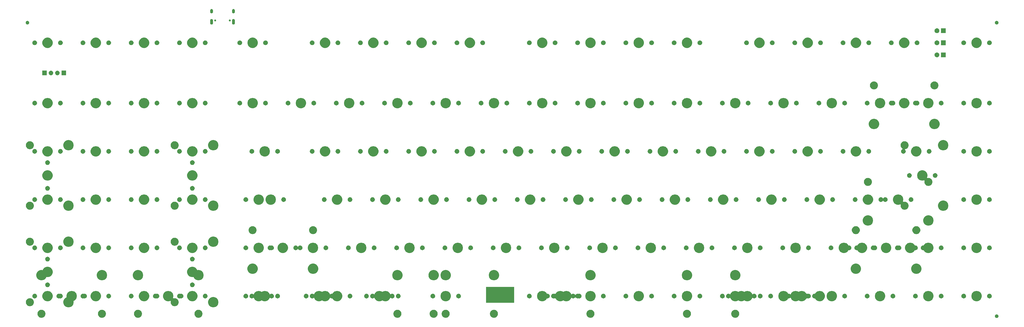
<source format=gbr>
G04 #@! TF.GenerationSoftware,KiCad,Pcbnew,(5.1.4)-1*
G04 #@! TF.CreationDate,2020-03-13T18:53:57+08:00*
G04 #@! TF.ProjectId,Wete,57657465-2e6b-4696-9361-645f70636258,rev?*
G04 #@! TF.SameCoordinates,Original*
G04 #@! TF.FileFunction,Soldermask,Top*
G04 #@! TF.FilePolarity,Negative*
%FSLAX46Y46*%
G04 Gerber Fmt 4.6, Leading zero omitted, Abs format (unit mm)*
G04 Created by KiCad (PCBNEW (5.1.4)-1) date 2020-03-13 18:53:57*
%MOMM*%
%LPD*%
G04 APERTURE LIST*
%ADD10C,0.100000*%
%ADD11C,1.000000*%
G04 APERTURE END LIST*
D10*
G36*
X184093750Y-102615625D02*
G01*
X173093750Y-102615625D01*
X173093750Y-96365625D01*
X184093750Y-96365625D01*
X184093750Y-102615625D01*
G37*
X184093750Y-102615625D02*
X173093750Y-102615625D01*
X173093750Y-96365625D01*
X184093750Y-96365625D01*
X184093750Y-102615625D01*
D11*
G36*
X374854473Y-107275938D02*
G01*
X374982049Y-107328782D01*
X375096859Y-107405495D01*
X375194505Y-107503141D01*
X375271218Y-107617951D01*
X375324062Y-107745527D01*
X375351000Y-107880956D01*
X375351000Y-108019044D01*
X375324062Y-108154473D01*
X375271218Y-108282049D01*
X375194505Y-108396859D01*
X375096859Y-108494505D01*
X374982049Y-108571218D01*
X374854473Y-108624062D01*
X374719044Y-108651000D01*
X374580956Y-108651000D01*
X374445527Y-108624062D01*
X374317951Y-108571218D01*
X374203141Y-108494505D01*
X374105495Y-108396859D01*
X374028782Y-108282049D01*
X373975938Y-108154473D01*
X373949000Y-108019044D01*
X373949000Y-107880956D01*
X373975938Y-107745527D01*
X374028782Y-107617951D01*
X374105495Y-107503141D01*
X374203141Y-107405495D01*
X374317951Y-107328782D01*
X374445527Y-107275938D01*
X374580956Y-107249000D01*
X374719044Y-107249000D01*
X374854473Y-107275938D01*
X374854473Y-107275938D01*
G37*
G36*
X138571911Y-105483026D02*
G01*
X138690637Y-105532204D01*
X138858541Y-105601752D01*
X138858542Y-105601753D01*
X139116504Y-105774117D01*
X139335883Y-105993496D01*
X139451053Y-106165861D01*
X139508248Y-106251459D01*
X139577796Y-106419363D01*
X139626974Y-106538089D01*
X139687500Y-106842376D01*
X139687500Y-107152624D01*
X139637201Y-107405498D01*
X139626974Y-107456910D01*
X139508248Y-107743541D01*
X139506921Y-107745527D01*
X139335883Y-108001504D01*
X139116504Y-108220883D01*
X139024962Y-108282049D01*
X138858541Y-108393248D01*
X138690637Y-108462796D01*
X138571911Y-108511974D01*
X138267625Y-108572500D01*
X137957375Y-108572500D01*
X137653089Y-108511974D01*
X137534363Y-108462796D01*
X137366459Y-108393248D01*
X137200038Y-108282049D01*
X137108496Y-108220883D01*
X136889117Y-108001504D01*
X136718079Y-107745527D01*
X136716752Y-107743541D01*
X136598026Y-107456910D01*
X136587800Y-107405498D01*
X136537500Y-107152624D01*
X136537500Y-106842376D01*
X136598026Y-106538089D01*
X136647204Y-106419363D01*
X136716752Y-106251459D01*
X136773947Y-106165861D01*
X136889117Y-105993496D01*
X137108496Y-105774117D01*
X137366458Y-105601753D01*
X137366459Y-105601752D01*
X137534363Y-105532204D01*
X137653089Y-105483026D01*
X137957375Y-105422500D01*
X138267625Y-105422500D01*
X138571911Y-105483026D01*
X138571911Y-105483026D01*
G37*
G36*
X271921911Y-105483026D02*
G01*
X272040637Y-105532204D01*
X272208541Y-105601752D01*
X272208542Y-105601753D01*
X272466504Y-105774117D01*
X272685883Y-105993496D01*
X272801053Y-106165861D01*
X272858248Y-106251459D01*
X272927796Y-106419363D01*
X272976974Y-106538089D01*
X273037500Y-106842376D01*
X273037500Y-107152624D01*
X272987201Y-107405498D01*
X272976974Y-107456910D01*
X272858248Y-107743541D01*
X272856921Y-107745527D01*
X272685883Y-108001504D01*
X272466504Y-108220883D01*
X272374962Y-108282049D01*
X272208541Y-108393248D01*
X272040637Y-108462796D01*
X271921911Y-108511974D01*
X271617625Y-108572500D01*
X271307375Y-108572500D01*
X271003089Y-108511974D01*
X270884363Y-108462796D01*
X270716459Y-108393248D01*
X270550038Y-108282049D01*
X270458496Y-108220883D01*
X270239117Y-108001504D01*
X270068079Y-107745527D01*
X270066752Y-107743541D01*
X269948026Y-107456910D01*
X269937800Y-107405498D01*
X269887500Y-107152624D01*
X269887500Y-106842376D01*
X269948026Y-106538089D01*
X269997204Y-106419363D01*
X270066752Y-106251459D01*
X270123947Y-106165861D01*
X270239117Y-105993496D01*
X270458496Y-105774117D01*
X270716458Y-105601753D01*
X270716459Y-105601752D01*
X270884363Y-105532204D01*
X271003089Y-105483026D01*
X271307375Y-105422500D01*
X271617625Y-105422500D01*
X271921911Y-105483026D01*
X271921911Y-105483026D01*
G37*
G36*
X252871911Y-105483026D02*
G01*
X252990637Y-105532204D01*
X253158541Y-105601752D01*
X253158542Y-105601753D01*
X253416504Y-105774117D01*
X253635883Y-105993496D01*
X253751053Y-106165861D01*
X253808248Y-106251459D01*
X253877796Y-106419363D01*
X253926974Y-106538089D01*
X253987500Y-106842376D01*
X253987500Y-107152624D01*
X253937201Y-107405498D01*
X253926974Y-107456910D01*
X253808248Y-107743541D01*
X253806921Y-107745527D01*
X253635883Y-108001504D01*
X253416504Y-108220883D01*
X253324962Y-108282049D01*
X253158541Y-108393248D01*
X252990637Y-108462796D01*
X252871911Y-108511974D01*
X252567625Y-108572500D01*
X252251025Y-108572500D01*
X251946739Y-108511974D01*
X251828013Y-108462796D01*
X251660109Y-108393248D01*
X251493688Y-108282049D01*
X251402146Y-108220883D01*
X251182767Y-108001504D01*
X251011729Y-107745527D01*
X251010402Y-107743541D01*
X250891676Y-107456910D01*
X250881450Y-107405498D01*
X250831150Y-107152624D01*
X250831150Y-106842376D01*
X250891676Y-106538089D01*
X250940854Y-106419363D01*
X251010402Y-106251459D01*
X251067597Y-106165861D01*
X251182767Y-105993496D01*
X251402146Y-105774117D01*
X251660108Y-105601753D01*
X251660109Y-105601752D01*
X251828013Y-105532204D01*
X251946739Y-105483026D01*
X252251025Y-105422500D01*
X252567625Y-105422500D01*
X252871911Y-105483026D01*
X252871911Y-105483026D01*
G37*
G36*
X-1953589Y-105483026D02*
G01*
X-1834863Y-105532204D01*
X-1666959Y-105601752D01*
X-1666958Y-105601753D01*
X-1408996Y-105774117D01*
X-1189617Y-105993496D01*
X-1074447Y-106165861D01*
X-1017252Y-106251459D01*
X-947704Y-106419363D01*
X-898526Y-106538089D01*
X-838000Y-106842376D01*
X-838000Y-107152624D01*
X-888299Y-107405498D01*
X-898526Y-107456910D01*
X-1017252Y-107743541D01*
X-1018579Y-107745527D01*
X-1189617Y-108001504D01*
X-1408996Y-108220883D01*
X-1500538Y-108282049D01*
X-1666959Y-108393248D01*
X-1834863Y-108462796D01*
X-1953589Y-108511974D01*
X-2257875Y-108572500D01*
X-2568125Y-108572500D01*
X-2872411Y-108511974D01*
X-2991137Y-108462796D01*
X-3159041Y-108393248D01*
X-3325462Y-108282049D01*
X-3417004Y-108220883D01*
X-3636383Y-108001504D01*
X-3807421Y-107745527D01*
X-3808748Y-107743541D01*
X-3927474Y-107456910D01*
X-3937700Y-107405498D01*
X-3988000Y-107152624D01*
X-3988000Y-106842376D01*
X-3927474Y-106538089D01*
X-3878296Y-106419363D01*
X-3808748Y-106251459D01*
X-3751553Y-106165861D01*
X-3636383Y-105993496D01*
X-3417004Y-105774117D01*
X-3159042Y-105601753D01*
X-3159041Y-105601752D01*
X-2991137Y-105532204D01*
X-2872411Y-105483026D01*
X-2568125Y-105422500D01*
X-2257875Y-105422500D01*
X-1953589Y-105483026D01*
X-1953589Y-105483026D01*
G37*
G36*
X21922411Y-105483026D02*
G01*
X22041137Y-105532204D01*
X22209041Y-105601752D01*
X22209042Y-105601753D01*
X22467004Y-105774117D01*
X22686383Y-105993496D01*
X22801553Y-106165861D01*
X22858748Y-106251459D01*
X22928296Y-106419363D01*
X22977474Y-106538089D01*
X23038000Y-106842376D01*
X23038000Y-107152624D01*
X22987701Y-107405498D01*
X22977474Y-107456910D01*
X22858748Y-107743541D01*
X22857421Y-107745527D01*
X22686383Y-108001504D01*
X22467004Y-108220883D01*
X22375462Y-108282049D01*
X22209041Y-108393248D01*
X22041137Y-108462796D01*
X21922411Y-108511974D01*
X21618125Y-108572500D01*
X21307875Y-108572500D01*
X21003589Y-108511974D01*
X20884863Y-108462796D01*
X20716959Y-108393248D01*
X20550538Y-108282049D01*
X20458996Y-108220883D01*
X20239617Y-108001504D01*
X20068579Y-107745527D01*
X20067252Y-107743541D01*
X19948526Y-107456910D01*
X19938300Y-107405498D01*
X19888000Y-107152624D01*
X19888000Y-106842376D01*
X19948526Y-106538089D01*
X19997704Y-106419363D01*
X20067252Y-106251459D01*
X20124447Y-106165861D01*
X20239617Y-105993496D01*
X20458996Y-105774117D01*
X20716958Y-105601753D01*
X20716959Y-105601752D01*
X20884863Y-105532204D01*
X21003589Y-105483026D01*
X21307875Y-105422500D01*
X21618125Y-105422500D01*
X21922411Y-105483026D01*
X21922411Y-105483026D01*
G37*
G36*
X36146411Y-105483026D02*
G01*
X36265137Y-105532204D01*
X36433041Y-105601752D01*
X36433042Y-105601753D01*
X36691004Y-105774117D01*
X36910383Y-105993496D01*
X37025553Y-106165861D01*
X37082748Y-106251459D01*
X37152296Y-106419363D01*
X37201474Y-106538089D01*
X37262000Y-106842376D01*
X37262000Y-107152624D01*
X37211701Y-107405498D01*
X37201474Y-107456910D01*
X37082748Y-107743541D01*
X37081421Y-107745527D01*
X36910383Y-108001504D01*
X36691004Y-108220883D01*
X36599462Y-108282049D01*
X36433041Y-108393248D01*
X36265137Y-108462796D01*
X36146411Y-108511974D01*
X35842125Y-108572500D01*
X35531875Y-108572500D01*
X35227589Y-108511974D01*
X35108863Y-108462796D01*
X34940959Y-108393248D01*
X34774538Y-108282049D01*
X34682996Y-108220883D01*
X34463617Y-108001504D01*
X34292579Y-107745527D01*
X34291252Y-107743541D01*
X34172526Y-107456910D01*
X34162300Y-107405498D01*
X34112000Y-107152624D01*
X34112000Y-106842376D01*
X34172526Y-106538089D01*
X34221704Y-106419363D01*
X34291252Y-106251459D01*
X34348447Y-106165861D01*
X34463617Y-105993496D01*
X34682996Y-105774117D01*
X34940958Y-105601753D01*
X34940959Y-105601752D01*
X35108863Y-105532204D01*
X35227589Y-105483026D01*
X35531875Y-105422500D01*
X35842125Y-105422500D01*
X36146411Y-105483026D01*
X36146411Y-105483026D01*
G37*
G36*
X60022411Y-105483026D02*
G01*
X60141137Y-105532204D01*
X60309041Y-105601752D01*
X60309042Y-105601753D01*
X60567004Y-105774117D01*
X60786383Y-105993496D01*
X60901553Y-106165861D01*
X60958748Y-106251459D01*
X61028296Y-106419363D01*
X61077474Y-106538089D01*
X61138000Y-106842376D01*
X61138000Y-107152624D01*
X61087701Y-107405498D01*
X61077474Y-107456910D01*
X60958748Y-107743541D01*
X60957421Y-107745527D01*
X60786383Y-108001504D01*
X60567004Y-108220883D01*
X60475462Y-108282049D01*
X60309041Y-108393248D01*
X60141137Y-108462796D01*
X60022411Y-108511974D01*
X59718125Y-108572500D01*
X59407875Y-108572500D01*
X59103589Y-108511974D01*
X58984863Y-108462796D01*
X58816959Y-108393248D01*
X58650538Y-108282049D01*
X58558996Y-108220883D01*
X58339617Y-108001504D01*
X58168579Y-107745527D01*
X58167252Y-107743541D01*
X58048526Y-107456910D01*
X58038300Y-107405498D01*
X57988000Y-107152624D01*
X57988000Y-106842376D01*
X58048526Y-106538089D01*
X58097704Y-106419363D01*
X58167252Y-106251459D01*
X58224447Y-106165861D01*
X58339617Y-105993496D01*
X58558996Y-105774117D01*
X58816958Y-105601753D01*
X58816959Y-105601752D01*
X58984863Y-105532204D01*
X59103589Y-105483026D01*
X59407875Y-105422500D01*
X59718125Y-105422500D01*
X60022411Y-105483026D01*
X60022411Y-105483026D01*
G37*
G36*
X157621911Y-105483026D02*
G01*
X157740637Y-105532204D01*
X157908541Y-105601752D01*
X157908542Y-105601753D01*
X158166504Y-105774117D01*
X158385883Y-105993496D01*
X158501053Y-106165861D01*
X158558248Y-106251459D01*
X158627796Y-106419363D01*
X158676974Y-106538089D01*
X158737500Y-106842376D01*
X158737500Y-107152624D01*
X158687201Y-107405498D01*
X158676974Y-107456910D01*
X158558248Y-107743541D01*
X158556921Y-107745527D01*
X158385883Y-108001504D01*
X158166504Y-108220883D01*
X158074962Y-108282049D01*
X157908541Y-108393248D01*
X157740637Y-108462796D01*
X157621911Y-108511974D01*
X157317625Y-108572500D01*
X157007375Y-108572500D01*
X156703089Y-108511974D01*
X156584363Y-108462796D01*
X156416459Y-108393248D01*
X156250038Y-108282049D01*
X156158496Y-108220883D01*
X155939117Y-108001504D01*
X155768079Y-107745527D01*
X155766752Y-107743541D01*
X155648026Y-107456910D01*
X155637800Y-107405498D01*
X155587500Y-107152624D01*
X155587500Y-106842376D01*
X155648026Y-106538089D01*
X155697204Y-106419363D01*
X155766752Y-106251459D01*
X155823947Y-106165861D01*
X155939117Y-105993496D01*
X156158496Y-105774117D01*
X156416458Y-105601753D01*
X156416459Y-105601752D01*
X156584363Y-105532204D01*
X156703089Y-105483026D01*
X157007375Y-105422500D01*
X157317625Y-105422500D01*
X157621911Y-105483026D01*
X157621911Y-105483026D01*
G37*
G36*
X152865761Y-105483026D02*
G01*
X152984487Y-105532204D01*
X153152391Y-105601752D01*
X153152392Y-105601753D01*
X153410354Y-105774117D01*
X153629733Y-105993496D01*
X153744903Y-106165861D01*
X153802098Y-106251459D01*
X153871646Y-106419363D01*
X153920824Y-106538089D01*
X153981350Y-106842376D01*
X153981350Y-107152624D01*
X153931051Y-107405498D01*
X153920824Y-107456910D01*
X153802098Y-107743541D01*
X153800771Y-107745527D01*
X153629733Y-108001504D01*
X153410354Y-108220883D01*
X153318812Y-108282049D01*
X153152391Y-108393248D01*
X152984487Y-108462796D01*
X152865761Y-108511974D01*
X152561475Y-108572500D01*
X152251225Y-108572500D01*
X151946939Y-108511974D01*
X151828213Y-108462796D01*
X151660309Y-108393248D01*
X151493888Y-108282049D01*
X151402346Y-108220883D01*
X151182967Y-108001504D01*
X151011929Y-107745527D01*
X151010602Y-107743541D01*
X150891876Y-107456910D01*
X150881650Y-107405498D01*
X150831350Y-107152624D01*
X150831350Y-106842376D01*
X150891876Y-106538089D01*
X150941054Y-106419363D01*
X151010602Y-106251459D01*
X151067797Y-106165861D01*
X151182967Y-105993496D01*
X151402346Y-105774117D01*
X151660308Y-105601753D01*
X151660309Y-105601752D01*
X151828213Y-105532204D01*
X151946939Y-105483026D01*
X152251225Y-105422500D01*
X152561475Y-105422500D01*
X152865761Y-105483026D01*
X152865761Y-105483026D01*
G37*
G36*
X214771911Y-105483026D02*
G01*
X214890637Y-105532204D01*
X215058541Y-105601752D01*
X215058542Y-105601753D01*
X215316504Y-105774117D01*
X215535883Y-105993496D01*
X215651053Y-106165861D01*
X215708248Y-106251459D01*
X215777796Y-106419363D01*
X215826974Y-106538089D01*
X215887500Y-106842376D01*
X215887500Y-107152624D01*
X215837201Y-107405498D01*
X215826974Y-107456910D01*
X215708248Y-107743541D01*
X215706921Y-107745527D01*
X215535883Y-108001504D01*
X215316504Y-108220883D01*
X215224962Y-108282049D01*
X215058541Y-108393248D01*
X214890637Y-108462796D01*
X214771911Y-108511974D01*
X214467625Y-108572500D01*
X214157375Y-108572500D01*
X213853089Y-108511974D01*
X213734363Y-108462796D01*
X213566459Y-108393248D01*
X213400038Y-108282049D01*
X213308496Y-108220883D01*
X213089117Y-108001504D01*
X212918079Y-107745527D01*
X212916752Y-107743541D01*
X212798026Y-107456910D01*
X212787800Y-107405498D01*
X212737500Y-107152624D01*
X212737500Y-106842376D01*
X212798026Y-106538089D01*
X212847204Y-106419363D01*
X212916752Y-106251459D01*
X212973947Y-106165861D01*
X213089117Y-105993496D01*
X213308496Y-105774117D01*
X213566458Y-105601753D01*
X213566459Y-105601752D01*
X213734363Y-105532204D01*
X213853089Y-105483026D01*
X214157375Y-105422500D01*
X214467625Y-105422500D01*
X214771911Y-105483026D01*
X214771911Y-105483026D01*
G37*
G36*
X176671911Y-105483026D02*
G01*
X176790637Y-105532204D01*
X176958541Y-105601752D01*
X176958542Y-105601753D01*
X177216504Y-105774117D01*
X177435883Y-105993496D01*
X177551053Y-106165861D01*
X177608248Y-106251459D01*
X177677796Y-106419363D01*
X177726974Y-106538089D01*
X177787500Y-106842376D01*
X177787500Y-107152624D01*
X177737201Y-107405498D01*
X177726974Y-107456910D01*
X177608248Y-107743541D01*
X177606921Y-107745527D01*
X177435883Y-108001504D01*
X177216504Y-108220883D01*
X177124962Y-108282049D01*
X176958541Y-108393248D01*
X176790637Y-108462796D01*
X176671911Y-108511974D01*
X176367625Y-108572500D01*
X176057375Y-108572500D01*
X175753089Y-108511974D01*
X175634363Y-108462796D01*
X175466459Y-108393248D01*
X175300038Y-108282049D01*
X175208496Y-108220883D01*
X174989117Y-108001504D01*
X174818079Y-107745527D01*
X174816752Y-107743541D01*
X174698026Y-107456910D01*
X174687800Y-107405498D01*
X174637500Y-107152624D01*
X174637500Y-106842376D01*
X174698026Y-106538089D01*
X174747204Y-106419363D01*
X174816752Y-106251459D01*
X174873947Y-106165861D01*
X174989117Y-105993496D01*
X175208496Y-105774117D01*
X175466458Y-105601753D01*
X175466459Y-105601752D01*
X175634363Y-105532204D01*
X175753089Y-105483026D01*
X176057375Y-105422500D01*
X176367625Y-105422500D01*
X176671911Y-105483026D01*
X176671911Y-105483026D01*
G37*
G36*
X10121474Y-98046184D02*
G01*
X10339474Y-98136483D01*
X10493623Y-98200333D01*
X10828548Y-98424123D01*
X11113377Y-98708952D01*
X11337167Y-99043877D01*
X11372433Y-99129018D01*
X11491316Y-99416026D01*
X11569900Y-99811094D01*
X11569900Y-100213906D01*
X11491316Y-100608974D01*
X11440451Y-100731772D01*
X11337167Y-100981123D01*
X11113377Y-101316048D01*
X10828548Y-101600877D01*
X10493623Y-101824667D01*
X10393208Y-101866260D01*
X10336018Y-101889949D01*
X10314407Y-101901500D01*
X10295465Y-101917045D01*
X10279920Y-101935987D01*
X10268369Y-101957598D01*
X10261256Y-101981047D01*
X10258854Y-102005433D01*
X10261256Y-102029819D01*
X10299900Y-102224094D01*
X10299900Y-102626906D01*
X10221316Y-103021974D01*
X10159363Y-103171541D01*
X10067167Y-103394123D01*
X9843377Y-103729048D01*
X9558548Y-104013877D01*
X9223623Y-104237667D01*
X9069474Y-104301517D01*
X8851474Y-104391816D01*
X8456406Y-104470400D01*
X8053594Y-104470400D01*
X7658526Y-104391816D01*
X7440526Y-104301517D01*
X7286377Y-104237667D01*
X6951452Y-104013877D01*
X6666623Y-103729048D01*
X6442833Y-103394123D01*
X6350637Y-103171541D01*
X6288684Y-103021974D01*
X6210100Y-102626906D01*
X6210100Y-102224094D01*
X6288684Y-101829026D01*
X6442833Y-101456878D01*
X6442833Y-101456877D01*
X6666623Y-101121952D01*
X6951452Y-100837123D01*
X7286377Y-100613333D01*
X7443982Y-100548051D01*
X7465593Y-100536500D01*
X7484535Y-100520955D01*
X7500080Y-100502013D01*
X7511631Y-100480402D01*
X7518744Y-100456953D01*
X7521146Y-100432567D01*
X7518744Y-100408181D01*
X7480100Y-100213906D01*
X7480100Y-99811094D01*
X7558684Y-99416026D01*
X7677567Y-99129018D01*
X7712833Y-99043877D01*
X7936623Y-98708952D01*
X8221452Y-98424123D01*
X8556377Y-98200333D01*
X8710526Y-98136483D01*
X8928526Y-98046184D01*
X9323594Y-97967600D01*
X9726406Y-97967600D01*
X10121474Y-98046184D01*
X10121474Y-98046184D01*
G37*
G36*
X66001474Y-100459184D02*
G01*
X66188131Y-100536500D01*
X66373623Y-100613333D01*
X66708548Y-100837123D01*
X66993377Y-101121952D01*
X67217167Y-101456877D01*
X67217167Y-101456878D01*
X67371316Y-101829026D01*
X67449900Y-102224094D01*
X67449900Y-102626906D01*
X67371316Y-103021974D01*
X67309363Y-103171541D01*
X67217167Y-103394123D01*
X66993377Y-103729048D01*
X66708548Y-104013877D01*
X66373623Y-104237667D01*
X66219474Y-104301517D01*
X66001474Y-104391816D01*
X65606406Y-104470400D01*
X65203594Y-104470400D01*
X64808526Y-104391816D01*
X64590526Y-104301517D01*
X64436377Y-104237667D01*
X64101452Y-104013877D01*
X63816623Y-103729048D01*
X63592833Y-103394123D01*
X63500637Y-103171541D01*
X63438684Y-103021974D01*
X63360100Y-102626906D01*
X63360100Y-102224094D01*
X63438684Y-101829026D01*
X63592833Y-101456878D01*
X63592833Y-101456877D01*
X63816623Y-101121952D01*
X64101452Y-100837123D01*
X64436377Y-100613333D01*
X64621869Y-100536500D01*
X64808526Y-100459184D01*
X65203594Y-100380600D01*
X65606406Y-100380600D01*
X66001474Y-100459184D01*
X66001474Y-100459184D01*
G37*
G36*
X48221474Y-98046184D02*
G01*
X48439474Y-98136483D01*
X48593623Y-98200333D01*
X48928548Y-98424123D01*
X49213377Y-98708952D01*
X49437167Y-99043877D01*
X49472433Y-99129018D01*
X49591316Y-99416026D01*
X49669900Y-99811094D01*
X49669900Y-100213906D01*
X49591316Y-100608974D01*
X49532107Y-100751917D01*
X49524994Y-100775366D01*
X49522592Y-100799752D01*
X49524994Y-100824138D01*
X49532107Y-100847587D01*
X49543658Y-100869198D01*
X49559203Y-100888140D01*
X49578145Y-100903685D01*
X49599756Y-100915236D01*
X49623205Y-100922349D01*
X49647591Y-100924751D01*
X49671977Y-100922349D01*
X49695423Y-100915237D01*
X49705589Y-100911026D01*
X49915874Y-100869198D01*
X50009875Y-100850500D01*
X50320125Y-100850500D01*
X50414126Y-100869198D01*
X50624411Y-100911026D01*
X50719226Y-100950300D01*
X50911041Y-101029752D01*
X50911042Y-101029753D01*
X51169004Y-101202117D01*
X51388383Y-101421496D01*
X51412024Y-101456878D01*
X51560748Y-101679459D01*
X51578672Y-101722732D01*
X51679474Y-101966089D01*
X51697637Y-102057400D01*
X51740000Y-102270375D01*
X51740000Y-102580625D01*
X51679474Y-102884910D01*
X51560748Y-103171541D01*
X51560747Y-103171542D01*
X51388383Y-103429504D01*
X51169004Y-103648883D01*
X51049028Y-103729048D01*
X50911041Y-103821248D01*
X50743137Y-103890796D01*
X50624411Y-103939974D01*
X50320125Y-104000500D01*
X50009875Y-104000500D01*
X49705589Y-103939974D01*
X49586863Y-103890796D01*
X49418959Y-103821248D01*
X49280972Y-103729048D01*
X49160996Y-103648883D01*
X48941617Y-103429504D01*
X48769253Y-103171542D01*
X48769252Y-103171541D01*
X48650526Y-102884910D01*
X48590000Y-102580625D01*
X48590000Y-102270375D01*
X48632363Y-102057400D01*
X48640669Y-102015643D01*
X48643071Y-101991259D01*
X48640669Y-101966873D01*
X48633556Y-101943424D01*
X48622005Y-101921813D01*
X48606460Y-101902871D01*
X48587518Y-101887326D01*
X48565907Y-101875775D01*
X48542458Y-101868662D01*
X48518072Y-101866260D01*
X48493686Y-101868662D01*
X48470237Y-101875775D01*
X48221474Y-101978816D01*
X47826406Y-102057400D01*
X47423594Y-102057400D01*
X47028526Y-101978816D01*
X46756792Y-101866260D01*
X46656377Y-101824667D01*
X46321452Y-101600877D01*
X46036623Y-101316048D01*
X45812833Y-100981123D01*
X45709549Y-100731772D01*
X45658684Y-100608974D01*
X45580100Y-100213906D01*
X45580100Y-99811094D01*
X45658684Y-99416026D01*
X45777567Y-99129018D01*
X45812833Y-99043877D01*
X46036623Y-98708952D01*
X46321452Y-98424123D01*
X46656377Y-98200333D01*
X46810526Y-98136483D01*
X47028526Y-98046184D01*
X47423594Y-97967600D01*
X47826406Y-97967600D01*
X48221474Y-98046184D01*
X48221474Y-98046184D01*
G37*
G36*
X-6735874Y-100869198D02*
G01*
X-6525589Y-100911026D01*
X-6430774Y-100950300D01*
X-6238959Y-101029752D01*
X-6238958Y-101029753D01*
X-5980996Y-101202117D01*
X-5761617Y-101421496D01*
X-5737976Y-101456878D01*
X-5589252Y-101679459D01*
X-5571328Y-101722732D01*
X-5470526Y-101966089D01*
X-5452363Y-102057400D01*
X-5410000Y-102270375D01*
X-5410000Y-102580625D01*
X-5470526Y-102884910D01*
X-5589252Y-103171541D01*
X-5589253Y-103171542D01*
X-5761617Y-103429504D01*
X-5980996Y-103648883D01*
X-6100972Y-103729048D01*
X-6238959Y-103821248D01*
X-6406863Y-103890796D01*
X-6525589Y-103939974D01*
X-6829875Y-104000500D01*
X-7140125Y-104000500D01*
X-7444411Y-103939974D01*
X-7563137Y-103890796D01*
X-7731041Y-103821248D01*
X-7869028Y-103729048D01*
X-7989004Y-103648883D01*
X-8208383Y-103429504D01*
X-8380747Y-103171542D01*
X-8380748Y-103171541D01*
X-8499474Y-102884910D01*
X-8560000Y-102580625D01*
X-8560000Y-102270375D01*
X-8517637Y-102057400D01*
X-8499474Y-101966089D01*
X-8398672Y-101722732D01*
X-8380748Y-101679459D01*
X-8232024Y-101456878D01*
X-8208383Y-101421496D01*
X-7989004Y-101202117D01*
X-7731042Y-101029753D01*
X-7731041Y-101029752D01*
X-7539226Y-100950300D01*
X-7444411Y-100911026D01*
X-7234126Y-100869198D01*
X-7140125Y-100850500D01*
X-6829875Y-100850500D01*
X-6735874Y-100869198D01*
X-6735874Y-100869198D01*
G37*
G36*
X272058974Y-98046184D02*
G01*
X272276974Y-98136483D01*
X272431123Y-98200333D01*
X272583679Y-98302268D01*
X272605290Y-98313819D01*
X272628739Y-98320932D01*
X272653125Y-98323334D01*
X272677511Y-98320932D01*
X272700960Y-98313819D01*
X272722571Y-98302268D01*
X272875127Y-98200333D01*
X273029276Y-98136483D01*
X273247276Y-98046184D01*
X273642344Y-97967600D01*
X274045156Y-97967600D01*
X274440224Y-98046184D01*
X274658224Y-98136483D01*
X274812373Y-98200333D01*
X274964929Y-98302268D01*
X274986540Y-98313819D01*
X275009989Y-98320932D01*
X275034375Y-98323334D01*
X275058761Y-98320932D01*
X275082210Y-98313819D01*
X275103821Y-98302268D01*
X275256377Y-98200333D01*
X275410526Y-98136483D01*
X275628526Y-98046184D01*
X276023594Y-97967600D01*
X276426406Y-97967600D01*
X276821474Y-98046184D01*
X277039474Y-98136483D01*
X277193623Y-98200333D01*
X277528548Y-98424123D01*
X277813377Y-98708952D01*
X278037167Y-99043877D01*
X278072433Y-99129018D01*
X278125392Y-99256872D01*
X278136943Y-99278483D01*
X278152488Y-99297425D01*
X278171430Y-99312970D01*
X278193041Y-99324521D01*
X278216490Y-99331634D01*
X278240876Y-99334036D01*
X278265262Y-99331634D01*
X278288711Y-99324521D01*
X278310322Y-99312970D01*
X278329253Y-99297434D01*
X278333459Y-99293228D01*
X278485124Y-99191889D01*
X278653646Y-99122085D01*
X278832547Y-99086500D01*
X279014953Y-99086500D01*
X279193854Y-99122085D01*
X279362376Y-99191889D01*
X279514041Y-99293228D01*
X279643022Y-99422209D01*
X279744361Y-99573874D01*
X279814165Y-99742396D01*
X279849750Y-99921297D01*
X279849750Y-100103703D01*
X279814165Y-100282604D01*
X279744361Y-100451126D01*
X279643022Y-100602791D01*
X279514041Y-100731772D01*
X279362376Y-100833111D01*
X279193854Y-100902915D01*
X279014953Y-100938500D01*
X278832547Y-100938500D01*
X278653646Y-100902915D01*
X278485124Y-100833111D01*
X278333459Y-100731772D01*
X278329253Y-100727566D01*
X278310322Y-100712030D01*
X278288711Y-100700479D01*
X278265262Y-100693366D01*
X278240876Y-100690964D01*
X278216490Y-100693366D01*
X278193041Y-100700479D01*
X278171430Y-100712030D01*
X278152488Y-100727575D01*
X278136943Y-100746517D01*
X278125392Y-100768128D01*
X278037167Y-100981123D01*
X277813377Y-101316048D01*
X277528548Y-101600877D01*
X277193623Y-101824667D01*
X277093208Y-101866260D01*
X276821474Y-101978816D01*
X276426406Y-102057400D01*
X276023594Y-102057400D01*
X275628526Y-101978816D01*
X275356792Y-101866260D01*
X275256377Y-101824667D01*
X275103819Y-101722731D01*
X275082210Y-101711181D01*
X275058761Y-101704068D01*
X275034375Y-101701666D01*
X275009989Y-101704068D01*
X274986540Y-101711181D01*
X274964931Y-101722731D01*
X274812373Y-101824667D01*
X274711958Y-101866260D01*
X274440224Y-101978816D01*
X274045156Y-102057400D01*
X273642344Y-102057400D01*
X273247276Y-101978816D01*
X272975542Y-101866260D01*
X272875127Y-101824667D01*
X272722569Y-101722731D01*
X272700960Y-101711181D01*
X272677511Y-101704068D01*
X272653125Y-101701666D01*
X272628739Y-101704068D01*
X272605290Y-101711181D01*
X272583681Y-101722731D01*
X272431123Y-101824667D01*
X272330708Y-101866260D01*
X272058974Y-101978816D01*
X271663906Y-102057400D01*
X271261094Y-102057400D01*
X270866026Y-101978816D01*
X270594292Y-101866260D01*
X270493877Y-101824667D01*
X270158952Y-101600877D01*
X269874123Y-101316048D01*
X269650333Y-100981123D01*
X269562108Y-100768128D01*
X269550557Y-100746517D01*
X269535012Y-100727575D01*
X269516070Y-100712030D01*
X269494459Y-100700479D01*
X269471010Y-100693366D01*
X269446624Y-100690964D01*
X269422238Y-100693366D01*
X269398789Y-100700479D01*
X269377178Y-100712030D01*
X269358247Y-100727566D01*
X269354041Y-100731772D01*
X269202376Y-100833111D01*
X269033854Y-100902915D01*
X268854953Y-100938500D01*
X268672547Y-100938500D01*
X268493646Y-100902915D01*
X268325124Y-100833111D01*
X268173459Y-100731772D01*
X268044478Y-100602791D01*
X267943139Y-100451126D01*
X267873335Y-100282604D01*
X267837750Y-100103703D01*
X267837750Y-99921297D01*
X267873335Y-99742396D01*
X267943139Y-99573874D01*
X268044478Y-99422209D01*
X268173459Y-99293228D01*
X268325124Y-99191889D01*
X268493646Y-99122085D01*
X268672547Y-99086500D01*
X268854953Y-99086500D01*
X269033854Y-99122085D01*
X269202376Y-99191889D01*
X269354041Y-99293228D01*
X269358247Y-99297434D01*
X269377178Y-99312970D01*
X269398789Y-99324521D01*
X269422238Y-99331634D01*
X269446624Y-99334036D01*
X269471010Y-99331634D01*
X269494459Y-99324521D01*
X269516070Y-99312970D01*
X269535012Y-99297425D01*
X269550557Y-99278483D01*
X269562108Y-99256872D01*
X269615067Y-99129018D01*
X269650333Y-99043877D01*
X269874123Y-98708952D01*
X270158952Y-98424123D01*
X270493877Y-98200333D01*
X270648026Y-98136483D01*
X270866026Y-98046184D01*
X271261094Y-97967600D01*
X271663906Y-97967600D01*
X272058974Y-98046184D01*
X272058974Y-98046184D01*
G37*
G36*
X214908974Y-98046184D02*
G01*
X215126974Y-98136483D01*
X215281123Y-98200333D01*
X215616048Y-98424123D01*
X215900877Y-98708952D01*
X216124667Y-99043877D01*
X216159933Y-99129018D01*
X216278816Y-99416026D01*
X216357400Y-99811094D01*
X216357400Y-100213906D01*
X216278816Y-100608974D01*
X216227951Y-100731772D01*
X216124667Y-100981123D01*
X215900877Y-101316048D01*
X215616048Y-101600877D01*
X215281123Y-101824667D01*
X215180708Y-101866260D01*
X214908974Y-101978816D01*
X214513906Y-102057400D01*
X214111094Y-102057400D01*
X213716026Y-101978816D01*
X213444292Y-101866260D01*
X213343877Y-101824667D01*
X213008952Y-101600877D01*
X212724123Y-101316048D01*
X212500333Y-100981123D01*
X212397049Y-100731772D01*
X212346184Y-100608974D01*
X212267600Y-100213906D01*
X212267600Y-99811094D01*
X212346184Y-99416026D01*
X212465067Y-99129018D01*
X212500333Y-99043877D01*
X212724123Y-98708952D01*
X213008952Y-98424123D01*
X213343877Y-98200333D01*
X213498026Y-98136483D01*
X213716026Y-98046184D01*
X214111094Y-97967600D01*
X214513906Y-97967600D01*
X214908974Y-98046184D01*
X214908974Y-98046184D01*
G37*
G36*
X329208974Y-98046184D02*
G01*
X329426974Y-98136483D01*
X329581123Y-98200333D01*
X329916048Y-98424123D01*
X330200877Y-98708952D01*
X330424667Y-99043877D01*
X330459933Y-99129018D01*
X330578816Y-99416026D01*
X330657400Y-99811094D01*
X330657400Y-100213906D01*
X330578816Y-100608974D01*
X330527951Y-100731772D01*
X330424667Y-100981123D01*
X330200877Y-101316048D01*
X329916048Y-101600877D01*
X329581123Y-101824667D01*
X329480708Y-101866260D01*
X329208974Y-101978816D01*
X328813906Y-102057400D01*
X328411094Y-102057400D01*
X328016026Y-101978816D01*
X327744292Y-101866260D01*
X327643877Y-101824667D01*
X327308952Y-101600877D01*
X327024123Y-101316048D01*
X326800333Y-100981123D01*
X326697049Y-100731772D01*
X326646184Y-100608974D01*
X326567600Y-100213906D01*
X326567600Y-99811094D01*
X326646184Y-99416026D01*
X326765067Y-99129018D01*
X326800333Y-99043877D01*
X327024123Y-98708952D01*
X327308952Y-98424123D01*
X327643877Y-98200333D01*
X327798026Y-98136483D01*
X328016026Y-98046184D01*
X328411094Y-97967600D01*
X328813906Y-97967600D01*
X329208974Y-98046184D01*
X329208974Y-98046184D01*
G37*
G36*
X348258974Y-98046184D02*
G01*
X348476974Y-98136483D01*
X348631123Y-98200333D01*
X348966048Y-98424123D01*
X349250877Y-98708952D01*
X349474667Y-99043877D01*
X349509933Y-99129018D01*
X349628816Y-99416026D01*
X349707400Y-99811094D01*
X349707400Y-100213906D01*
X349628816Y-100608974D01*
X349577951Y-100731772D01*
X349474667Y-100981123D01*
X349250877Y-101316048D01*
X348966048Y-101600877D01*
X348631123Y-101824667D01*
X348530708Y-101866260D01*
X348258974Y-101978816D01*
X347863906Y-102057400D01*
X347461094Y-102057400D01*
X347066026Y-101978816D01*
X346794292Y-101866260D01*
X346693877Y-101824667D01*
X346358952Y-101600877D01*
X346074123Y-101316048D01*
X345850333Y-100981123D01*
X345747049Y-100731772D01*
X345696184Y-100608974D01*
X345617600Y-100213906D01*
X345617600Y-99811094D01*
X345696184Y-99416026D01*
X345815067Y-99129018D01*
X345850333Y-99043877D01*
X346074123Y-98708952D01*
X346358952Y-98424123D01*
X346693877Y-98200333D01*
X346848026Y-98136483D01*
X347066026Y-98046184D01*
X347461094Y-97967600D01*
X347863906Y-97967600D01*
X348258974Y-98046184D01*
X348258974Y-98046184D01*
G37*
G36*
X596474Y-98046184D02*
G01*
X814474Y-98136483D01*
X968623Y-98200333D01*
X1303548Y-98424123D01*
X1588377Y-98708952D01*
X1812167Y-99043877D01*
X1847433Y-99129018D01*
X1966316Y-99416026D01*
X2044900Y-99811094D01*
X2044900Y-100213906D01*
X1966316Y-100608974D01*
X1915451Y-100731772D01*
X1812167Y-100981123D01*
X1588377Y-101316048D01*
X1303548Y-101600877D01*
X968623Y-101824667D01*
X868208Y-101866260D01*
X596474Y-101978816D01*
X201406Y-102057400D01*
X-201406Y-102057400D01*
X-596474Y-101978816D01*
X-868208Y-101866260D01*
X-968623Y-101824667D01*
X-1303548Y-101600877D01*
X-1588377Y-101316048D01*
X-1812167Y-100981123D01*
X-1915451Y-100731772D01*
X-1966316Y-100608974D01*
X-2044900Y-100213906D01*
X-2044900Y-99811094D01*
X-1966316Y-99416026D01*
X-1847433Y-99129018D01*
X-1812167Y-99043877D01*
X-1588377Y-98708952D01*
X-1303548Y-98424123D01*
X-968623Y-98200333D01*
X-814474Y-98136483D01*
X-596474Y-98046184D01*
X-201406Y-97967600D01*
X201406Y-97967600D01*
X596474Y-98046184D01*
X596474Y-98046184D01*
G37*
G36*
X38696474Y-98046184D02*
G01*
X38914474Y-98136483D01*
X39068623Y-98200333D01*
X39403548Y-98424123D01*
X39688377Y-98708952D01*
X39912167Y-99043877D01*
X39947433Y-99129018D01*
X40066316Y-99416026D01*
X40144900Y-99811094D01*
X40144900Y-100213906D01*
X40066316Y-100608974D01*
X40015451Y-100731772D01*
X39912167Y-100981123D01*
X39688377Y-101316048D01*
X39403548Y-101600877D01*
X39068623Y-101824667D01*
X38968208Y-101866260D01*
X38696474Y-101978816D01*
X38301406Y-102057400D01*
X37898594Y-102057400D01*
X37503526Y-101978816D01*
X37231792Y-101866260D01*
X37131377Y-101824667D01*
X36796452Y-101600877D01*
X36511623Y-101316048D01*
X36287833Y-100981123D01*
X36184549Y-100731772D01*
X36133684Y-100608974D01*
X36055100Y-100213906D01*
X36055100Y-99811094D01*
X36133684Y-99416026D01*
X36252567Y-99129018D01*
X36287833Y-99043877D01*
X36511623Y-98708952D01*
X36796452Y-98424123D01*
X37131377Y-98200333D01*
X37285526Y-98136483D01*
X37503526Y-98046184D01*
X37898594Y-97967600D01*
X38301406Y-97967600D01*
X38696474Y-98046184D01*
X38696474Y-98046184D01*
G37*
G36*
X57746474Y-98046184D02*
G01*
X57964474Y-98136483D01*
X58118623Y-98200333D01*
X58453548Y-98424123D01*
X58738377Y-98708952D01*
X58962167Y-99043877D01*
X58997433Y-99129018D01*
X59116316Y-99416026D01*
X59194900Y-99811094D01*
X59194900Y-100213906D01*
X59116316Y-100608974D01*
X59065451Y-100731772D01*
X58962167Y-100981123D01*
X58738377Y-101316048D01*
X58453548Y-101600877D01*
X58118623Y-101824667D01*
X58018208Y-101866260D01*
X57746474Y-101978816D01*
X57351406Y-102057400D01*
X56948594Y-102057400D01*
X56553526Y-101978816D01*
X56281792Y-101866260D01*
X56181377Y-101824667D01*
X55846452Y-101600877D01*
X55561623Y-101316048D01*
X55337833Y-100981123D01*
X55234549Y-100731772D01*
X55183684Y-100608974D01*
X55105100Y-100213906D01*
X55105100Y-99811094D01*
X55183684Y-99416026D01*
X55302567Y-99129018D01*
X55337833Y-99043877D01*
X55561623Y-98708952D01*
X55846452Y-98424123D01*
X56181377Y-98200333D01*
X56335526Y-98136483D01*
X56553526Y-98046184D01*
X56948594Y-97967600D01*
X57351406Y-97967600D01*
X57746474Y-98046184D01*
X57746474Y-98046184D01*
G37*
G36*
X367308974Y-98046184D02*
G01*
X367526974Y-98136483D01*
X367681123Y-98200333D01*
X368016048Y-98424123D01*
X368300877Y-98708952D01*
X368524667Y-99043877D01*
X368559933Y-99129018D01*
X368678816Y-99416026D01*
X368757400Y-99811094D01*
X368757400Y-100213906D01*
X368678816Y-100608974D01*
X368627951Y-100731772D01*
X368524667Y-100981123D01*
X368300877Y-101316048D01*
X368016048Y-101600877D01*
X367681123Y-101824667D01*
X367580708Y-101866260D01*
X367308974Y-101978816D01*
X366913906Y-102057400D01*
X366511094Y-102057400D01*
X366116026Y-101978816D01*
X365844292Y-101866260D01*
X365743877Y-101824667D01*
X365408952Y-101600877D01*
X365124123Y-101316048D01*
X364900333Y-100981123D01*
X364797049Y-100731772D01*
X364746184Y-100608974D01*
X364667600Y-100213906D01*
X364667600Y-99811094D01*
X364746184Y-99416026D01*
X364865067Y-99129018D01*
X364900333Y-99043877D01*
X365124123Y-98708952D01*
X365408952Y-98424123D01*
X365743877Y-98200333D01*
X365898026Y-98136483D01*
X366116026Y-98046184D01*
X366511094Y-97967600D01*
X366913906Y-97967600D01*
X367308974Y-98046184D01*
X367308974Y-98046184D01*
G37*
G36*
X83940224Y-98046184D02*
G01*
X84158224Y-98136483D01*
X84312373Y-98200333D01*
X84464929Y-98302268D01*
X84486540Y-98313819D01*
X84509989Y-98320932D01*
X84534375Y-98323334D01*
X84558761Y-98320932D01*
X84582210Y-98313819D01*
X84603821Y-98302268D01*
X84756377Y-98200333D01*
X84910526Y-98136483D01*
X85128526Y-98046184D01*
X85523594Y-97967600D01*
X85926406Y-97967600D01*
X86321474Y-98046184D01*
X86539474Y-98136483D01*
X86693623Y-98200333D01*
X87028548Y-98424123D01*
X87313377Y-98708952D01*
X87537167Y-99043877D01*
X87572433Y-99129018D01*
X87625392Y-99256872D01*
X87636943Y-99278483D01*
X87652488Y-99297425D01*
X87671430Y-99312970D01*
X87693041Y-99324521D01*
X87716490Y-99331634D01*
X87740876Y-99334036D01*
X87765262Y-99331634D01*
X87788711Y-99324521D01*
X87810322Y-99312970D01*
X87829253Y-99297434D01*
X87833459Y-99293228D01*
X87985124Y-99191889D01*
X88153646Y-99122085D01*
X88332547Y-99086500D01*
X88514953Y-99086500D01*
X88693854Y-99122085D01*
X88862376Y-99191889D01*
X89014041Y-99293228D01*
X89143022Y-99422209D01*
X89244361Y-99573874D01*
X89314165Y-99742396D01*
X89349750Y-99921297D01*
X89349750Y-100103703D01*
X89314165Y-100282604D01*
X89244361Y-100451126D01*
X89143022Y-100602791D01*
X89014041Y-100731772D01*
X88862376Y-100833111D01*
X88693854Y-100902915D01*
X88514953Y-100938500D01*
X88332547Y-100938500D01*
X88153646Y-100902915D01*
X87985124Y-100833111D01*
X87833459Y-100731772D01*
X87829253Y-100727566D01*
X87810322Y-100712030D01*
X87788711Y-100700479D01*
X87765262Y-100693366D01*
X87740876Y-100690964D01*
X87716490Y-100693366D01*
X87693041Y-100700479D01*
X87671430Y-100712030D01*
X87652488Y-100727575D01*
X87636943Y-100746517D01*
X87625392Y-100768128D01*
X87537167Y-100981123D01*
X87313377Y-101316048D01*
X87028548Y-101600877D01*
X86693623Y-101824667D01*
X86593208Y-101866260D01*
X86321474Y-101978816D01*
X85926406Y-102057400D01*
X85523594Y-102057400D01*
X85128526Y-101978816D01*
X84856792Y-101866260D01*
X84756377Y-101824667D01*
X84603819Y-101722731D01*
X84582210Y-101711181D01*
X84558761Y-101704068D01*
X84534375Y-101701666D01*
X84509989Y-101704068D01*
X84486540Y-101711181D01*
X84464931Y-101722731D01*
X84312373Y-101824667D01*
X84211958Y-101866260D01*
X83940224Y-101978816D01*
X83545156Y-102057400D01*
X83142344Y-102057400D01*
X82747276Y-101978816D01*
X82475542Y-101866260D01*
X82375127Y-101824667D01*
X82040202Y-101600877D01*
X81755373Y-101316048D01*
X81531583Y-100981123D01*
X81443358Y-100768128D01*
X81431807Y-100746517D01*
X81416262Y-100727575D01*
X81397320Y-100712030D01*
X81375709Y-100700479D01*
X81352260Y-100693366D01*
X81327874Y-100690964D01*
X81303488Y-100693366D01*
X81280039Y-100700479D01*
X81258428Y-100712030D01*
X81239497Y-100727566D01*
X81235291Y-100731772D01*
X81083626Y-100833111D01*
X80915104Y-100902915D01*
X80736203Y-100938500D01*
X80553797Y-100938500D01*
X80374896Y-100902915D01*
X80206374Y-100833111D01*
X80054709Y-100731772D01*
X79925728Y-100602791D01*
X79824389Y-100451126D01*
X79754585Y-100282604D01*
X79719000Y-100103703D01*
X79719000Y-99921297D01*
X79754585Y-99742396D01*
X79824389Y-99573874D01*
X79925728Y-99422209D01*
X80054709Y-99293228D01*
X80206374Y-99191889D01*
X80374896Y-99122085D01*
X80553797Y-99086500D01*
X80736203Y-99086500D01*
X80915104Y-99122085D01*
X81083626Y-99191889D01*
X81235291Y-99293228D01*
X81239497Y-99297434D01*
X81258428Y-99312970D01*
X81280039Y-99324521D01*
X81303488Y-99331634D01*
X81327874Y-99334036D01*
X81352260Y-99331634D01*
X81375709Y-99324521D01*
X81397320Y-99312970D01*
X81416262Y-99297425D01*
X81431807Y-99278483D01*
X81443358Y-99256872D01*
X81496317Y-99129018D01*
X81531583Y-99043877D01*
X81755373Y-98708952D01*
X82040202Y-98424123D01*
X82375127Y-98200333D01*
X82529276Y-98136483D01*
X82747276Y-98046184D01*
X83142344Y-97967600D01*
X83545156Y-97967600D01*
X83940224Y-98046184D01*
X83940224Y-98046184D01*
G37*
G36*
X203002724Y-98046184D02*
G01*
X203220724Y-98136483D01*
X203374873Y-98200333D01*
X203527429Y-98302268D01*
X203549040Y-98313819D01*
X203572489Y-98320932D01*
X203596875Y-98323334D01*
X203621261Y-98320932D01*
X203644710Y-98313819D01*
X203666321Y-98302268D01*
X203818877Y-98200333D01*
X203973026Y-98136483D01*
X204191026Y-98046184D01*
X204586094Y-97967600D01*
X204988906Y-97967600D01*
X205383974Y-98046184D01*
X205601974Y-98136483D01*
X205756123Y-98200333D01*
X206091048Y-98424123D01*
X206375877Y-98708952D01*
X206599667Y-99043877D01*
X206634933Y-99129018D01*
X206687892Y-99256872D01*
X206699443Y-99278483D01*
X206714988Y-99297425D01*
X206733930Y-99312970D01*
X206755541Y-99324521D01*
X206778990Y-99331634D01*
X206803376Y-99334036D01*
X206827762Y-99331634D01*
X206851211Y-99324521D01*
X206872822Y-99312970D01*
X206891753Y-99297434D01*
X206895959Y-99293228D01*
X207047624Y-99191889D01*
X207216146Y-99122085D01*
X207395047Y-99086500D01*
X207577453Y-99086500D01*
X207756354Y-99122085D01*
X207924876Y-99191889D01*
X208076541Y-99293228D01*
X208205522Y-99422209D01*
X208255450Y-99496932D01*
X208270987Y-99515864D01*
X208289929Y-99531409D01*
X208311540Y-99542960D01*
X208334989Y-99550073D01*
X208359375Y-99552475D01*
X208383761Y-99550073D01*
X208407210Y-99542960D01*
X208428821Y-99531409D01*
X208447763Y-99515864D01*
X208463300Y-99496932D01*
X208513228Y-99422209D01*
X208642209Y-99293228D01*
X208793874Y-99191889D01*
X208962396Y-99122085D01*
X209141297Y-99086500D01*
X209323703Y-99086500D01*
X209502604Y-99122085D01*
X209502610Y-99122088D01*
X209503065Y-99122178D01*
X209525618Y-99129018D01*
X209550004Y-99131419D01*
X209574390Y-99129016D01*
X209596935Y-99122178D01*
X209597390Y-99122088D01*
X209597396Y-99122085D01*
X209776297Y-99086500D01*
X209958703Y-99086500D01*
X210137604Y-99122085D01*
X210306126Y-99191889D01*
X210457791Y-99293228D01*
X210586772Y-99422209D01*
X210688111Y-99573874D01*
X210757915Y-99742396D01*
X210793500Y-99921297D01*
X210793500Y-100103703D01*
X210757915Y-100282604D01*
X210688111Y-100451126D01*
X210586772Y-100602791D01*
X210457791Y-100731772D01*
X210306126Y-100833111D01*
X210137604Y-100902915D01*
X209958703Y-100938500D01*
X209776297Y-100938500D01*
X209597396Y-100902915D01*
X209597390Y-100902912D01*
X209596935Y-100902822D01*
X209574382Y-100895982D01*
X209549996Y-100893581D01*
X209525610Y-100895984D01*
X209503065Y-100902822D01*
X209502610Y-100902912D01*
X209502604Y-100902915D01*
X209323703Y-100938500D01*
X209141297Y-100938500D01*
X208962396Y-100902915D01*
X208793874Y-100833111D01*
X208642209Y-100731772D01*
X208513228Y-100602791D01*
X208463300Y-100528068D01*
X208447763Y-100509136D01*
X208428821Y-100493591D01*
X208407210Y-100482040D01*
X208383761Y-100474927D01*
X208359375Y-100472525D01*
X208334989Y-100474927D01*
X208311540Y-100482040D01*
X208289929Y-100493591D01*
X208270987Y-100509136D01*
X208255450Y-100528068D01*
X208205522Y-100602791D01*
X208076541Y-100731772D01*
X207924876Y-100833111D01*
X207756354Y-100902915D01*
X207577453Y-100938500D01*
X207395047Y-100938500D01*
X207216146Y-100902915D01*
X207047624Y-100833111D01*
X206895959Y-100731772D01*
X206891753Y-100727566D01*
X206872822Y-100712030D01*
X206851211Y-100700479D01*
X206827762Y-100693366D01*
X206803376Y-100690964D01*
X206778990Y-100693366D01*
X206755541Y-100700479D01*
X206733930Y-100712030D01*
X206714988Y-100727575D01*
X206699443Y-100746517D01*
X206687892Y-100768128D01*
X206599667Y-100981123D01*
X206375877Y-101316048D01*
X206091048Y-101600877D01*
X205756123Y-101824667D01*
X205655708Y-101866260D01*
X205383974Y-101978816D01*
X204988906Y-102057400D01*
X204586094Y-102057400D01*
X204191026Y-101978816D01*
X203919292Y-101866260D01*
X203818877Y-101824667D01*
X203666319Y-101722731D01*
X203644710Y-101711181D01*
X203621261Y-101704068D01*
X203596875Y-101701666D01*
X203572489Y-101704068D01*
X203549040Y-101711181D01*
X203527431Y-101722731D01*
X203374873Y-101824667D01*
X203274458Y-101866260D01*
X203002724Y-101978816D01*
X202607656Y-102057400D01*
X202204844Y-102057400D01*
X201809776Y-101978816D01*
X201538042Y-101866260D01*
X201437627Y-101824667D01*
X201102702Y-101600877D01*
X200817873Y-101316048D01*
X200681476Y-101111916D01*
X200596531Y-100984787D01*
X200580985Y-100965845D01*
X200562044Y-100950300D01*
X200540433Y-100938749D01*
X200516984Y-100931636D01*
X200492598Y-100929234D01*
X200468212Y-100931636D01*
X200433704Y-100938500D01*
X200251297Y-100938500D01*
X200072396Y-100902915D01*
X200072390Y-100902912D01*
X200071935Y-100902822D01*
X200049382Y-100895982D01*
X200024996Y-100893581D01*
X200000610Y-100895984D01*
X199978065Y-100902822D01*
X199977610Y-100902912D01*
X199977604Y-100902915D01*
X199798703Y-100938500D01*
X199616297Y-100938500D01*
X199437396Y-100902915D01*
X199268874Y-100833111D01*
X199117209Y-100731772D01*
X198988228Y-100602791D01*
X198886889Y-100451126D01*
X198817085Y-100282604D01*
X198781500Y-100103703D01*
X198781500Y-99921297D01*
X198817085Y-99742396D01*
X198886889Y-99573874D01*
X198988228Y-99422209D01*
X199117209Y-99293228D01*
X199268874Y-99191889D01*
X199437396Y-99122085D01*
X199616297Y-99086500D01*
X199798703Y-99086500D01*
X199977604Y-99122085D01*
X199977610Y-99122088D01*
X199978065Y-99122178D01*
X200000618Y-99129018D01*
X200025004Y-99131419D01*
X200049390Y-99129016D01*
X200071935Y-99122178D01*
X200072390Y-99122088D01*
X200072396Y-99122085D01*
X200251297Y-99086500D01*
X200433704Y-99086500D01*
X200468212Y-99093364D01*
X200492598Y-99095766D01*
X200516984Y-99093364D01*
X200540433Y-99086251D01*
X200562044Y-99074700D01*
X200580986Y-99059154D01*
X200596531Y-99040213D01*
X200817872Y-98708954D01*
X200817873Y-98708952D01*
X201102702Y-98424123D01*
X201437627Y-98200333D01*
X201591776Y-98136483D01*
X201809776Y-98046184D01*
X202204844Y-97967600D01*
X202607656Y-97967600D01*
X203002724Y-98046184D01*
X203002724Y-98046184D01*
G37*
G36*
X157758974Y-98046184D02*
G01*
X157976974Y-98136483D01*
X158131123Y-98200333D01*
X158466048Y-98424123D01*
X158750877Y-98708952D01*
X158974667Y-99043877D01*
X159009933Y-99129018D01*
X159128816Y-99416026D01*
X159207400Y-99811094D01*
X159207400Y-100213906D01*
X159128816Y-100608974D01*
X159077951Y-100731772D01*
X158974667Y-100981123D01*
X158750877Y-101316048D01*
X158466048Y-101600877D01*
X158131123Y-101824667D01*
X158030708Y-101866260D01*
X157758974Y-101978816D01*
X157363906Y-102057400D01*
X156961094Y-102057400D01*
X156566026Y-101978816D01*
X156294292Y-101866260D01*
X156193877Y-101824667D01*
X155858952Y-101600877D01*
X155574123Y-101316048D01*
X155350333Y-100981123D01*
X155247049Y-100731772D01*
X155196184Y-100608974D01*
X155117600Y-100213906D01*
X155117600Y-99811094D01*
X155196184Y-99416026D01*
X155315067Y-99129018D01*
X155350333Y-99043877D01*
X155574123Y-98708952D01*
X155858952Y-98424123D01*
X156193877Y-98200333D01*
X156348026Y-98136483D01*
X156566026Y-98046184D01*
X156961094Y-97967600D01*
X157363906Y-97967600D01*
X157758974Y-98046184D01*
X157758974Y-98046184D01*
G37*
G36*
X131565224Y-98046184D02*
G01*
X131783224Y-98136483D01*
X131937373Y-98200333D01*
X132089929Y-98302268D01*
X132111540Y-98313819D01*
X132134989Y-98320932D01*
X132159375Y-98323334D01*
X132183761Y-98320932D01*
X132207210Y-98313819D01*
X132228821Y-98302268D01*
X132381377Y-98200333D01*
X132535526Y-98136483D01*
X132753526Y-98046184D01*
X133148594Y-97967600D01*
X133551406Y-97967600D01*
X133946474Y-98046184D01*
X134164474Y-98136483D01*
X134318623Y-98200333D01*
X134653548Y-98424123D01*
X134938377Y-98708952D01*
X135162167Y-99043877D01*
X135197433Y-99129018D01*
X135250392Y-99256872D01*
X135261943Y-99278483D01*
X135277488Y-99297425D01*
X135296430Y-99312970D01*
X135318041Y-99324521D01*
X135341490Y-99331634D01*
X135365876Y-99334036D01*
X135390262Y-99331634D01*
X135413711Y-99324521D01*
X135435322Y-99312970D01*
X135454253Y-99297434D01*
X135458459Y-99293228D01*
X135610124Y-99191889D01*
X135778646Y-99122085D01*
X135957547Y-99086500D01*
X136139953Y-99086500D01*
X136318854Y-99122085D01*
X136487376Y-99191889D01*
X136639041Y-99293228D01*
X136768022Y-99422209D01*
X136869361Y-99573874D01*
X136939165Y-99742396D01*
X136974750Y-99921297D01*
X136974750Y-100103703D01*
X136939165Y-100282604D01*
X136869361Y-100451126D01*
X136768022Y-100602791D01*
X136639041Y-100731772D01*
X136487376Y-100833111D01*
X136318854Y-100902915D01*
X136139953Y-100938500D01*
X135957547Y-100938500D01*
X135778646Y-100902915D01*
X135610124Y-100833111D01*
X135458459Y-100731772D01*
X135454253Y-100727566D01*
X135435322Y-100712030D01*
X135413711Y-100700479D01*
X135390262Y-100693366D01*
X135365876Y-100690964D01*
X135341490Y-100693366D01*
X135318041Y-100700479D01*
X135296430Y-100712030D01*
X135277488Y-100727575D01*
X135261943Y-100746517D01*
X135250392Y-100768128D01*
X135162167Y-100981123D01*
X134938377Y-101316048D01*
X134653548Y-101600877D01*
X134318623Y-101824667D01*
X134218208Y-101866260D01*
X133946474Y-101978816D01*
X133551406Y-102057400D01*
X133148594Y-102057400D01*
X132753526Y-101978816D01*
X132481792Y-101866260D01*
X132381377Y-101824667D01*
X132228819Y-101722731D01*
X132207210Y-101711181D01*
X132183761Y-101704068D01*
X132159375Y-101701666D01*
X132134989Y-101704068D01*
X132111540Y-101711181D01*
X132089931Y-101722731D01*
X131937373Y-101824667D01*
X131836958Y-101866260D01*
X131565224Y-101978816D01*
X131170156Y-102057400D01*
X130767344Y-102057400D01*
X130372276Y-101978816D01*
X130100542Y-101866260D01*
X130000127Y-101824667D01*
X129665202Y-101600877D01*
X129380373Y-101316048D01*
X129156583Y-100981123D01*
X129068358Y-100768128D01*
X129056807Y-100746517D01*
X129041262Y-100727575D01*
X129022320Y-100712030D01*
X129000709Y-100700479D01*
X128977260Y-100693366D01*
X128952874Y-100690964D01*
X128928488Y-100693366D01*
X128905039Y-100700479D01*
X128883428Y-100712030D01*
X128864497Y-100727566D01*
X128860291Y-100731772D01*
X128708626Y-100833111D01*
X128540104Y-100902915D01*
X128361203Y-100938500D01*
X128178797Y-100938500D01*
X127999896Y-100902915D01*
X127831374Y-100833111D01*
X127679709Y-100731772D01*
X127550728Y-100602791D01*
X127449389Y-100451126D01*
X127379585Y-100282604D01*
X127344000Y-100103703D01*
X127344000Y-99921297D01*
X127379585Y-99742396D01*
X127449389Y-99573874D01*
X127550728Y-99422209D01*
X127679709Y-99293228D01*
X127831374Y-99191889D01*
X127999896Y-99122085D01*
X128178797Y-99086500D01*
X128361203Y-99086500D01*
X128540104Y-99122085D01*
X128708626Y-99191889D01*
X128860291Y-99293228D01*
X128864497Y-99297434D01*
X128883428Y-99312970D01*
X128905039Y-99324521D01*
X128928488Y-99331634D01*
X128952874Y-99334036D01*
X128977260Y-99331634D01*
X129000709Y-99324521D01*
X129022320Y-99312970D01*
X129041262Y-99297425D01*
X129056807Y-99278483D01*
X129068358Y-99256872D01*
X129121317Y-99129018D01*
X129156583Y-99043877D01*
X129380373Y-98708952D01*
X129665202Y-98424123D01*
X130000127Y-98200333D01*
X130154276Y-98136483D01*
X130372276Y-98046184D01*
X130767344Y-97967600D01*
X131170156Y-97967600D01*
X131565224Y-98046184D01*
X131565224Y-98046184D01*
G37*
G36*
X310158974Y-98046184D02*
G01*
X310376974Y-98136483D01*
X310531123Y-98200333D01*
X310866048Y-98424123D01*
X311150877Y-98708952D01*
X311374667Y-99043877D01*
X311409933Y-99129018D01*
X311528816Y-99416026D01*
X311607400Y-99811094D01*
X311607400Y-100213906D01*
X311528816Y-100608974D01*
X311477951Y-100731772D01*
X311374667Y-100981123D01*
X311150877Y-101316048D01*
X310866048Y-101600877D01*
X310531123Y-101824667D01*
X310430708Y-101866260D01*
X310158974Y-101978816D01*
X309763906Y-102057400D01*
X309361094Y-102057400D01*
X308966026Y-101978816D01*
X308694292Y-101866260D01*
X308593877Y-101824667D01*
X308258952Y-101600877D01*
X307974123Y-101316048D01*
X307750333Y-100981123D01*
X307647049Y-100731772D01*
X307596184Y-100608974D01*
X307517600Y-100213906D01*
X307517600Y-99811094D01*
X307596184Y-99416026D01*
X307715067Y-99129018D01*
X307750333Y-99043877D01*
X307974123Y-98708952D01*
X308258952Y-98424123D01*
X308593877Y-98200333D01*
X308748026Y-98136483D01*
X308966026Y-98046184D01*
X309361094Y-97967600D01*
X309763906Y-97967600D01*
X310158974Y-98046184D01*
X310158974Y-98046184D01*
G37*
G36*
X305396474Y-98046184D02*
G01*
X305614474Y-98136483D01*
X305768623Y-98200333D01*
X306103548Y-98424123D01*
X306388377Y-98708952D01*
X306612167Y-99043877D01*
X306647433Y-99129018D01*
X306766316Y-99416026D01*
X306844900Y-99811094D01*
X306844900Y-100213906D01*
X306766316Y-100608974D01*
X306715451Y-100731772D01*
X306612167Y-100981123D01*
X306388377Y-101316048D01*
X306103548Y-101600877D01*
X305768623Y-101824667D01*
X305668208Y-101866260D01*
X305396474Y-101978816D01*
X305001406Y-102057400D01*
X304598594Y-102057400D01*
X304203526Y-101978816D01*
X303931792Y-101866260D01*
X303831377Y-101824667D01*
X303496452Y-101600877D01*
X303211623Y-101316048D01*
X303075226Y-101111916D01*
X302990281Y-100984787D01*
X302974735Y-100965845D01*
X302955794Y-100950300D01*
X302934183Y-100938749D01*
X302910734Y-100931636D01*
X302886348Y-100929234D01*
X302861962Y-100931636D01*
X302827454Y-100938500D01*
X302645047Y-100938500D01*
X302466146Y-100902915D01*
X302297624Y-100833111D01*
X302145959Y-100731772D01*
X302016978Y-100602791D01*
X301915639Y-100451126D01*
X301845835Y-100282604D01*
X301810250Y-100103703D01*
X301810250Y-99921297D01*
X301845835Y-99742396D01*
X301915639Y-99573874D01*
X302016978Y-99422209D01*
X302145959Y-99293228D01*
X302297624Y-99191889D01*
X302466146Y-99122085D01*
X302645047Y-99086500D01*
X302827454Y-99086500D01*
X302861962Y-99093364D01*
X302886348Y-99095766D01*
X302910734Y-99093364D01*
X302934183Y-99086251D01*
X302955794Y-99074700D01*
X302974736Y-99059154D01*
X302990281Y-99040213D01*
X303211622Y-98708954D01*
X303211623Y-98708952D01*
X303496452Y-98424123D01*
X303831377Y-98200333D01*
X303985526Y-98136483D01*
X304203526Y-98046184D01*
X304598594Y-97967600D01*
X305001406Y-97967600D01*
X305396474Y-98046184D01*
X305396474Y-98046184D01*
G37*
G36*
X233958974Y-98046184D02*
G01*
X234176974Y-98136483D01*
X234331123Y-98200333D01*
X234666048Y-98424123D01*
X234950877Y-98708952D01*
X235174667Y-99043877D01*
X235209933Y-99129018D01*
X235328816Y-99416026D01*
X235407400Y-99811094D01*
X235407400Y-100213906D01*
X235328816Y-100608974D01*
X235277951Y-100731772D01*
X235174667Y-100981123D01*
X234950877Y-101316048D01*
X234666048Y-101600877D01*
X234331123Y-101824667D01*
X234230708Y-101866260D01*
X233958974Y-101978816D01*
X233563906Y-102057400D01*
X233161094Y-102057400D01*
X232766026Y-101978816D01*
X232494292Y-101866260D01*
X232393877Y-101824667D01*
X232058952Y-101600877D01*
X231774123Y-101316048D01*
X231550333Y-100981123D01*
X231447049Y-100731772D01*
X231396184Y-100608974D01*
X231317600Y-100213906D01*
X231317600Y-99811094D01*
X231396184Y-99416026D01*
X231515067Y-99129018D01*
X231550333Y-99043877D01*
X231774123Y-98708952D01*
X232058952Y-98424123D01*
X232393877Y-98200333D01*
X232548026Y-98136483D01*
X232766026Y-98046184D01*
X233161094Y-97967600D01*
X233563906Y-97967600D01*
X233958974Y-98046184D01*
X233958974Y-98046184D01*
G37*
G36*
X253008974Y-98046184D02*
G01*
X253226974Y-98136483D01*
X253381123Y-98200333D01*
X253716048Y-98424123D01*
X254000877Y-98708952D01*
X254224667Y-99043877D01*
X254259933Y-99129018D01*
X254378816Y-99416026D01*
X254457400Y-99811094D01*
X254457400Y-100213906D01*
X254378816Y-100608974D01*
X254327951Y-100731772D01*
X254224667Y-100981123D01*
X254000877Y-101316048D01*
X253716048Y-101600877D01*
X253381123Y-101824667D01*
X253280708Y-101866260D01*
X253008974Y-101978816D01*
X252613906Y-102057400D01*
X252211094Y-102057400D01*
X251816026Y-101978816D01*
X251544292Y-101866260D01*
X251443877Y-101824667D01*
X251108952Y-101600877D01*
X250824123Y-101316048D01*
X250600333Y-100981123D01*
X250497049Y-100731772D01*
X250446184Y-100608974D01*
X250367600Y-100213906D01*
X250367600Y-99811094D01*
X250446184Y-99416026D01*
X250565067Y-99129018D01*
X250600333Y-99043877D01*
X250824123Y-98708952D01*
X251108952Y-98424123D01*
X251443877Y-98200333D01*
X251598026Y-98136483D01*
X251816026Y-98046184D01*
X252211094Y-97967600D01*
X252613906Y-97967600D01*
X253008974Y-98046184D01*
X253008974Y-98046184D01*
G37*
G36*
X19646474Y-98046184D02*
G01*
X19864474Y-98136483D01*
X20018623Y-98200333D01*
X20353548Y-98424123D01*
X20638377Y-98708952D01*
X20862167Y-99043877D01*
X20897433Y-99129018D01*
X21016316Y-99416026D01*
X21094900Y-99811094D01*
X21094900Y-100213906D01*
X21016316Y-100608974D01*
X20965451Y-100731772D01*
X20862167Y-100981123D01*
X20638377Y-101316048D01*
X20353548Y-101600877D01*
X20018623Y-101824667D01*
X19918208Y-101866260D01*
X19646474Y-101978816D01*
X19251406Y-102057400D01*
X18848594Y-102057400D01*
X18453526Y-101978816D01*
X18181792Y-101866260D01*
X18081377Y-101824667D01*
X17746452Y-101600877D01*
X17461623Y-101316048D01*
X17237833Y-100981123D01*
X17134549Y-100731772D01*
X17083684Y-100608974D01*
X17005100Y-100213906D01*
X17005100Y-99811094D01*
X17083684Y-99416026D01*
X17202567Y-99129018D01*
X17237833Y-99043877D01*
X17461623Y-98708952D01*
X17746452Y-98424123D01*
X18081377Y-98200333D01*
X18235526Y-98136483D01*
X18453526Y-98046184D01*
X18848594Y-97967600D01*
X19251406Y-97967600D01*
X19646474Y-98046184D01*
X19646474Y-98046184D01*
G37*
G36*
X195858974Y-98046184D02*
G01*
X196076974Y-98136483D01*
X196231123Y-98200333D01*
X196566048Y-98424123D01*
X196850877Y-98708952D01*
X196850878Y-98708954D01*
X197072219Y-99040213D01*
X197087765Y-99059155D01*
X197106706Y-99074700D01*
X197128317Y-99086251D01*
X197151766Y-99093364D01*
X197176152Y-99095766D01*
X197200538Y-99093364D01*
X197235046Y-99086500D01*
X197417453Y-99086500D01*
X197596354Y-99122085D01*
X197764876Y-99191889D01*
X197916541Y-99293228D01*
X198045522Y-99422209D01*
X198146861Y-99573874D01*
X198216665Y-99742396D01*
X198252250Y-99921297D01*
X198252250Y-100103703D01*
X198216665Y-100282604D01*
X198146861Y-100451126D01*
X198045522Y-100602791D01*
X197916541Y-100731772D01*
X197764876Y-100833111D01*
X197596354Y-100902915D01*
X197417453Y-100938500D01*
X197235046Y-100938500D01*
X197200538Y-100931636D01*
X197176152Y-100929234D01*
X197151766Y-100931636D01*
X197128317Y-100938749D01*
X197106706Y-100950300D01*
X197087764Y-100965846D01*
X197072219Y-100984787D01*
X196987274Y-101111916D01*
X196850877Y-101316048D01*
X196566048Y-101600877D01*
X196231123Y-101824667D01*
X196130708Y-101866260D01*
X195858974Y-101978816D01*
X195463906Y-102057400D01*
X195061094Y-102057400D01*
X194666026Y-101978816D01*
X194394292Y-101866260D01*
X194293877Y-101824667D01*
X193958952Y-101600877D01*
X193674123Y-101316048D01*
X193450333Y-100981123D01*
X193347049Y-100731772D01*
X193296184Y-100608974D01*
X193217600Y-100213906D01*
X193217600Y-99811094D01*
X193296184Y-99416026D01*
X193415067Y-99129018D01*
X193450333Y-99043877D01*
X193674123Y-98708952D01*
X193958952Y-98424123D01*
X194293877Y-98200333D01*
X194448026Y-98136483D01*
X194666026Y-98046184D01*
X195061094Y-97967600D01*
X195463906Y-97967600D01*
X195858974Y-98046184D01*
X195858974Y-98046184D01*
G37*
G36*
X291108974Y-98046184D02*
G01*
X291326974Y-98136483D01*
X291481123Y-98200333D01*
X291816048Y-98424123D01*
X292100877Y-98708952D01*
X292100878Y-98708954D01*
X292322219Y-99040213D01*
X292337765Y-99059155D01*
X292356706Y-99074700D01*
X292378317Y-99086251D01*
X292401766Y-99093364D01*
X292426152Y-99095766D01*
X292450538Y-99093364D01*
X292485046Y-99086500D01*
X292667453Y-99086500D01*
X292846354Y-99122085D01*
X293014876Y-99191889D01*
X293166541Y-99293228D01*
X293170747Y-99297434D01*
X293189678Y-99312970D01*
X293211289Y-99324521D01*
X293234738Y-99331634D01*
X293259124Y-99334036D01*
X293283510Y-99331634D01*
X293306959Y-99324521D01*
X293328570Y-99312970D01*
X293347512Y-99297425D01*
X293363057Y-99278483D01*
X293374608Y-99256872D01*
X293427567Y-99129018D01*
X293462833Y-99043877D01*
X293686623Y-98708952D01*
X293971452Y-98424123D01*
X294306377Y-98200333D01*
X294460526Y-98136483D01*
X294678526Y-98046184D01*
X295073594Y-97967600D01*
X295476406Y-97967600D01*
X295871474Y-98046184D01*
X296089474Y-98136483D01*
X296243623Y-98200333D01*
X296396179Y-98302268D01*
X296417790Y-98313819D01*
X296441239Y-98320932D01*
X296465625Y-98323334D01*
X296490011Y-98320932D01*
X296513460Y-98313819D01*
X296535071Y-98302268D01*
X296687627Y-98200333D01*
X296841776Y-98136483D01*
X297059776Y-98046184D01*
X297454844Y-97967600D01*
X297857656Y-97967600D01*
X298252724Y-98046184D01*
X298470724Y-98136483D01*
X298624873Y-98200333D01*
X298959798Y-98424123D01*
X299244627Y-98708952D01*
X299244628Y-98708954D01*
X299465969Y-99040213D01*
X299481515Y-99059155D01*
X299500456Y-99074700D01*
X299522067Y-99086251D01*
X299545516Y-99093364D01*
X299569902Y-99095766D01*
X299594288Y-99093364D01*
X299628796Y-99086500D01*
X299811203Y-99086500D01*
X299990104Y-99122085D01*
X299990110Y-99122088D01*
X299990565Y-99122178D01*
X300013118Y-99129018D01*
X300037504Y-99131419D01*
X300061890Y-99129016D01*
X300084435Y-99122178D01*
X300084890Y-99122088D01*
X300084896Y-99122085D01*
X300263797Y-99086500D01*
X300446203Y-99086500D01*
X300625104Y-99122085D01*
X300793626Y-99191889D01*
X300945291Y-99293228D01*
X301074272Y-99422209D01*
X301175611Y-99573874D01*
X301245415Y-99742396D01*
X301281000Y-99921297D01*
X301281000Y-100103703D01*
X301245415Y-100282604D01*
X301175611Y-100451126D01*
X301074272Y-100602791D01*
X300945291Y-100731772D01*
X300793626Y-100833111D01*
X300625104Y-100902915D01*
X300446203Y-100938500D01*
X300263797Y-100938500D01*
X300084896Y-100902915D01*
X300084890Y-100902912D01*
X300084435Y-100902822D01*
X300061882Y-100895982D01*
X300037496Y-100893581D01*
X300013110Y-100895984D01*
X299990565Y-100902822D01*
X299990110Y-100902912D01*
X299990104Y-100902915D01*
X299811203Y-100938500D01*
X299628796Y-100938500D01*
X299594288Y-100931636D01*
X299569902Y-100929234D01*
X299545516Y-100931636D01*
X299522067Y-100938749D01*
X299500456Y-100950300D01*
X299481514Y-100965846D01*
X299465969Y-100984787D01*
X299381024Y-101111916D01*
X299244627Y-101316048D01*
X298959798Y-101600877D01*
X298624873Y-101824667D01*
X298524458Y-101866260D01*
X298252724Y-101978816D01*
X297857656Y-102057400D01*
X297454844Y-102057400D01*
X297059776Y-101978816D01*
X296788042Y-101866260D01*
X296687627Y-101824667D01*
X296535069Y-101722731D01*
X296513460Y-101711181D01*
X296490011Y-101704068D01*
X296465625Y-101701666D01*
X296441239Y-101704068D01*
X296417790Y-101711181D01*
X296396181Y-101722731D01*
X296243623Y-101824667D01*
X296143208Y-101866260D01*
X295871474Y-101978816D01*
X295476406Y-102057400D01*
X295073594Y-102057400D01*
X294678526Y-101978816D01*
X294406792Y-101866260D01*
X294306377Y-101824667D01*
X293971452Y-101600877D01*
X293686623Y-101316048D01*
X293462833Y-100981123D01*
X293374608Y-100768128D01*
X293363057Y-100746517D01*
X293347512Y-100727575D01*
X293328570Y-100712030D01*
X293306959Y-100700479D01*
X293283510Y-100693366D01*
X293259124Y-100690964D01*
X293234738Y-100693366D01*
X293211289Y-100700479D01*
X293189678Y-100712030D01*
X293170747Y-100727566D01*
X293166541Y-100731772D01*
X293014876Y-100833111D01*
X292846354Y-100902915D01*
X292667453Y-100938500D01*
X292485046Y-100938500D01*
X292450538Y-100931636D01*
X292426152Y-100929234D01*
X292401766Y-100931636D01*
X292378317Y-100938749D01*
X292356706Y-100950300D01*
X292337764Y-100965846D01*
X292322219Y-100984787D01*
X292237274Y-101111916D01*
X292100877Y-101316048D01*
X291816048Y-101600877D01*
X291481123Y-101824667D01*
X291380708Y-101866260D01*
X291108974Y-101978816D01*
X290713906Y-102057400D01*
X290311094Y-102057400D01*
X289916026Y-101978816D01*
X289644292Y-101866260D01*
X289543877Y-101824667D01*
X289208952Y-101600877D01*
X288924123Y-101316048D01*
X288700333Y-100981123D01*
X288597049Y-100731772D01*
X288546184Y-100608974D01*
X288467600Y-100213906D01*
X288467600Y-99811094D01*
X288546184Y-99416026D01*
X288665067Y-99129018D01*
X288700333Y-99043877D01*
X288924123Y-98708952D01*
X289208952Y-98424123D01*
X289543877Y-98200333D01*
X289698026Y-98136483D01*
X289916026Y-98046184D01*
X290311094Y-97967600D01*
X290713906Y-97967600D01*
X291108974Y-98046184D01*
X291108974Y-98046184D01*
G37*
G36*
X107752724Y-98046184D02*
G01*
X107970724Y-98136483D01*
X108124873Y-98200333D01*
X108277429Y-98302268D01*
X108299040Y-98313819D01*
X108322489Y-98320932D01*
X108346875Y-98323334D01*
X108371261Y-98320932D01*
X108394710Y-98313819D01*
X108416321Y-98302268D01*
X108568877Y-98200333D01*
X108723026Y-98136483D01*
X108941026Y-98046184D01*
X109336094Y-97967600D01*
X109738906Y-97967600D01*
X110133974Y-98046184D01*
X110351974Y-98136483D01*
X110506123Y-98200333D01*
X110841048Y-98424123D01*
X111125877Y-98708952D01*
X111349667Y-99043877D01*
X111384933Y-99129018D01*
X111437892Y-99256872D01*
X111449443Y-99278483D01*
X111464988Y-99297425D01*
X111483930Y-99312970D01*
X111505541Y-99324521D01*
X111528990Y-99331634D01*
X111553376Y-99334036D01*
X111577762Y-99331634D01*
X111601211Y-99324521D01*
X111622822Y-99312970D01*
X111641753Y-99297434D01*
X111645959Y-99293228D01*
X111797624Y-99191889D01*
X111966146Y-99122085D01*
X112145047Y-99086500D01*
X112327454Y-99086500D01*
X112361962Y-99093364D01*
X112386348Y-99095766D01*
X112410734Y-99093364D01*
X112434183Y-99086251D01*
X112455794Y-99074700D01*
X112474736Y-99059154D01*
X112490281Y-99040213D01*
X112711622Y-98708954D01*
X112711623Y-98708952D01*
X112996452Y-98424123D01*
X113331377Y-98200333D01*
X113485526Y-98136483D01*
X113703526Y-98046184D01*
X114098594Y-97967600D01*
X114501406Y-97967600D01*
X114896474Y-98046184D01*
X115114474Y-98136483D01*
X115268623Y-98200333D01*
X115603548Y-98424123D01*
X115888377Y-98708952D01*
X116112167Y-99043877D01*
X116147433Y-99129018D01*
X116266316Y-99416026D01*
X116344900Y-99811094D01*
X116344900Y-100213906D01*
X116266316Y-100608974D01*
X116215451Y-100731772D01*
X116112167Y-100981123D01*
X115888377Y-101316048D01*
X115603548Y-101600877D01*
X115268623Y-101824667D01*
X115168208Y-101866260D01*
X114896474Y-101978816D01*
X114501406Y-102057400D01*
X114098594Y-102057400D01*
X113703526Y-101978816D01*
X113431792Y-101866260D01*
X113331377Y-101824667D01*
X112996452Y-101600877D01*
X112711623Y-101316048D01*
X112575226Y-101111916D01*
X112490281Y-100984787D01*
X112474735Y-100965845D01*
X112455794Y-100950300D01*
X112434183Y-100938749D01*
X112410734Y-100931636D01*
X112386348Y-100929234D01*
X112361962Y-100931636D01*
X112327454Y-100938500D01*
X112145047Y-100938500D01*
X111966146Y-100902915D01*
X111797624Y-100833111D01*
X111645959Y-100731772D01*
X111641753Y-100727566D01*
X111622822Y-100712030D01*
X111601211Y-100700479D01*
X111577762Y-100693366D01*
X111553376Y-100690964D01*
X111528990Y-100693366D01*
X111505541Y-100700479D01*
X111483930Y-100712030D01*
X111464988Y-100727575D01*
X111449443Y-100746517D01*
X111437892Y-100768128D01*
X111349667Y-100981123D01*
X111125877Y-101316048D01*
X110841048Y-101600877D01*
X110506123Y-101824667D01*
X110405708Y-101866260D01*
X110133974Y-101978816D01*
X109738906Y-102057400D01*
X109336094Y-102057400D01*
X108941026Y-101978816D01*
X108669292Y-101866260D01*
X108568877Y-101824667D01*
X108416319Y-101722731D01*
X108394710Y-101711181D01*
X108371261Y-101704068D01*
X108346875Y-101701666D01*
X108322489Y-101704068D01*
X108299040Y-101711181D01*
X108277431Y-101722731D01*
X108124873Y-101824667D01*
X108024458Y-101866260D01*
X107752724Y-101978816D01*
X107357656Y-102057400D01*
X106954844Y-102057400D01*
X106559776Y-101978816D01*
X106288042Y-101866260D01*
X106187627Y-101824667D01*
X105852702Y-101600877D01*
X105567873Y-101316048D01*
X105344083Y-100981123D01*
X105255858Y-100768128D01*
X105244307Y-100746517D01*
X105228762Y-100727575D01*
X105209820Y-100712030D01*
X105188209Y-100700479D01*
X105164760Y-100693366D01*
X105140374Y-100690964D01*
X105115988Y-100693366D01*
X105092539Y-100700479D01*
X105070928Y-100712030D01*
X105051997Y-100727566D01*
X105047791Y-100731772D01*
X104896126Y-100833111D01*
X104727604Y-100902915D01*
X104548703Y-100938500D01*
X104366297Y-100938500D01*
X104187396Y-100902915D01*
X104018874Y-100833111D01*
X103867209Y-100731772D01*
X103738228Y-100602791D01*
X103636889Y-100451126D01*
X103567085Y-100282604D01*
X103531500Y-100103703D01*
X103531500Y-99921297D01*
X103567085Y-99742396D01*
X103636889Y-99573874D01*
X103738228Y-99422209D01*
X103867209Y-99293228D01*
X104018874Y-99191889D01*
X104187396Y-99122085D01*
X104366297Y-99086500D01*
X104548703Y-99086500D01*
X104727604Y-99122085D01*
X104896126Y-99191889D01*
X105047791Y-99293228D01*
X105051997Y-99297434D01*
X105070928Y-99312970D01*
X105092539Y-99324521D01*
X105115988Y-99331634D01*
X105140374Y-99334036D01*
X105164760Y-99331634D01*
X105188209Y-99324521D01*
X105209820Y-99312970D01*
X105228762Y-99297425D01*
X105244307Y-99278483D01*
X105255858Y-99256872D01*
X105308817Y-99129018D01*
X105344083Y-99043877D01*
X105567873Y-98708952D01*
X105852702Y-98424123D01*
X106187627Y-98200333D01*
X106341776Y-98136483D01*
X106559776Y-98046184D01*
X106954844Y-97967600D01*
X107357656Y-97967600D01*
X107752724Y-98046184D01*
X107752724Y-98046184D01*
G37*
G36*
X281575104Y-99122085D02*
G01*
X281743626Y-99191889D01*
X281895291Y-99293228D01*
X282024272Y-99422209D01*
X282125611Y-99573874D01*
X282195415Y-99742396D01*
X282231000Y-99921297D01*
X282231000Y-100103703D01*
X282195415Y-100282604D01*
X282125611Y-100451126D01*
X282024272Y-100602791D01*
X281895291Y-100731772D01*
X281743626Y-100833111D01*
X281575104Y-100902915D01*
X281396203Y-100938500D01*
X281213797Y-100938500D01*
X281034896Y-100902915D01*
X280866374Y-100833111D01*
X280714709Y-100731772D01*
X280585728Y-100602791D01*
X280484389Y-100451126D01*
X280414585Y-100282604D01*
X280379000Y-100103703D01*
X280379000Y-99921297D01*
X280414585Y-99742396D01*
X280484389Y-99573874D01*
X280585728Y-99422209D01*
X280714709Y-99293228D01*
X280866374Y-99191889D01*
X281034896Y-99122085D01*
X281213797Y-99086500D01*
X281396203Y-99086500D01*
X281575104Y-99122085D01*
X281575104Y-99122085D01*
G37*
G36*
X4715104Y-99122085D02*
G01*
X4715110Y-99122088D01*
X4715565Y-99122178D01*
X4738118Y-99129018D01*
X4762504Y-99131419D01*
X4786890Y-99129016D01*
X4809435Y-99122178D01*
X4809890Y-99122088D01*
X4809896Y-99122085D01*
X4988797Y-99086500D01*
X5171203Y-99086500D01*
X5350104Y-99122085D01*
X5518626Y-99191889D01*
X5670291Y-99293228D01*
X5799272Y-99422209D01*
X5900611Y-99573874D01*
X5970415Y-99742396D01*
X6006000Y-99921297D01*
X6006000Y-100103703D01*
X5970415Y-100282604D01*
X5900611Y-100451126D01*
X5799272Y-100602791D01*
X5670291Y-100731772D01*
X5518626Y-100833111D01*
X5350104Y-100902915D01*
X5171203Y-100938500D01*
X4988797Y-100938500D01*
X4809896Y-100902915D01*
X4809890Y-100902912D01*
X4809435Y-100902822D01*
X4786882Y-100895982D01*
X4762496Y-100893581D01*
X4738110Y-100895984D01*
X4715565Y-100902822D01*
X4715110Y-100902912D01*
X4715104Y-100902915D01*
X4536203Y-100938500D01*
X4353797Y-100938500D01*
X4174896Y-100902915D01*
X4006374Y-100833111D01*
X3854709Y-100731772D01*
X3725728Y-100602791D01*
X3624389Y-100451126D01*
X3554585Y-100282604D01*
X3519000Y-100103703D01*
X3519000Y-99921297D01*
X3554585Y-99742396D01*
X3624389Y-99573874D01*
X3725728Y-99422209D01*
X3854709Y-99293228D01*
X4006374Y-99191889D01*
X4174896Y-99122085D01*
X4353797Y-99086500D01*
X4536203Y-99086500D01*
X4715104Y-99122085D01*
X4715104Y-99122085D01*
G37*
G36*
X361902604Y-99122085D02*
G01*
X362071126Y-99191889D01*
X362222791Y-99293228D01*
X362351772Y-99422209D01*
X362453111Y-99573874D01*
X362522915Y-99742396D01*
X362558500Y-99921297D01*
X362558500Y-100103703D01*
X362522915Y-100282604D01*
X362453111Y-100451126D01*
X362351772Y-100602791D01*
X362222791Y-100731772D01*
X362071126Y-100833111D01*
X361902604Y-100902915D01*
X361723703Y-100938500D01*
X361541297Y-100938500D01*
X361362396Y-100902915D01*
X361193874Y-100833111D01*
X361042209Y-100731772D01*
X360913228Y-100602791D01*
X360811889Y-100451126D01*
X360742085Y-100282604D01*
X360706500Y-100103703D01*
X360706500Y-99921297D01*
X360742085Y-99742396D01*
X360811889Y-99573874D01*
X360913228Y-99422209D01*
X361042209Y-99293228D01*
X361193874Y-99191889D01*
X361362396Y-99122085D01*
X361541297Y-99086500D01*
X361723703Y-99086500D01*
X361902604Y-99122085D01*
X361902604Y-99122085D01*
G37*
G36*
X372062604Y-99122085D02*
G01*
X372231126Y-99191889D01*
X372382791Y-99293228D01*
X372511772Y-99422209D01*
X372613111Y-99573874D01*
X372682915Y-99742396D01*
X372718500Y-99921297D01*
X372718500Y-100103703D01*
X372682915Y-100282604D01*
X372613111Y-100451126D01*
X372511772Y-100602791D01*
X372382791Y-100731772D01*
X372231126Y-100833111D01*
X372062604Y-100902915D01*
X371883703Y-100938500D01*
X371701297Y-100938500D01*
X371522396Y-100902915D01*
X371353874Y-100833111D01*
X371202209Y-100731772D01*
X371073228Y-100602791D01*
X370971889Y-100451126D01*
X370902085Y-100282604D01*
X370866500Y-100103703D01*
X370866500Y-99921297D01*
X370902085Y-99742396D01*
X370971889Y-99573874D01*
X371073228Y-99422209D01*
X371202209Y-99293228D01*
X371353874Y-99191889D01*
X371522396Y-99122085D01*
X371701297Y-99086500D01*
X371883703Y-99086500D01*
X372062604Y-99122085D01*
X372062604Y-99122085D01*
G37*
G36*
X138700104Y-99122085D02*
G01*
X138868626Y-99191889D01*
X139020291Y-99293228D01*
X139149272Y-99422209D01*
X139250611Y-99573874D01*
X139320415Y-99742396D01*
X139356000Y-99921297D01*
X139356000Y-100103703D01*
X139320415Y-100282604D01*
X139250611Y-100451126D01*
X139149272Y-100602791D01*
X139020291Y-100731772D01*
X138868626Y-100833111D01*
X138700104Y-100902915D01*
X138521203Y-100938500D01*
X138338797Y-100938500D01*
X138159896Y-100902915D01*
X137991374Y-100833111D01*
X137839709Y-100731772D01*
X137710728Y-100602791D01*
X137609389Y-100451126D01*
X137539585Y-100282604D01*
X137504000Y-100103703D01*
X137504000Y-99921297D01*
X137539585Y-99742396D01*
X137609389Y-99573874D01*
X137710728Y-99422209D01*
X137839709Y-99293228D01*
X137991374Y-99191889D01*
X138159896Y-99122085D01*
X138338797Y-99086500D01*
X138521203Y-99086500D01*
X138700104Y-99122085D01*
X138700104Y-99122085D01*
G37*
G36*
X266652604Y-99122085D02*
G01*
X266821126Y-99191889D01*
X266972791Y-99293228D01*
X267101772Y-99422209D01*
X267203111Y-99573874D01*
X267272915Y-99742396D01*
X267308500Y-99921297D01*
X267308500Y-100103703D01*
X267272915Y-100282604D01*
X267203111Y-100451126D01*
X267101772Y-100602791D01*
X266972791Y-100731772D01*
X266821126Y-100833111D01*
X266652604Y-100902915D01*
X266473703Y-100938500D01*
X266291297Y-100938500D01*
X266112396Y-100902915D01*
X265943874Y-100833111D01*
X265792209Y-100731772D01*
X265663228Y-100602791D01*
X265561889Y-100451126D01*
X265492085Y-100282604D01*
X265456500Y-100103703D01*
X265456500Y-99921297D01*
X265492085Y-99742396D01*
X265561889Y-99573874D01*
X265663228Y-99422209D01*
X265792209Y-99293228D01*
X265943874Y-99191889D01*
X266112396Y-99122085D01*
X266291297Y-99086500D01*
X266473703Y-99086500D01*
X266652604Y-99122085D01*
X266652604Y-99122085D01*
G37*
G36*
X219662604Y-99122085D02*
G01*
X219831126Y-99191889D01*
X219982791Y-99293228D01*
X220111772Y-99422209D01*
X220213111Y-99573874D01*
X220282915Y-99742396D01*
X220318500Y-99921297D01*
X220318500Y-100103703D01*
X220282915Y-100282604D01*
X220213111Y-100451126D01*
X220111772Y-100602791D01*
X219982791Y-100731772D01*
X219831126Y-100833111D01*
X219662604Y-100902915D01*
X219483703Y-100938500D01*
X219301297Y-100938500D01*
X219122396Y-100902915D01*
X218953874Y-100833111D01*
X218802209Y-100731772D01*
X218673228Y-100602791D01*
X218571889Y-100451126D01*
X218502085Y-100282604D01*
X218466500Y-100103703D01*
X218466500Y-99921297D01*
X218502085Y-99742396D01*
X218571889Y-99573874D01*
X218673228Y-99422209D01*
X218802209Y-99293228D01*
X218953874Y-99191889D01*
X219122396Y-99122085D01*
X219301297Y-99086500D01*
X219483703Y-99086500D01*
X219662604Y-99122085D01*
X219662604Y-99122085D01*
G37*
G36*
X91075104Y-99122085D02*
G01*
X91243626Y-99191889D01*
X91395291Y-99293228D01*
X91524272Y-99422209D01*
X91625611Y-99573874D01*
X91695415Y-99742396D01*
X91731000Y-99921297D01*
X91731000Y-100103703D01*
X91695415Y-100282604D01*
X91625611Y-100451126D01*
X91524272Y-100602791D01*
X91395291Y-100731772D01*
X91243626Y-100833111D01*
X91075104Y-100902915D01*
X90896203Y-100938500D01*
X90713797Y-100938500D01*
X90534896Y-100902915D01*
X90366374Y-100833111D01*
X90214709Y-100731772D01*
X90085728Y-100602791D01*
X89984389Y-100451126D01*
X89914585Y-100282604D01*
X89879000Y-100103703D01*
X89879000Y-99921297D01*
X89914585Y-99742396D01*
X89984389Y-99573874D01*
X90085728Y-99422209D01*
X90214709Y-99293228D01*
X90366374Y-99191889D01*
X90534896Y-99122085D01*
X90713797Y-99086500D01*
X90896203Y-99086500D01*
X91075104Y-99122085D01*
X91075104Y-99122085D01*
G37*
G36*
X62500104Y-99122085D02*
G01*
X62668626Y-99191889D01*
X62820291Y-99293228D01*
X62949272Y-99422209D01*
X63050611Y-99573874D01*
X63120415Y-99742396D01*
X63156000Y-99921297D01*
X63156000Y-100103703D01*
X63120415Y-100282604D01*
X63050611Y-100451126D01*
X62949272Y-100602791D01*
X62820291Y-100731772D01*
X62668626Y-100833111D01*
X62500104Y-100902915D01*
X62321203Y-100938500D01*
X62138797Y-100938500D01*
X61959896Y-100902915D01*
X61791374Y-100833111D01*
X61639709Y-100731772D01*
X61510728Y-100602791D01*
X61409389Y-100451126D01*
X61339585Y-100282604D01*
X61304000Y-100103703D01*
X61304000Y-99921297D01*
X61339585Y-99742396D01*
X61409389Y-99573874D01*
X61510728Y-99422209D01*
X61639709Y-99293228D01*
X61791374Y-99191889D01*
X61959896Y-99122085D01*
X62138797Y-99086500D01*
X62321203Y-99086500D01*
X62500104Y-99122085D01*
X62500104Y-99122085D01*
G37*
G36*
X119650104Y-99122085D02*
G01*
X119818626Y-99191889D01*
X119970291Y-99293228D01*
X120099272Y-99422209D01*
X120200611Y-99573874D01*
X120270415Y-99742396D01*
X120306000Y-99921297D01*
X120306000Y-100103703D01*
X120270415Y-100282604D01*
X120200611Y-100451126D01*
X120099272Y-100602791D01*
X119970291Y-100731772D01*
X119818626Y-100833111D01*
X119650104Y-100902915D01*
X119471203Y-100938500D01*
X119288797Y-100938500D01*
X119109896Y-100902915D01*
X118941374Y-100833111D01*
X118789709Y-100731772D01*
X118660728Y-100602791D01*
X118559389Y-100451126D01*
X118489585Y-100282604D01*
X118454000Y-100103703D01*
X118454000Y-99921297D01*
X118489585Y-99742396D01*
X118559389Y-99573874D01*
X118660728Y-99422209D01*
X118789709Y-99293228D01*
X118941374Y-99191889D01*
X119109896Y-99122085D01*
X119288797Y-99086500D01*
X119471203Y-99086500D01*
X119650104Y-99122085D01*
X119650104Y-99122085D01*
G37*
G36*
X342852604Y-99122085D02*
G01*
X343021126Y-99191889D01*
X343172791Y-99293228D01*
X343301772Y-99422209D01*
X343403111Y-99573874D01*
X343472915Y-99742396D01*
X343508500Y-99921297D01*
X343508500Y-100103703D01*
X343472915Y-100282604D01*
X343403111Y-100451126D01*
X343301772Y-100602791D01*
X343172791Y-100731772D01*
X343021126Y-100833111D01*
X342852604Y-100902915D01*
X342673703Y-100938500D01*
X342491297Y-100938500D01*
X342312396Y-100902915D01*
X342143874Y-100833111D01*
X341992209Y-100731772D01*
X341863228Y-100602791D01*
X341761889Y-100451126D01*
X341692085Y-100282604D01*
X341656500Y-100103703D01*
X341656500Y-99921297D01*
X341692085Y-99742396D01*
X341761889Y-99573874D01*
X341863228Y-99422209D01*
X341992209Y-99293228D01*
X342143874Y-99191889D01*
X342312396Y-99122085D01*
X342491297Y-99086500D01*
X342673703Y-99086500D01*
X342852604Y-99122085D01*
X342852604Y-99122085D01*
G37*
G36*
X14240104Y-99122085D02*
G01*
X14240110Y-99122088D01*
X14240565Y-99122178D01*
X14263118Y-99129018D01*
X14287504Y-99131419D01*
X14311890Y-99129016D01*
X14334435Y-99122178D01*
X14334890Y-99122088D01*
X14334896Y-99122085D01*
X14513797Y-99086500D01*
X14696203Y-99086500D01*
X14875104Y-99122085D01*
X15043626Y-99191889D01*
X15195291Y-99293228D01*
X15324272Y-99422209D01*
X15425611Y-99573874D01*
X15495415Y-99742396D01*
X15531000Y-99921297D01*
X15531000Y-100103703D01*
X15495415Y-100282604D01*
X15425611Y-100451126D01*
X15324272Y-100602791D01*
X15195291Y-100731772D01*
X15043626Y-100833111D01*
X14875104Y-100902915D01*
X14696203Y-100938500D01*
X14513797Y-100938500D01*
X14334896Y-100902915D01*
X14334890Y-100902912D01*
X14334435Y-100902822D01*
X14311882Y-100895982D01*
X14287496Y-100893581D01*
X14263110Y-100895984D01*
X14240565Y-100902822D01*
X14240110Y-100902912D01*
X14240104Y-100902915D01*
X14061203Y-100938500D01*
X13878797Y-100938500D01*
X13699896Y-100902915D01*
X13531374Y-100833111D01*
X13379709Y-100731772D01*
X13250728Y-100602791D01*
X13149389Y-100451126D01*
X13079585Y-100282604D01*
X13044000Y-100103703D01*
X13044000Y-99921297D01*
X13079585Y-99742396D01*
X13149389Y-99573874D01*
X13250728Y-99422209D01*
X13379709Y-99293228D01*
X13531374Y-99191889D01*
X13699896Y-99122085D01*
X13878797Y-99086500D01*
X14061203Y-99086500D01*
X14240104Y-99122085D01*
X14240104Y-99122085D01*
G37*
G36*
X33290104Y-99122085D02*
G01*
X33458626Y-99191889D01*
X33610291Y-99293228D01*
X33739272Y-99422209D01*
X33840611Y-99573874D01*
X33910415Y-99742396D01*
X33946000Y-99921297D01*
X33946000Y-100103703D01*
X33910415Y-100282604D01*
X33840611Y-100451126D01*
X33739272Y-100602791D01*
X33610291Y-100731772D01*
X33458626Y-100833111D01*
X33290104Y-100902915D01*
X33111203Y-100938500D01*
X32928797Y-100938500D01*
X32749896Y-100902915D01*
X32581374Y-100833111D01*
X32429709Y-100731772D01*
X32300728Y-100602791D01*
X32199389Y-100451126D01*
X32129585Y-100282604D01*
X32094000Y-100103703D01*
X32094000Y-99921297D01*
X32129585Y-99742396D01*
X32199389Y-99573874D01*
X32300728Y-99422209D01*
X32429709Y-99293228D01*
X32581374Y-99191889D01*
X32749896Y-99122085D01*
X32928797Y-99086500D01*
X33111203Y-99086500D01*
X33290104Y-99122085D01*
X33290104Y-99122085D01*
G37*
G36*
X24400104Y-99122085D02*
G01*
X24568626Y-99191889D01*
X24720291Y-99293228D01*
X24849272Y-99422209D01*
X24950611Y-99573874D01*
X25020415Y-99742396D01*
X25056000Y-99921297D01*
X25056000Y-100103703D01*
X25020415Y-100282604D01*
X24950611Y-100451126D01*
X24849272Y-100602791D01*
X24720291Y-100731772D01*
X24568626Y-100833111D01*
X24400104Y-100902915D01*
X24221203Y-100938500D01*
X24038797Y-100938500D01*
X23859896Y-100902915D01*
X23691374Y-100833111D01*
X23539709Y-100731772D01*
X23410728Y-100602791D01*
X23309389Y-100451126D01*
X23239585Y-100282604D01*
X23204000Y-100103703D01*
X23204000Y-99921297D01*
X23239585Y-99742396D01*
X23309389Y-99573874D01*
X23410728Y-99422209D01*
X23539709Y-99293228D01*
X23691374Y-99191889D01*
X23859896Y-99122085D01*
X24038797Y-99086500D01*
X24221203Y-99086500D01*
X24400104Y-99122085D01*
X24400104Y-99122085D01*
G37*
G36*
X102346354Y-99122085D02*
G01*
X102514876Y-99191889D01*
X102666541Y-99293228D01*
X102795522Y-99422209D01*
X102896861Y-99573874D01*
X102966665Y-99742396D01*
X103002250Y-99921297D01*
X103002250Y-100103703D01*
X102966665Y-100282604D01*
X102896861Y-100451126D01*
X102795522Y-100602791D01*
X102666541Y-100731772D01*
X102514876Y-100833111D01*
X102346354Y-100902915D01*
X102167453Y-100938500D01*
X101985047Y-100938500D01*
X101806146Y-100902915D01*
X101637624Y-100833111D01*
X101485959Y-100731772D01*
X101356978Y-100602791D01*
X101255639Y-100451126D01*
X101185835Y-100282604D01*
X101150250Y-100103703D01*
X101150250Y-99921297D01*
X101185835Y-99742396D01*
X101255639Y-99573874D01*
X101356978Y-99422209D01*
X101485959Y-99293228D01*
X101637624Y-99191889D01*
X101806146Y-99122085D01*
X101985047Y-99086500D01*
X102167453Y-99086500D01*
X102346354Y-99122085D01*
X102346354Y-99122085D01*
G37*
G36*
X333962604Y-99122085D02*
G01*
X334131126Y-99191889D01*
X334282791Y-99293228D01*
X334411772Y-99422209D01*
X334513111Y-99573874D01*
X334582915Y-99742396D01*
X334618500Y-99921297D01*
X334618500Y-100103703D01*
X334582915Y-100282604D01*
X334513111Y-100451126D01*
X334411772Y-100602791D01*
X334282791Y-100731772D01*
X334131126Y-100833111D01*
X333962604Y-100902915D01*
X333783703Y-100938500D01*
X333601297Y-100938500D01*
X333422396Y-100902915D01*
X333253874Y-100833111D01*
X333102209Y-100731772D01*
X332973228Y-100602791D01*
X332871889Y-100451126D01*
X332802085Y-100282604D01*
X332766500Y-100103703D01*
X332766500Y-99921297D01*
X332802085Y-99742396D01*
X332871889Y-99573874D01*
X332973228Y-99422209D01*
X333102209Y-99293228D01*
X333253874Y-99191889D01*
X333422396Y-99122085D01*
X333601297Y-99086500D01*
X333783703Y-99086500D01*
X333962604Y-99122085D01*
X333962604Y-99122085D01*
G37*
G36*
X323802604Y-99122085D02*
G01*
X323971126Y-99191889D01*
X324122791Y-99293228D01*
X324251772Y-99422209D01*
X324353111Y-99573874D01*
X324422915Y-99742396D01*
X324458500Y-99921297D01*
X324458500Y-100103703D01*
X324422915Y-100282604D01*
X324353111Y-100451126D01*
X324251772Y-100602791D01*
X324122791Y-100731772D01*
X323971126Y-100833111D01*
X323802604Y-100902915D01*
X323623703Y-100938500D01*
X323441297Y-100938500D01*
X323262396Y-100902915D01*
X323093874Y-100833111D01*
X322942209Y-100731772D01*
X322813228Y-100602791D01*
X322711889Y-100451126D01*
X322642085Y-100282604D01*
X322606500Y-100103703D01*
X322606500Y-99921297D01*
X322642085Y-99742396D01*
X322711889Y-99573874D01*
X322813228Y-99422209D01*
X322942209Y-99293228D01*
X323093874Y-99191889D01*
X323262396Y-99122085D01*
X323441297Y-99086500D01*
X323623703Y-99086500D01*
X323802604Y-99122085D01*
X323802604Y-99122085D01*
G37*
G36*
X353012604Y-99122085D02*
G01*
X353181126Y-99191889D01*
X353332791Y-99293228D01*
X353461772Y-99422209D01*
X353563111Y-99573874D01*
X353632915Y-99742396D01*
X353668500Y-99921297D01*
X353668500Y-100103703D01*
X353632915Y-100282604D01*
X353563111Y-100451126D01*
X353461772Y-100602791D01*
X353332791Y-100731772D01*
X353181126Y-100833111D01*
X353012604Y-100902915D01*
X352833703Y-100938500D01*
X352651297Y-100938500D01*
X352472396Y-100902915D01*
X352303874Y-100833111D01*
X352152209Y-100731772D01*
X352023228Y-100602791D01*
X351921889Y-100451126D01*
X351852085Y-100282604D01*
X351816500Y-100103703D01*
X351816500Y-99921297D01*
X351852085Y-99742396D01*
X351921889Y-99573874D01*
X352023228Y-99422209D01*
X352152209Y-99293228D01*
X352303874Y-99191889D01*
X352472396Y-99122085D01*
X352651297Y-99086500D01*
X352833703Y-99086500D01*
X353012604Y-99122085D01*
X353012604Y-99122085D01*
G37*
G36*
X247602604Y-99122085D02*
G01*
X247771126Y-99191889D01*
X247922791Y-99293228D01*
X248051772Y-99422209D01*
X248153111Y-99573874D01*
X248222915Y-99742396D01*
X248258500Y-99921297D01*
X248258500Y-100103703D01*
X248222915Y-100282604D01*
X248153111Y-100451126D01*
X248051772Y-100602791D01*
X247922791Y-100731772D01*
X247771126Y-100833111D01*
X247602604Y-100902915D01*
X247423703Y-100938500D01*
X247241297Y-100938500D01*
X247062396Y-100902915D01*
X246893874Y-100833111D01*
X246742209Y-100731772D01*
X246613228Y-100602791D01*
X246511889Y-100451126D01*
X246442085Y-100282604D01*
X246406500Y-100103703D01*
X246406500Y-99921297D01*
X246442085Y-99742396D01*
X246511889Y-99573874D01*
X246613228Y-99422209D01*
X246742209Y-99293228D01*
X246893874Y-99191889D01*
X247062396Y-99122085D01*
X247241297Y-99086500D01*
X247423703Y-99086500D01*
X247602604Y-99122085D01*
X247602604Y-99122085D01*
G37*
G36*
X152352604Y-99122085D02*
G01*
X152521126Y-99191889D01*
X152672791Y-99293228D01*
X152801772Y-99422209D01*
X152903111Y-99573874D01*
X152972915Y-99742396D01*
X153008500Y-99921297D01*
X153008500Y-100103703D01*
X152972915Y-100282604D01*
X152903111Y-100451126D01*
X152801772Y-100602791D01*
X152672791Y-100731772D01*
X152521126Y-100833111D01*
X152352604Y-100902915D01*
X152173703Y-100938500D01*
X151991297Y-100938500D01*
X151812396Y-100902915D01*
X151643874Y-100833111D01*
X151492209Y-100731772D01*
X151363228Y-100602791D01*
X151261889Y-100451126D01*
X151192085Y-100282604D01*
X151156500Y-100103703D01*
X151156500Y-99921297D01*
X151192085Y-99742396D01*
X151261889Y-99573874D01*
X151363228Y-99422209D01*
X151492209Y-99293228D01*
X151643874Y-99191889D01*
X151812396Y-99122085D01*
X151991297Y-99086500D01*
X152173703Y-99086500D01*
X152352604Y-99122085D01*
X152352604Y-99122085D01*
G37*
G36*
X190452604Y-99122085D02*
G01*
X190621126Y-99191889D01*
X190772791Y-99293228D01*
X190901772Y-99422209D01*
X191003111Y-99573874D01*
X191072915Y-99742396D01*
X191108500Y-99921297D01*
X191108500Y-100103703D01*
X191072915Y-100282604D01*
X191003111Y-100451126D01*
X190901772Y-100602791D01*
X190772791Y-100731772D01*
X190621126Y-100833111D01*
X190452604Y-100902915D01*
X190273703Y-100938500D01*
X190091297Y-100938500D01*
X189912396Y-100902915D01*
X189743874Y-100833111D01*
X189592209Y-100731772D01*
X189463228Y-100602791D01*
X189361889Y-100451126D01*
X189292085Y-100282604D01*
X189256500Y-100103703D01*
X189256500Y-99921297D01*
X189292085Y-99742396D01*
X189361889Y-99573874D01*
X189463228Y-99422209D01*
X189592209Y-99293228D01*
X189743874Y-99191889D01*
X189912396Y-99122085D01*
X190091297Y-99086500D01*
X190273703Y-99086500D01*
X190452604Y-99122085D01*
X190452604Y-99122085D01*
G37*
G36*
X126158854Y-99122085D02*
G01*
X126327376Y-99191889D01*
X126479041Y-99293228D01*
X126608022Y-99422209D01*
X126709361Y-99573874D01*
X126779165Y-99742396D01*
X126814750Y-99921297D01*
X126814750Y-100103703D01*
X126779165Y-100282604D01*
X126709361Y-100451126D01*
X126608022Y-100602791D01*
X126479041Y-100731772D01*
X126327376Y-100833111D01*
X126158854Y-100902915D01*
X125979953Y-100938500D01*
X125797547Y-100938500D01*
X125618646Y-100902915D01*
X125450124Y-100833111D01*
X125298459Y-100731772D01*
X125169478Y-100602791D01*
X125068139Y-100451126D01*
X124998335Y-100282604D01*
X124962750Y-100103703D01*
X124962750Y-99921297D01*
X124998335Y-99742396D01*
X125068139Y-99573874D01*
X125169478Y-99422209D01*
X125298459Y-99293228D01*
X125450124Y-99191889D01*
X125618646Y-99122085D01*
X125797547Y-99086500D01*
X125979953Y-99086500D01*
X126158854Y-99122085D01*
X126158854Y-99122085D01*
G37*
G36*
X162512604Y-99122085D02*
G01*
X162681126Y-99191889D01*
X162832791Y-99293228D01*
X162961772Y-99422209D01*
X163063111Y-99573874D01*
X163132915Y-99742396D01*
X163168500Y-99921297D01*
X163168500Y-100103703D01*
X163132915Y-100282604D01*
X163063111Y-100451126D01*
X162961772Y-100602791D01*
X162832791Y-100731772D01*
X162681126Y-100833111D01*
X162512604Y-100902915D01*
X162333703Y-100938500D01*
X162151297Y-100938500D01*
X161972396Y-100902915D01*
X161803874Y-100833111D01*
X161652209Y-100731772D01*
X161523228Y-100602791D01*
X161421889Y-100451126D01*
X161352085Y-100282604D01*
X161316500Y-100103703D01*
X161316500Y-99921297D01*
X161352085Y-99742396D01*
X161421889Y-99573874D01*
X161523228Y-99422209D01*
X161652209Y-99293228D01*
X161803874Y-99191889D01*
X161972396Y-99122085D01*
X162151297Y-99086500D01*
X162333703Y-99086500D01*
X162512604Y-99122085D01*
X162512604Y-99122085D01*
G37*
G36*
X-4809896Y-99122085D02*
G01*
X-4641374Y-99191889D01*
X-4489709Y-99293228D01*
X-4360728Y-99422209D01*
X-4259389Y-99573874D01*
X-4189585Y-99742396D01*
X-4154000Y-99921297D01*
X-4154000Y-100103703D01*
X-4189585Y-100282604D01*
X-4259389Y-100451126D01*
X-4360728Y-100602791D01*
X-4489709Y-100731772D01*
X-4641374Y-100833111D01*
X-4809896Y-100902915D01*
X-4988797Y-100938500D01*
X-5171203Y-100938500D01*
X-5350104Y-100902915D01*
X-5518626Y-100833111D01*
X-5670291Y-100731772D01*
X-5799272Y-100602791D01*
X-5900611Y-100451126D01*
X-5970415Y-100282604D01*
X-6006000Y-100103703D01*
X-6006000Y-99921297D01*
X-5970415Y-99742396D01*
X-5900611Y-99573874D01*
X-5799272Y-99422209D01*
X-5670291Y-99293228D01*
X-5518626Y-99191889D01*
X-5350104Y-99122085D01*
X-5171203Y-99086500D01*
X-4988797Y-99086500D01*
X-4809896Y-99122085D01*
X-4809896Y-99122085D01*
G37*
G36*
X52340104Y-99122085D02*
G01*
X52340110Y-99122088D01*
X52340565Y-99122178D01*
X52363118Y-99129018D01*
X52387504Y-99131419D01*
X52411890Y-99129016D01*
X52434435Y-99122178D01*
X52434890Y-99122088D01*
X52434896Y-99122085D01*
X52613797Y-99086500D01*
X52796203Y-99086500D01*
X52975104Y-99122085D01*
X53143626Y-99191889D01*
X53295291Y-99293228D01*
X53424272Y-99422209D01*
X53525611Y-99573874D01*
X53595415Y-99742396D01*
X53631000Y-99921297D01*
X53631000Y-100103703D01*
X53595415Y-100282604D01*
X53525611Y-100451126D01*
X53424272Y-100602791D01*
X53295291Y-100731772D01*
X53143626Y-100833111D01*
X52975104Y-100902915D01*
X52796203Y-100938500D01*
X52613797Y-100938500D01*
X52434896Y-100902915D01*
X52434890Y-100902912D01*
X52434435Y-100902822D01*
X52411882Y-100895982D01*
X52387496Y-100893581D01*
X52363110Y-100895984D01*
X52340565Y-100902822D01*
X52340110Y-100902912D01*
X52340104Y-100902915D01*
X52161203Y-100938500D01*
X51978797Y-100938500D01*
X51799896Y-100902915D01*
X51631374Y-100833111D01*
X51479709Y-100731772D01*
X51350728Y-100602791D01*
X51249389Y-100451126D01*
X51179585Y-100282604D01*
X51144000Y-100103703D01*
X51144000Y-99921297D01*
X51179585Y-99742396D01*
X51249389Y-99573874D01*
X51350728Y-99422209D01*
X51479709Y-99293228D01*
X51631374Y-99191889D01*
X51799896Y-99122085D01*
X51978797Y-99086500D01*
X52161203Y-99086500D01*
X52340104Y-99122085D01*
X52340104Y-99122085D01*
G37*
G36*
X257762604Y-99122085D02*
G01*
X257931126Y-99191889D01*
X258082791Y-99293228D01*
X258211772Y-99422209D01*
X258313111Y-99573874D01*
X258382915Y-99742396D01*
X258418500Y-99921297D01*
X258418500Y-100103703D01*
X258382915Y-100282604D01*
X258313111Y-100451126D01*
X258211772Y-100602791D01*
X258082791Y-100731772D01*
X257931126Y-100833111D01*
X257762604Y-100902915D01*
X257583703Y-100938500D01*
X257401297Y-100938500D01*
X257222396Y-100902915D01*
X257053874Y-100833111D01*
X256902209Y-100731772D01*
X256773228Y-100602791D01*
X256671889Y-100451126D01*
X256602085Y-100282604D01*
X256566500Y-100103703D01*
X256566500Y-99921297D01*
X256602085Y-99742396D01*
X256671889Y-99573874D01*
X256773228Y-99422209D01*
X256902209Y-99293228D01*
X257053874Y-99191889D01*
X257222396Y-99122085D01*
X257401297Y-99086500D01*
X257583703Y-99086500D01*
X257762604Y-99122085D01*
X257762604Y-99122085D01*
G37*
G36*
X78533854Y-99122085D02*
G01*
X78702376Y-99191889D01*
X78854041Y-99293228D01*
X78983022Y-99422209D01*
X79084361Y-99573874D01*
X79154165Y-99742396D01*
X79189750Y-99921297D01*
X79189750Y-100103703D01*
X79154165Y-100282604D01*
X79084361Y-100451126D01*
X78983022Y-100602791D01*
X78854041Y-100731772D01*
X78702376Y-100833111D01*
X78533854Y-100902915D01*
X78354953Y-100938500D01*
X78172547Y-100938500D01*
X77993646Y-100902915D01*
X77825124Y-100833111D01*
X77673459Y-100731772D01*
X77544478Y-100602791D01*
X77443139Y-100451126D01*
X77373335Y-100282604D01*
X77337750Y-100103703D01*
X77337750Y-99921297D01*
X77373335Y-99742396D01*
X77443139Y-99573874D01*
X77544478Y-99422209D01*
X77673459Y-99293228D01*
X77825124Y-99191889D01*
X77993646Y-99122085D01*
X78172547Y-99086500D01*
X78354953Y-99086500D01*
X78533854Y-99122085D01*
X78533854Y-99122085D01*
G37*
G36*
X238712604Y-99122085D02*
G01*
X238881126Y-99191889D01*
X239032791Y-99293228D01*
X239161772Y-99422209D01*
X239263111Y-99573874D01*
X239332915Y-99742396D01*
X239368500Y-99921297D01*
X239368500Y-100103703D01*
X239332915Y-100282604D01*
X239263111Y-100451126D01*
X239161772Y-100602791D01*
X239032791Y-100731772D01*
X238881126Y-100833111D01*
X238712604Y-100902915D01*
X238533703Y-100938500D01*
X238351297Y-100938500D01*
X238172396Y-100902915D01*
X238003874Y-100833111D01*
X237852209Y-100731772D01*
X237723228Y-100602791D01*
X237621889Y-100451126D01*
X237552085Y-100282604D01*
X237516500Y-100103703D01*
X237516500Y-99921297D01*
X237552085Y-99742396D01*
X237621889Y-99573874D01*
X237723228Y-99422209D01*
X237852209Y-99293228D01*
X238003874Y-99191889D01*
X238172396Y-99122085D01*
X238351297Y-99086500D01*
X238533703Y-99086500D01*
X238712604Y-99122085D01*
X238712604Y-99122085D01*
G37*
G36*
X42815104Y-99122085D02*
G01*
X42815110Y-99122088D01*
X42815565Y-99122178D01*
X42838118Y-99129018D01*
X42862504Y-99131419D01*
X42886890Y-99129016D01*
X42909435Y-99122178D01*
X42909890Y-99122088D01*
X42909896Y-99122085D01*
X43088797Y-99086500D01*
X43271203Y-99086500D01*
X43450104Y-99122085D01*
X43618626Y-99191889D01*
X43770291Y-99293228D01*
X43899272Y-99422209D01*
X44000611Y-99573874D01*
X44070415Y-99742396D01*
X44106000Y-99921297D01*
X44106000Y-100103703D01*
X44070415Y-100282604D01*
X44000611Y-100451126D01*
X43899272Y-100602791D01*
X43770291Y-100731772D01*
X43618626Y-100833111D01*
X43450104Y-100902915D01*
X43271203Y-100938500D01*
X43088797Y-100938500D01*
X42909896Y-100902915D01*
X42909890Y-100902912D01*
X42909435Y-100902822D01*
X42886882Y-100895982D01*
X42862496Y-100893581D01*
X42838110Y-100895984D01*
X42815565Y-100902822D01*
X42815110Y-100902912D01*
X42815104Y-100902915D01*
X42636203Y-100938500D01*
X42453797Y-100938500D01*
X42274896Y-100902915D01*
X42106374Y-100833111D01*
X41954709Y-100731772D01*
X41825728Y-100602791D01*
X41724389Y-100451126D01*
X41654585Y-100282604D01*
X41619000Y-100103703D01*
X41619000Y-99921297D01*
X41654585Y-99742396D01*
X41724389Y-99573874D01*
X41825728Y-99422209D01*
X41954709Y-99293228D01*
X42106374Y-99191889D01*
X42274896Y-99122085D01*
X42453797Y-99086500D01*
X42636203Y-99086500D01*
X42815104Y-99122085D01*
X42815104Y-99122085D01*
G37*
G36*
X228552604Y-99122085D02*
G01*
X228721126Y-99191889D01*
X228872791Y-99293228D01*
X229001772Y-99422209D01*
X229103111Y-99573874D01*
X229172915Y-99742396D01*
X229208500Y-99921297D01*
X229208500Y-100103703D01*
X229172915Y-100282604D01*
X229103111Y-100451126D01*
X229001772Y-100602791D01*
X228872791Y-100731772D01*
X228721126Y-100833111D01*
X228552604Y-100902915D01*
X228373703Y-100938500D01*
X228191297Y-100938500D01*
X228012396Y-100902915D01*
X227843874Y-100833111D01*
X227692209Y-100731772D01*
X227563228Y-100602791D01*
X227461889Y-100451126D01*
X227392085Y-100282604D01*
X227356500Y-100103703D01*
X227356500Y-99921297D01*
X227392085Y-99742396D01*
X227461889Y-99573874D01*
X227563228Y-99422209D01*
X227692209Y-99293228D01*
X227843874Y-99191889D01*
X228012396Y-99122085D01*
X228191297Y-99086500D01*
X228373703Y-99086500D01*
X228552604Y-99122085D01*
X228552604Y-99122085D01*
G37*
G36*
X314912604Y-99122085D02*
G01*
X315081126Y-99191889D01*
X315232791Y-99293228D01*
X315361772Y-99422209D01*
X315463111Y-99573874D01*
X315532915Y-99742396D01*
X315568500Y-99921297D01*
X315568500Y-100103703D01*
X315532915Y-100282604D01*
X315463111Y-100451126D01*
X315361772Y-100602791D01*
X315232791Y-100731772D01*
X315081126Y-100833111D01*
X314912604Y-100902915D01*
X314733703Y-100938500D01*
X314551297Y-100938500D01*
X314372396Y-100902915D01*
X314203874Y-100833111D01*
X314052209Y-100731772D01*
X313923228Y-100602791D01*
X313821889Y-100451126D01*
X313752085Y-100282604D01*
X313716500Y-100103703D01*
X313716500Y-99921297D01*
X313752085Y-99742396D01*
X313821889Y-99573874D01*
X313923228Y-99422209D01*
X314052209Y-99293228D01*
X314203874Y-99191889D01*
X314372396Y-99122085D01*
X314551297Y-99086500D01*
X314733703Y-99086500D01*
X314912604Y-99122085D01*
X314912604Y-99122085D01*
G37*
G36*
X285702604Y-99122085D02*
G01*
X285871126Y-99191889D01*
X286022791Y-99293228D01*
X286151772Y-99422209D01*
X286253111Y-99573874D01*
X286322915Y-99742396D01*
X286358500Y-99921297D01*
X286358500Y-100103703D01*
X286322915Y-100282604D01*
X286253111Y-100451126D01*
X286151772Y-100602791D01*
X286022791Y-100731772D01*
X285871126Y-100833111D01*
X285702604Y-100902915D01*
X285523703Y-100938500D01*
X285341297Y-100938500D01*
X285162396Y-100902915D01*
X284993874Y-100833111D01*
X284842209Y-100731772D01*
X284713228Y-100602791D01*
X284611889Y-100451126D01*
X284542085Y-100282604D01*
X284506500Y-100103703D01*
X284506500Y-99921297D01*
X284542085Y-99742396D01*
X284611889Y-99573874D01*
X284713228Y-99422209D01*
X284842209Y-99293228D01*
X284993874Y-99191889D01*
X285162396Y-99122085D01*
X285341297Y-99086500D01*
X285523703Y-99086500D01*
X285702604Y-99122085D01*
X285702604Y-99122085D01*
G37*
G36*
X270104Y-94677085D02*
G01*
X438626Y-94746889D01*
X590291Y-94848228D01*
X719272Y-94977209D01*
X820611Y-95128874D01*
X890415Y-95297396D01*
X926000Y-95476297D01*
X926000Y-95658703D01*
X890415Y-95837604D01*
X820611Y-96006126D01*
X719272Y-96157791D01*
X590291Y-96286772D01*
X438626Y-96388111D01*
X270104Y-96457915D01*
X91203Y-96493500D01*
X-91203Y-96493500D01*
X-270104Y-96457915D01*
X-438626Y-96388111D01*
X-590291Y-96286772D01*
X-719272Y-96157791D01*
X-820611Y-96006126D01*
X-890415Y-95837604D01*
X-926000Y-95658703D01*
X-926000Y-95476297D01*
X-890415Y-95297396D01*
X-820611Y-95128874D01*
X-719272Y-94977209D01*
X-590291Y-94848228D01*
X-438626Y-94746889D01*
X-270104Y-94677085D01*
X-91203Y-94641500D01*
X91203Y-94641500D01*
X270104Y-94677085D01*
X270104Y-94677085D01*
G37*
G36*
X57420104Y-94677085D02*
G01*
X57588626Y-94746889D01*
X57740291Y-94848228D01*
X57869272Y-94977209D01*
X57970611Y-95128874D01*
X58040415Y-95297396D01*
X58076000Y-95476297D01*
X58076000Y-95658703D01*
X58040415Y-95837604D01*
X57970611Y-96006126D01*
X57869272Y-96157791D01*
X57740291Y-96286772D01*
X57588626Y-96388111D01*
X57420104Y-96457915D01*
X57241203Y-96493500D01*
X57058797Y-96493500D01*
X56879896Y-96457915D01*
X56711374Y-96388111D01*
X56559709Y-96286772D01*
X56430728Y-96157791D01*
X56329389Y-96006126D01*
X56259585Y-95837604D01*
X56224000Y-95658703D01*
X56224000Y-95476297D01*
X56259585Y-95297396D01*
X56329389Y-95128874D01*
X56430728Y-94977209D01*
X56559709Y-94848228D01*
X56711374Y-94746889D01*
X56879896Y-94677085D01*
X57058797Y-94641500D01*
X57241203Y-94641500D01*
X57420104Y-94677085D01*
X57420104Y-94677085D01*
G37*
G36*
X253008974Y-89791184D02*
G01*
X253226974Y-89881483D01*
X253381123Y-89945333D01*
X253716048Y-90169123D01*
X254000877Y-90453952D01*
X254224667Y-90788877D01*
X254288517Y-90943026D01*
X254378816Y-91161026D01*
X254457400Y-91556094D01*
X254457400Y-91958906D01*
X254378816Y-92353974D01*
X254337460Y-92453815D01*
X254224667Y-92726123D01*
X254000877Y-93061048D01*
X253716048Y-93345877D01*
X253381123Y-93569667D01*
X253226974Y-93633517D01*
X253008974Y-93723816D01*
X252613906Y-93802400D01*
X252204744Y-93802400D01*
X251809676Y-93723816D01*
X251591676Y-93633517D01*
X251437527Y-93569667D01*
X251102602Y-93345877D01*
X250817773Y-93061048D01*
X250593983Y-92726123D01*
X250481190Y-92453815D01*
X250439834Y-92353974D01*
X250361250Y-91958906D01*
X250361250Y-91556094D01*
X250439834Y-91161026D01*
X250530133Y-90943026D01*
X250593983Y-90788877D01*
X250817773Y-90453952D01*
X251102602Y-90169123D01*
X251437527Y-89945333D01*
X251591676Y-89881483D01*
X251809676Y-89791184D01*
X252204744Y-89712600D01*
X252613906Y-89712600D01*
X253008974Y-89791184D01*
X253008974Y-89791184D01*
G37*
G36*
X138708974Y-89791184D02*
G01*
X138926974Y-89881483D01*
X139081123Y-89945333D01*
X139416048Y-90169123D01*
X139700877Y-90453952D01*
X139924667Y-90788877D01*
X139988517Y-90943026D01*
X140078816Y-91161026D01*
X140157400Y-91556094D01*
X140157400Y-91958906D01*
X140078816Y-92353974D01*
X140037460Y-92453815D01*
X139924667Y-92726123D01*
X139700877Y-93061048D01*
X139416048Y-93345877D01*
X139081123Y-93569667D01*
X138926974Y-93633517D01*
X138708974Y-93723816D01*
X138313906Y-93802400D01*
X137911094Y-93802400D01*
X137516026Y-93723816D01*
X137298026Y-93633517D01*
X137143877Y-93569667D01*
X136808952Y-93345877D01*
X136524123Y-93061048D01*
X136300333Y-92726123D01*
X136187540Y-92453815D01*
X136146184Y-92353974D01*
X136067600Y-91958906D01*
X136067600Y-91556094D01*
X136146184Y-91161026D01*
X136236483Y-90943026D01*
X136300333Y-90788877D01*
X136524123Y-90453952D01*
X136808952Y-90169123D01*
X137143877Y-89945333D01*
X137298026Y-89881483D01*
X137516026Y-89791184D01*
X137911094Y-89712600D01*
X138313906Y-89712600D01*
X138708974Y-89791184D01*
X138708974Y-89791184D01*
G37*
G36*
X57746474Y-88521184D02*
G01*
X57964474Y-88611483D01*
X58118623Y-88675333D01*
X58453548Y-88899123D01*
X58738377Y-89183952D01*
X58962167Y-89518877D01*
X58962167Y-89518878D01*
X59027449Y-89676482D01*
X59039000Y-89698093D01*
X59054545Y-89717035D01*
X59073487Y-89732580D01*
X59095098Y-89744131D01*
X59118547Y-89751244D01*
X59142933Y-89753646D01*
X59167319Y-89751244D01*
X59361594Y-89712600D01*
X59764406Y-89712600D01*
X60159474Y-89791184D01*
X60377474Y-89881483D01*
X60531623Y-89945333D01*
X60866548Y-90169123D01*
X61151377Y-90453952D01*
X61375167Y-90788877D01*
X61439017Y-90943026D01*
X61529316Y-91161026D01*
X61607900Y-91556094D01*
X61607900Y-91958906D01*
X61529316Y-92353974D01*
X61487960Y-92453815D01*
X61375167Y-92726123D01*
X61151377Y-93061048D01*
X60866548Y-93345877D01*
X60531623Y-93569667D01*
X60377474Y-93633517D01*
X60159474Y-93723816D01*
X59764406Y-93802400D01*
X59361594Y-93802400D01*
X58966526Y-93723816D01*
X58748526Y-93633517D01*
X58594377Y-93569667D01*
X58259452Y-93345877D01*
X57974623Y-93061048D01*
X57750833Y-92726123D01*
X57685551Y-92568518D01*
X57674000Y-92546907D01*
X57658455Y-92527965D01*
X57639513Y-92512420D01*
X57617902Y-92500869D01*
X57594453Y-92493756D01*
X57570067Y-92491354D01*
X57545681Y-92493756D01*
X57351406Y-92532400D01*
X56948594Y-92532400D01*
X56553526Y-92453816D01*
X56312486Y-92353974D01*
X56181377Y-92299667D01*
X55846452Y-92075877D01*
X55561623Y-91791048D01*
X55337833Y-91456123D01*
X55215600Y-91161025D01*
X55183684Y-91083974D01*
X55105100Y-90688906D01*
X55105100Y-90286094D01*
X55183684Y-89891026D01*
X55337833Y-89518878D01*
X55337833Y-89518877D01*
X55561623Y-89183952D01*
X55846452Y-88899123D01*
X56181377Y-88675333D01*
X56335526Y-88611483D01*
X56553526Y-88521184D01*
X56948594Y-88442600D01*
X57351406Y-88442600D01*
X57746474Y-88521184D01*
X57746474Y-88521184D01*
G37*
G36*
X176808974Y-89791184D02*
G01*
X177026974Y-89881483D01*
X177181123Y-89945333D01*
X177516048Y-90169123D01*
X177800877Y-90453952D01*
X178024667Y-90788877D01*
X178088517Y-90943026D01*
X178178816Y-91161026D01*
X178257400Y-91556094D01*
X178257400Y-91958906D01*
X178178816Y-92353974D01*
X178137460Y-92453815D01*
X178024667Y-92726123D01*
X177800877Y-93061048D01*
X177516048Y-93345877D01*
X177181123Y-93569667D01*
X177026974Y-93633517D01*
X176808974Y-93723816D01*
X176413906Y-93802400D01*
X176011094Y-93802400D01*
X175616026Y-93723816D01*
X175398026Y-93633517D01*
X175243877Y-93569667D01*
X174908952Y-93345877D01*
X174624123Y-93061048D01*
X174400333Y-92726123D01*
X174287540Y-92453815D01*
X174246184Y-92353974D01*
X174167600Y-91958906D01*
X174167600Y-91556094D01*
X174246184Y-91161026D01*
X174336483Y-90943026D01*
X174400333Y-90788877D01*
X174624123Y-90453952D01*
X174908952Y-90169123D01*
X175243877Y-89945333D01*
X175398026Y-89881483D01*
X175616026Y-89791184D01*
X176011094Y-89712600D01*
X176413906Y-89712600D01*
X176808974Y-89791184D01*
X176808974Y-89791184D01*
G37*
G36*
X36283474Y-89791184D02*
G01*
X36501474Y-89881483D01*
X36655623Y-89945333D01*
X36990548Y-90169123D01*
X37275377Y-90453952D01*
X37499167Y-90788877D01*
X37563017Y-90943026D01*
X37653316Y-91161026D01*
X37731900Y-91556094D01*
X37731900Y-91958906D01*
X37653316Y-92353974D01*
X37611960Y-92453815D01*
X37499167Y-92726123D01*
X37275377Y-93061048D01*
X36990548Y-93345877D01*
X36655623Y-93569667D01*
X36501474Y-93633517D01*
X36283474Y-93723816D01*
X35888406Y-93802400D01*
X35485594Y-93802400D01*
X35090526Y-93723816D01*
X34872526Y-93633517D01*
X34718377Y-93569667D01*
X34383452Y-93345877D01*
X34098623Y-93061048D01*
X33874833Y-92726123D01*
X33762040Y-92453815D01*
X33720684Y-92353974D01*
X33642100Y-91958906D01*
X33642100Y-91556094D01*
X33720684Y-91161026D01*
X33810983Y-90943026D01*
X33874833Y-90788877D01*
X34098623Y-90453952D01*
X34383452Y-90169123D01*
X34718377Y-89945333D01*
X34872526Y-89881483D01*
X35090526Y-89791184D01*
X35485594Y-89712600D01*
X35888406Y-89712600D01*
X36283474Y-89791184D01*
X36283474Y-89791184D01*
G37*
G36*
X214908974Y-89791184D02*
G01*
X215126974Y-89881483D01*
X215281123Y-89945333D01*
X215616048Y-90169123D01*
X215900877Y-90453952D01*
X216124667Y-90788877D01*
X216188517Y-90943026D01*
X216278816Y-91161026D01*
X216357400Y-91556094D01*
X216357400Y-91958906D01*
X216278816Y-92353974D01*
X216237460Y-92453815D01*
X216124667Y-92726123D01*
X215900877Y-93061048D01*
X215616048Y-93345877D01*
X215281123Y-93569667D01*
X215126974Y-93633517D01*
X214908974Y-93723816D01*
X214513906Y-93802400D01*
X214111094Y-93802400D01*
X213716026Y-93723816D01*
X213498026Y-93633517D01*
X213343877Y-93569667D01*
X213008952Y-93345877D01*
X212724123Y-93061048D01*
X212500333Y-92726123D01*
X212387540Y-92453815D01*
X212346184Y-92353974D01*
X212267600Y-91958906D01*
X212267600Y-91556094D01*
X212346184Y-91161026D01*
X212436483Y-90943026D01*
X212500333Y-90788877D01*
X212724123Y-90453952D01*
X213008952Y-90169123D01*
X213343877Y-89945333D01*
X213498026Y-89881483D01*
X213716026Y-89791184D01*
X214111094Y-89712600D01*
X214513906Y-89712600D01*
X214908974Y-89791184D01*
X214908974Y-89791184D01*
G37*
G36*
X153002824Y-89791184D02*
G01*
X153220824Y-89881483D01*
X153374973Y-89945333D01*
X153709898Y-90169123D01*
X153994727Y-90453952D01*
X154218517Y-90788877D01*
X154282367Y-90943026D01*
X154372666Y-91161026D01*
X154451250Y-91556094D01*
X154451250Y-91958906D01*
X154372666Y-92353974D01*
X154331310Y-92453815D01*
X154218517Y-92726123D01*
X153994727Y-93061048D01*
X153709898Y-93345877D01*
X153374973Y-93569667D01*
X153220824Y-93633517D01*
X153002824Y-93723816D01*
X152607756Y-93802400D01*
X152204944Y-93802400D01*
X151809876Y-93723816D01*
X151591876Y-93633517D01*
X151437727Y-93569667D01*
X151102802Y-93345877D01*
X150817973Y-93061048D01*
X150594183Y-92726123D01*
X150481390Y-92453815D01*
X150440034Y-92353974D01*
X150361450Y-91958906D01*
X150361450Y-91556094D01*
X150440034Y-91161026D01*
X150530333Y-90943026D01*
X150594183Y-90788877D01*
X150817973Y-90453952D01*
X151102802Y-90169123D01*
X151437727Y-89945333D01*
X151591876Y-89881483D01*
X151809876Y-89791184D01*
X152204944Y-89712600D01*
X152607756Y-89712600D01*
X153002824Y-89791184D01*
X153002824Y-89791184D01*
G37*
G36*
X596474Y-88521184D02*
G01*
X814474Y-88611483D01*
X968623Y-88675333D01*
X1303548Y-88899123D01*
X1588377Y-89183952D01*
X1812167Y-89518877D01*
X1812167Y-89518878D01*
X1966316Y-89891026D01*
X2044900Y-90286094D01*
X2044900Y-90688906D01*
X1966316Y-91083974D01*
X1934400Y-91161025D01*
X1812167Y-91456123D01*
X1588377Y-91791048D01*
X1303548Y-92075877D01*
X968623Y-92299667D01*
X837514Y-92353974D01*
X596474Y-92453816D01*
X201406Y-92532400D01*
X-201406Y-92532400D01*
X-395681Y-92493756D01*
X-420067Y-92491354D01*
X-444453Y-92493756D01*
X-467902Y-92500869D01*
X-489513Y-92512420D01*
X-508455Y-92527965D01*
X-524000Y-92546907D01*
X-535551Y-92568518D01*
X-600833Y-92726123D01*
X-824623Y-93061048D01*
X-1109452Y-93345877D01*
X-1444377Y-93569667D01*
X-1598526Y-93633517D01*
X-1816526Y-93723816D01*
X-2211594Y-93802400D01*
X-2614406Y-93802400D01*
X-3009474Y-93723816D01*
X-3227474Y-93633517D01*
X-3381623Y-93569667D01*
X-3716548Y-93345877D01*
X-4001377Y-93061048D01*
X-4225167Y-92726123D01*
X-4337960Y-92453815D01*
X-4379316Y-92353974D01*
X-4457900Y-91958906D01*
X-4457900Y-91556094D01*
X-4379316Y-91161026D01*
X-4289017Y-90943026D01*
X-4225167Y-90788877D01*
X-4001377Y-90453952D01*
X-3716548Y-90169123D01*
X-3381623Y-89945333D01*
X-3227474Y-89881483D01*
X-3009474Y-89791184D01*
X-2614406Y-89712600D01*
X-2211594Y-89712600D01*
X-2017319Y-89751244D01*
X-1992933Y-89753646D01*
X-1968547Y-89751244D01*
X-1945098Y-89744131D01*
X-1923487Y-89732580D01*
X-1904545Y-89717035D01*
X-1889000Y-89698093D01*
X-1877449Y-89676482D01*
X-1812167Y-89518878D01*
X-1812167Y-89518877D01*
X-1588377Y-89183952D01*
X-1303548Y-88899123D01*
X-968623Y-88675333D01*
X-814474Y-88611483D01*
X-596474Y-88521184D01*
X-201406Y-88442600D01*
X201406Y-88442600D01*
X596474Y-88521184D01*
X596474Y-88521184D01*
G37*
G36*
X157758974Y-89791184D02*
G01*
X157976974Y-89881483D01*
X158131123Y-89945333D01*
X158466048Y-90169123D01*
X158750877Y-90453952D01*
X158974667Y-90788877D01*
X159038517Y-90943026D01*
X159128816Y-91161026D01*
X159207400Y-91556094D01*
X159207400Y-91958906D01*
X159128816Y-92353974D01*
X159087460Y-92453815D01*
X158974667Y-92726123D01*
X158750877Y-93061048D01*
X158466048Y-93345877D01*
X158131123Y-93569667D01*
X157976974Y-93633517D01*
X157758974Y-93723816D01*
X157363906Y-93802400D01*
X156961094Y-93802400D01*
X156566026Y-93723816D01*
X156348026Y-93633517D01*
X156193877Y-93569667D01*
X155858952Y-93345877D01*
X155574123Y-93061048D01*
X155350333Y-92726123D01*
X155237540Y-92453815D01*
X155196184Y-92353974D01*
X155117600Y-91958906D01*
X155117600Y-91556094D01*
X155196184Y-91161026D01*
X155286483Y-90943026D01*
X155350333Y-90788877D01*
X155574123Y-90453952D01*
X155858952Y-90169123D01*
X156193877Y-89945333D01*
X156348026Y-89881483D01*
X156566026Y-89791184D01*
X156961094Y-89712600D01*
X157363906Y-89712600D01*
X157758974Y-89791184D01*
X157758974Y-89791184D01*
G37*
G36*
X272058974Y-89791184D02*
G01*
X272276974Y-89881483D01*
X272431123Y-89945333D01*
X272766048Y-90169123D01*
X273050877Y-90453952D01*
X273274667Y-90788877D01*
X273338517Y-90943026D01*
X273428816Y-91161026D01*
X273507400Y-91556094D01*
X273507400Y-91958906D01*
X273428816Y-92353974D01*
X273387460Y-92453815D01*
X273274667Y-92726123D01*
X273050877Y-93061048D01*
X272766048Y-93345877D01*
X272431123Y-93569667D01*
X272276974Y-93633517D01*
X272058974Y-93723816D01*
X271663906Y-93802400D01*
X271261094Y-93802400D01*
X270866026Y-93723816D01*
X270648026Y-93633517D01*
X270493877Y-93569667D01*
X270158952Y-93345877D01*
X269874123Y-93061048D01*
X269650333Y-92726123D01*
X269537540Y-92453815D01*
X269496184Y-92353974D01*
X269417600Y-91958906D01*
X269417600Y-91556094D01*
X269496184Y-91161026D01*
X269586483Y-90943026D01*
X269650333Y-90788877D01*
X269874123Y-90453952D01*
X270158952Y-90169123D01*
X270493877Y-89945333D01*
X270648026Y-89881483D01*
X270866026Y-89791184D01*
X271261094Y-89712600D01*
X271663906Y-89712600D01*
X272058974Y-89791184D01*
X272058974Y-89791184D01*
G37*
G36*
X22059474Y-89791184D02*
G01*
X22277474Y-89881483D01*
X22431623Y-89945333D01*
X22766548Y-90169123D01*
X23051377Y-90453952D01*
X23275167Y-90788877D01*
X23339017Y-90943026D01*
X23429316Y-91161026D01*
X23507900Y-91556094D01*
X23507900Y-91958906D01*
X23429316Y-92353974D01*
X23387960Y-92453815D01*
X23275167Y-92726123D01*
X23051377Y-93061048D01*
X22766548Y-93345877D01*
X22431623Y-93569667D01*
X22277474Y-93633517D01*
X22059474Y-93723816D01*
X21664406Y-93802400D01*
X21261594Y-93802400D01*
X20866526Y-93723816D01*
X20648526Y-93633517D01*
X20494377Y-93569667D01*
X20159452Y-93345877D01*
X19874623Y-93061048D01*
X19650833Y-92726123D01*
X19538040Y-92453815D01*
X19496684Y-92353974D01*
X19418100Y-91958906D01*
X19418100Y-91556094D01*
X19496684Y-91161026D01*
X19586983Y-90943026D01*
X19650833Y-90788877D01*
X19874623Y-90453952D01*
X20159452Y-90169123D01*
X20494377Y-89945333D01*
X20648526Y-89881483D01*
X20866526Y-89791184D01*
X21261594Y-89712600D01*
X21664406Y-89712600D01*
X22059474Y-89791184D01*
X22059474Y-89791184D01*
G37*
G36*
X343528224Y-87251184D02*
G01*
X343746224Y-87341483D01*
X343900373Y-87405333D01*
X344235298Y-87629123D01*
X344520127Y-87913952D01*
X344743917Y-88248877D01*
X344743917Y-88248878D01*
X344898066Y-88621026D01*
X344976650Y-89016094D01*
X344976650Y-89418906D01*
X344898066Y-89813974D01*
X344866150Y-89891025D01*
X344743917Y-90186123D01*
X344520127Y-90521048D01*
X344235298Y-90805877D01*
X343900373Y-91029667D01*
X343769264Y-91083974D01*
X343528224Y-91183816D01*
X343133156Y-91262400D01*
X342730344Y-91262400D01*
X342335276Y-91183816D01*
X342094236Y-91083974D01*
X341963127Y-91029667D01*
X341628202Y-90805877D01*
X341343373Y-90521048D01*
X341119583Y-90186123D01*
X340997350Y-89891025D01*
X340965434Y-89813974D01*
X340886850Y-89418906D01*
X340886850Y-89016094D01*
X340965434Y-88621026D01*
X341119583Y-88248878D01*
X341119583Y-88248877D01*
X341343373Y-87913952D01*
X341628202Y-87629123D01*
X341963127Y-87405333D01*
X342117276Y-87341483D01*
X342335276Y-87251184D01*
X342730344Y-87172600D01*
X343133156Y-87172600D01*
X343528224Y-87251184D01*
X343528224Y-87251184D01*
G37*
G36*
X319652224Y-87251184D02*
G01*
X319870224Y-87341483D01*
X320024373Y-87405333D01*
X320359298Y-87629123D01*
X320644127Y-87913952D01*
X320867917Y-88248877D01*
X320867917Y-88248878D01*
X321022066Y-88621026D01*
X321100650Y-89016094D01*
X321100650Y-89418906D01*
X321022066Y-89813974D01*
X320990150Y-89891025D01*
X320867917Y-90186123D01*
X320644127Y-90521048D01*
X320359298Y-90805877D01*
X320024373Y-91029667D01*
X319893264Y-91083974D01*
X319652224Y-91183816D01*
X319257156Y-91262400D01*
X318854344Y-91262400D01*
X318459276Y-91183816D01*
X318218236Y-91083974D01*
X318087127Y-91029667D01*
X317752202Y-90805877D01*
X317467373Y-90521048D01*
X317243583Y-90186123D01*
X317121350Y-89891025D01*
X317089434Y-89813974D01*
X317010850Y-89418906D01*
X317010850Y-89016094D01*
X317089434Y-88621026D01*
X317243583Y-88248878D01*
X317243583Y-88248877D01*
X317467373Y-87913952D01*
X317752202Y-87629123D01*
X318087127Y-87405333D01*
X318241276Y-87341483D01*
X318459276Y-87251184D01*
X318854344Y-87172600D01*
X319257156Y-87172600D01*
X319652224Y-87251184D01*
X319652224Y-87251184D01*
G37*
G36*
X105403224Y-87251184D02*
G01*
X105621224Y-87341483D01*
X105775373Y-87405333D01*
X106110298Y-87629123D01*
X106395127Y-87913952D01*
X106618917Y-88248877D01*
X106618917Y-88248878D01*
X106773066Y-88621026D01*
X106851650Y-89016094D01*
X106851650Y-89418906D01*
X106773066Y-89813974D01*
X106741150Y-89891025D01*
X106618917Y-90186123D01*
X106395127Y-90521048D01*
X106110298Y-90805877D01*
X105775373Y-91029667D01*
X105644264Y-91083974D01*
X105403224Y-91183816D01*
X105008156Y-91262400D01*
X104605344Y-91262400D01*
X104210276Y-91183816D01*
X103969236Y-91083974D01*
X103838127Y-91029667D01*
X103503202Y-90805877D01*
X103218373Y-90521048D01*
X102994583Y-90186123D01*
X102872350Y-89891025D01*
X102840434Y-89813974D01*
X102761850Y-89418906D01*
X102761850Y-89016094D01*
X102840434Y-88621026D01*
X102994583Y-88248878D01*
X102994583Y-88248877D01*
X103218373Y-87913952D01*
X103503202Y-87629123D01*
X103838127Y-87405333D01*
X103992276Y-87341483D01*
X104210276Y-87251184D01*
X104605344Y-87172600D01*
X105008156Y-87172600D01*
X105403224Y-87251184D01*
X105403224Y-87251184D01*
G37*
G36*
X81527224Y-87251184D02*
G01*
X81745224Y-87341483D01*
X81899373Y-87405333D01*
X82234298Y-87629123D01*
X82519127Y-87913952D01*
X82742917Y-88248877D01*
X82742917Y-88248878D01*
X82897066Y-88621026D01*
X82975650Y-89016094D01*
X82975650Y-89418906D01*
X82897066Y-89813974D01*
X82865150Y-89891025D01*
X82742917Y-90186123D01*
X82519127Y-90521048D01*
X82234298Y-90805877D01*
X81899373Y-91029667D01*
X81768264Y-91083974D01*
X81527224Y-91183816D01*
X81132156Y-91262400D01*
X80729344Y-91262400D01*
X80334276Y-91183816D01*
X80093236Y-91083974D01*
X79962127Y-91029667D01*
X79627202Y-90805877D01*
X79342373Y-90521048D01*
X79118583Y-90186123D01*
X78996350Y-89891025D01*
X78964434Y-89813974D01*
X78885850Y-89418906D01*
X78885850Y-89016094D01*
X78964434Y-88621026D01*
X79118583Y-88248878D01*
X79118583Y-88248877D01*
X79342373Y-87913952D01*
X79627202Y-87629123D01*
X79962127Y-87405333D01*
X80116276Y-87341483D01*
X80334276Y-87251184D01*
X80729344Y-87172600D01*
X81132156Y-87172600D01*
X81527224Y-87251184D01*
X81527224Y-87251184D01*
G37*
G36*
X57420104Y-84517085D02*
G01*
X57588626Y-84586889D01*
X57740291Y-84688228D01*
X57869272Y-84817209D01*
X57970611Y-84968874D01*
X58040415Y-85137396D01*
X58076000Y-85316297D01*
X58076000Y-85498703D01*
X58040415Y-85677604D01*
X57970611Y-85846126D01*
X57869272Y-85997791D01*
X57740291Y-86126772D01*
X57588626Y-86228111D01*
X57420104Y-86297915D01*
X57241203Y-86333500D01*
X57058797Y-86333500D01*
X56879896Y-86297915D01*
X56711374Y-86228111D01*
X56559709Y-86126772D01*
X56430728Y-85997791D01*
X56329389Y-85846126D01*
X56259585Y-85677604D01*
X56224000Y-85498703D01*
X56224000Y-85316297D01*
X56259585Y-85137396D01*
X56329389Y-84968874D01*
X56430728Y-84817209D01*
X56559709Y-84688228D01*
X56711374Y-84586889D01*
X56879896Y-84517085D01*
X57058797Y-84481500D01*
X57241203Y-84481500D01*
X57420104Y-84517085D01*
X57420104Y-84517085D01*
G37*
G36*
X270104Y-84517085D02*
G01*
X438626Y-84586889D01*
X590291Y-84688228D01*
X719272Y-84817209D01*
X820611Y-84968874D01*
X890415Y-85137396D01*
X926000Y-85316297D01*
X926000Y-85498703D01*
X890415Y-85677604D01*
X820611Y-85846126D01*
X719272Y-85997791D01*
X590291Y-86126772D01*
X438626Y-86228111D01*
X270104Y-86297915D01*
X91203Y-86333500D01*
X-91203Y-86333500D01*
X-270104Y-86297915D01*
X-438626Y-86228111D01*
X-590291Y-86126772D01*
X-719272Y-85997791D01*
X-820611Y-85846126D01*
X-890415Y-85677604D01*
X-926000Y-85498703D01*
X-926000Y-85316297D01*
X-890415Y-85137396D01*
X-820611Y-84968874D01*
X-719272Y-84817209D01*
X-590291Y-84688228D01*
X-438626Y-84586889D01*
X-270104Y-84517085D01*
X-91203Y-84481500D01*
X91203Y-84481500D01*
X270104Y-84517085D01*
X270104Y-84517085D01*
G37*
G36*
X219671474Y-78996184D02*
G01*
X219889474Y-79086483D01*
X220043623Y-79150333D01*
X220378548Y-79374123D01*
X220663377Y-79658952D01*
X220887167Y-79993877D01*
X220946813Y-80137877D01*
X221041316Y-80366026D01*
X221119900Y-80761094D01*
X221119900Y-81163906D01*
X221041316Y-81558974D01*
X220990451Y-81681772D01*
X220887167Y-81931123D01*
X220663377Y-82266048D01*
X220378548Y-82550877D01*
X220043623Y-82774667D01*
X219889474Y-82838517D01*
X219671474Y-82928816D01*
X219276406Y-83007400D01*
X218873594Y-83007400D01*
X218478526Y-82928816D01*
X218260526Y-82838517D01*
X218106377Y-82774667D01*
X217771452Y-82550877D01*
X217486623Y-82266048D01*
X217262833Y-81931123D01*
X217159549Y-81681772D01*
X217108684Y-81558974D01*
X217030100Y-81163906D01*
X217030100Y-80761094D01*
X217108684Y-80366026D01*
X217203187Y-80137877D01*
X217262833Y-79993877D01*
X217486623Y-79658952D01*
X217771452Y-79374123D01*
X218106377Y-79150333D01*
X218260526Y-79086483D01*
X218478526Y-78996184D01*
X218873594Y-78917600D01*
X219276406Y-78917600D01*
X219671474Y-78996184D01*
X219671474Y-78996184D01*
G37*
G36*
X181571474Y-78996184D02*
G01*
X181789474Y-79086483D01*
X181943623Y-79150333D01*
X182278548Y-79374123D01*
X182563377Y-79658952D01*
X182787167Y-79993877D01*
X182846813Y-80137877D01*
X182941316Y-80366026D01*
X183019900Y-80761094D01*
X183019900Y-81163906D01*
X182941316Y-81558974D01*
X182890451Y-81681772D01*
X182787167Y-81931123D01*
X182563377Y-82266048D01*
X182278548Y-82550877D01*
X181943623Y-82774667D01*
X181789474Y-82838517D01*
X181571474Y-82928816D01*
X181176406Y-83007400D01*
X180773594Y-83007400D01*
X180378526Y-82928816D01*
X180160526Y-82838517D01*
X180006377Y-82774667D01*
X179671452Y-82550877D01*
X179386623Y-82266048D01*
X179162833Y-81931123D01*
X179059549Y-81681772D01*
X179008684Y-81558974D01*
X178930100Y-81163906D01*
X178930100Y-80761094D01*
X179008684Y-80366026D01*
X179103187Y-80137877D01*
X179162833Y-79993877D01*
X179386623Y-79658952D01*
X179671452Y-79374123D01*
X180006377Y-79150333D01*
X180160526Y-79086483D01*
X180378526Y-78996184D01*
X180773594Y-78917600D01*
X181176406Y-78917600D01*
X181571474Y-78996184D01*
X181571474Y-78996184D01*
G37*
G36*
X38696474Y-78996184D02*
G01*
X38914474Y-79086483D01*
X39068623Y-79150333D01*
X39403548Y-79374123D01*
X39688377Y-79658952D01*
X39912167Y-79993877D01*
X39971813Y-80137877D01*
X40066316Y-80366026D01*
X40144900Y-80761094D01*
X40144900Y-81163906D01*
X40066316Y-81558974D01*
X40015451Y-81681772D01*
X39912167Y-81931123D01*
X39688377Y-82266048D01*
X39403548Y-82550877D01*
X39068623Y-82774667D01*
X38914474Y-82838517D01*
X38696474Y-82928816D01*
X38301406Y-83007400D01*
X37898594Y-83007400D01*
X37503526Y-82928816D01*
X37285526Y-82838517D01*
X37131377Y-82774667D01*
X36796452Y-82550877D01*
X36511623Y-82266048D01*
X36287833Y-81931123D01*
X36184549Y-81681772D01*
X36133684Y-81558974D01*
X36055100Y-81163906D01*
X36055100Y-80761094D01*
X36133684Y-80366026D01*
X36228187Y-80137877D01*
X36287833Y-79993877D01*
X36511623Y-79658952D01*
X36796452Y-79374123D01*
X37131377Y-79150333D01*
X37285526Y-79086483D01*
X37503526Y-78996184D01*
X37898594Y-78917600D01*
X38301406Y-78917600D01*
X38696474Y-78996184D01*
X38696474Y-78996184D01*
G37*
G36*
X57746474Y-78996184D02*
G01*
X57964474Y-79086483D01*
X58118623Y-79150333D01*
X58453548Y-79374123D01*
X58738377Y-79658952D01*
X58962167Y-79993877D01*
X59021813Y-80137877D01*
X59116316Y-80366026D01*
X59194900Y-80761094D01*
X59194900Y-81163906D01*
X59116316Y-81558974D01*
X59065451Y-81681772D01*
X58962167Y-81931123D01*
X58738377Y-82266048D01*
X58453548Y-82550877D01*
X58118623Y-82774667D01*
X57964474Y-82838517D01*
X57746474Y-82928816D01*
X57351406Y-83007400D01*
X56948594Y-83007400D01*
X56553526Y-82928816D01*
X56335526Y-82838517D01*
X56181377Y-82774667D01*
X55846452Y-82550877D01*
X55561623Y-82266048D01*
X55337833Y-81931123D01*
X55234549Y-81681772D01*
X55183684Y-81558974D01*
X55105100Y-81163906D01*
X55105100Y-80761094D01*
X55183684Y-80366026D01*
X55278187Y-80137877D01*
X55337833Y-79993877D01*
X55561623Y-79658952D01*
X55846452Y-79374123D01*
X56181377Y-79150333D01*
X56335526Y-79086483D01*
X56553526Y-78996184D01*
X56948594Y-78917600D01*
X57351406Y-78917600D01*
X57746474Y-78996184D01*
X57746474Y-78996184D01*
G37*
G36*
X596474Y-78996184D02*
G01*
X814474Y-79086483D01*
X968623Y-79150333D01*
X1303548Y-79374123D01*
X1588377Y-79658952D01*
X1812167Y-79993877D01*
X1871813Y-80137877D01*
X1966316Y-80366026D01*
X2044900Y-80761094D01*
X2044900Y-81163906D01*
X1966316Y-81558974D01*
X1915451Y-81681772D01*
X1812167Y-81931123D01*
X1588377Y-82266048D01*
X1303548Y-82550877D01*
X968623Y-82774667D01*
X814474Y-82838517D01*
X596474Y-82928816D01*
X201406Y-83007400D01*
X-201406Y-83007400D01*
X-596474Y-82928816D01*
X-814474Y-82838517D01*
X-968623Y-82774667D01*
X-1303548Y-82550877D01*
X-1588377Y-82266048D01*
X-1812167Y-81931123D01*
X-1915451Y-81681772D01*
X-1966316Y-81558974D01*
X-2044900Y-81163906D01*
X-2044900Y-80761094D01*
X-1966316Y-80366026D01*
X-1871813Y-80137877D01*
X-1812167Y-79993877D01*
X-1588377Y-79658952D01*
X-1303548Y-79374123D01*
X-968623Y-79150333D01*
X-814474Y-79086483D01*
X-596474Y-78996184D01*
X-201406Y-78917600D01*
X201406Y-78917600D01*
X596474Y-78996184D01*
X596474Y-78996184D01*
G37*
G36*
X83940224Y-78996184D02*
G01*
X84158224Y-79086483D01*
X84312373Y-79150333D01*
X84647298Y-79374123D01*
X84932127Y-79658952D01*
X85155917Y-79993877D01*
X85215563Y-80137877D01*
X85310066Y-80366026D01*
X85388650Y-80761094D01*
X85388650Y-81163906D01*
X85310066Y-81558974D01*
X85259201Y-81681772D01*
X85155917Y-81931123D01*
X84932127Y-82266048D01*
X84647298Y-82550877D01*
X84312373Y-82774667D01*
X84158224Y-82838517D01*
X83940224Y-82928816D01*
X83545156Y-83007400D01*
X83142344Y-83007400D01*
X82747276Y-82928816D01*
X82529276Y-82838517D01*
X82375127Y-82774667D01*
X82040202Y-82550877D01*
X81755373Y-82266048D01*
X81531583Y-81931123D01*
X81428299Y-81681772D01*
X81377434Y-81558974D01*
X81298850Y-81163906D01*
X81298850Y-80761094D01*
X81377434Y-80366026D01*
X81471937Y-80137877D01*
X81531583Y-79993877D01*
X81755373Y-79658952D01*
X82040202Y-79374123D01*
X82375127Y-79150333D01*
X82529276Y-79086483D01*
X82747276Y-78996184D01*
X83142344Y-78917600D01*
X83545156Y-78917600D01*
X83940224Y-78996184D01*
X83940224Y-78996184D01*
G37*
G36*
X93465224Y-78996184D02*
G01*
X93683224Y-79086483D01*
X93837373Y-79150333D01*
X94172298Y-79374123D01*
X94457127Y-79658952D01*
X94680917Y-79993877D01*
X94740563Y-80137877D01*
X94835066Y-80366026D01*
X94913650Y-80761094D01*
X94913650Y-81163906D01*
X94835066Y-81558974D01*
X94784201Y-81681772D01*
X94680917Y-81931123D01*
X94457127Y-82266048D01*
X94172298Y-82550877D01*
X93837373Y-82774667D01*
X93683224Y-82838517D01*
X93465224Y-82928816D01*
X93070156Y-83007400D01*
X92667344Y-83007400D01*
X92272276Y-82928816D01*
X92054276Y-82838517D01*
X91900127Y-82774667D01*
X91565202Y-82550877D01*
X91280373Y-82266048D01*
X91056583Y-81931123D01*
X90953299Y-81681772D01*
X90902434Y-81558974D01*
X90823850Y-81163906D01*
X90823850Y-80761094D01*
X90902434Y-80366026D01*
X90996937Y-80137877D01*
X91056583Y-79993877D01*
X91280373Y-79658952D01*
X91565202Y-79374123D01*
X91900127Y-79150333D01*
X92054276Y-79086483D01*
X92272276Y-78996184D01*
X92667344Y-78917600D01*
X93070156Y-78917600D01*
X93465224Y-78996184D01*
X93465224Y-78996184D01*
G37*
G36*
X105371474Y-78996184D02*
G01*
X105589474Y-79086483D01*
X105743623Y-79150333D01*
X106078548Y-79374123D01*
X106363377Y-79658952D01*
X106587167Y-79993877D01*
X106646813Y-80137877D01*
X106741316Y-80366026D01*
X106819900Y-80761094D01*
X106819900Y-81163906D01*
X106741316Y-81558974D01*
X106690451Y-81681772D01*
X106587167Y-81931123D01*
X106363377Y-82266048D01*
X106078548Y-82550877D01*
X105743623Y-82774667D01*
X105589474Y-82838517D01*
X105371474Y-82928816D01*
X104976406Y-83007400D01*
X104573594Y-83007400D01*
X104178526Y-82928816D01*
X103960526Y-82838517D01*
X103806377Y-82774667D01*
X103471452Y-82550877D01*
X103186623Y-82266048D01*
X102962833Y-81931123D01*
X102859549Y-81681772D01*
X102808684Y-81558974D01*
X102730100Y-81163906D01*
X102730100Y-80761094D01*
X102808684Y-80366026D01*
X102903187Y-80137877D01*
X102962833Y-79993877D01*
X103186623Y-79658952D01*
X103471452Y-79374123D01*
X103806377Y-79150333D01*
X103960526Y-79086483D01*
X104178526Y-78996184D01*
X104573594Y-78917600D01*
X104976406Y-78917600D01*
X105371474Y-78996184D01*
X105371474Y-78996184D01*
G37*
G36*
X124421474Y-78996184D02*
G01*
X124639474Y-79086483D01*
X124793623Y-79150333D01*
X125128548Y-79374123D01*
X125413377Y-79658952D01*
X125637167Y-79993877D01*
X125696813Y-80137877D01*
X125791316Y-80366026D01*
X125869900Y-80761094D01*
X125869900Y-81163906D01*
X125791316Y-81558974D01*
X125740451Y-81681772D01*
X125637167Y-81931123D01*
X125413377Y-82266048D01*
X125128548Y-82550877D01*
X124793623Y-82774667D01*
X124639474Y-82838517D01*
X124421474Y-82928816D01*
X124026406Y-83007400D01*
X123623594Y-83007400D01*
X123228526Y-82928816D01*
X123010526Y-82838517D01*
X122856377Y-82774667D01*
X122521452Y-82550877D01*
X122236623Y-82266048D01*
X122012833Y-81931123D01*
X121909549Y-81681772D01*
X121858684Y-81558974D01*
X121780100Y-81163906D01*
X121780100Y-80761094D01*
X121858684Y-80366026D01*
X121953187Y-80137877D01*
X122012833Y-79993877D01*
X122236623Y-79658952D01*
X122521452Y-79374123D01*
X122856377Y-79150333D01*
X123010526Y-79086483D01*
X123228526Y-78996184D01*
X123623594Y-78917600D01*
X124026406Y-78917600D01*
X124421474Y-78996184D01*
X124421474Y-78996184D01*
G37*
G36*
X143471474Y-78996184D02*
G01*
X143689474Y-79086483D01*
X143843623Y-79150333D01*
X144178548Y-79374123D01*
X144463377Y-79658952D01*
X144687167Y-79993877D01*
X144746813Y-80137877D01*
X144841316Y-80366026D01*
X144919900Y-80761094D01*
X144919900Y-81163906D01*
X144841316Y-81558974D01*
X144790451Y-81681772D01*
X144687167Y-81931123D01*
X144463377Y-82266048D01*
X144178548Y-82550877D01*
X143843623Y-82774667D01*
X143689474Y-82838517D01*
X143471474Y-82928816D01*
X143076406Y-83007400D01*
X142673594Y-83007400D01*
X142278526Y-82928816D01*
X142060526Y-82838517D01*
X141906377Y-82774667D01*
X141571452Y-82550877D01*
X141286623Y-82266048D01*
X141062833Y-81931123D01*
X140959549Y-81681772D01*
X140908684Y-81558974D01*
X140830100Y-81163906D01*
X140830100Y-80761094D01*
X140908684Y-80366026D01*
X141003187Y-80137877D01*
X141062833Y-79993877D01*
X141286623Y-79658952D01*
X141571452Y-79374123D01*
X141906377Y-79150333D01*
X142060526Y-79086483D01*
X142278526Y-78996184D01*
X142673594Y-78917600D01*
X143076406Y-78917600D01*
X143471474Y-78996184D01*
X143471474Y-78996184D01*
G37*
G36*
X162521474Y-78996184D02*
G01*
X162739474Y-79086483D01*
X162893623Y-79150333D01*
X163228548Y-79374123D01*
X163513377Y-79658952D01*
X163737167Y-79993877D01*
X163796813Y-80137877D01*
X163891316Y-80366026D01*
X163969900Y-80761094D01*
X163969900Y-81163906D01*
X163891316Y-81558974D01*
X163840451Y-81681772D01*
X163737167Y-81931123D01*
X163513377Y-82266048D01*
X163228548Y-82550877D01*
X162893623Y-82774667D01*
X162739474Y-82838517D01*
X162521474Y-82928816D01*
X162126406Y-83007400D01*
X161723594Y-83007400D01*
X161328526Y-82928816D01*
X161110526Y-82838517D01*
X160956377Y-82774667D01*
X160621452Y-82550877D01*
X160336623Y-82266048D01*
X160112833Y-81931123D01*
X160009549Y-81681772D01*
X159958684Y-81558974D01*
X159880100Y-81163906D01*
X159880100Y-80761094D01*
X159958684Y-80366026D01*
X160053187Y-80137877D01*
X160112833Y-79993877D01*
X160336623Y-79658952D01*
X160621452Y-79374123D01*
X160956377Y-79150333D01*
X161110526Y-79086483D01*
X161328526Y-78996184D01*
X161723594Y-78917600D01*
X162126406Y-78917600D01*
X162521474Y-78996184D01*
X162521474Y-78996184D01*
G37*
G36*
X331590224Y-78996184D02*
G01*
X331808224Y-79086483D01*
X331962373Y-79150333D01*
X332297298Y-79374123D01*
X332582127Y-79658952D01*
X332805917Y-79993877D01*
X332865563Y-80137877D01*
X332960066Y-80366026D01*
X333038650Y-80761094D01*
X333038650Y-81163906D01*
X332960066Y-81558974D01*
X332909201Y-81681772D01*
X332805917Y-81931123D01*
X332582127Y-82266048D01*
X332297298Y-82550877D01*
X331962373Y-82774667D01*
X331808224Y-82838517D01*
X331590224Y-82928816D01*
X331195156Y-83007400D01*
X330792344Y-83007400D01*
X330397276Y-82928816D01*
X330179276Y-82838517D01*
X330025127Y-82774667D01*
X329690202Y-82550877D01*
X329405373Y-82266048D01*
X329181583Y-81931123D01*
X329078299Y-81681772D01*
X329027434Y-81558974D01*
X328948850Y-81163906D01*
X328948850Y-80761094D01*
X329027434Y-80366026D01*
X329121937Y-80137877D01*
X329181583Y-79993877D01*
X329405373Y-79658952D01*
X329690202Y-79374123D01*
X330025127Y-79150333D01*
X330179276Y-79086483D01*
X330397276Y-78996184D01*
X330792344Y-78917600D01*
X331195156Y-78917600D01*
X331590224Y-78996184D01*
X331590224Y-78996184D01*
G37*
G36*
X200621474Y-78996184D02*
G01*
X200839474Y-79086483D01*
X200993623Y-79150333D01*
X201328548Y-79374123D01*
X201613377Y-79658952D01*
X201837167Y-79993877D01*
X201896813Y-80137877D01*
X201991316Y-80366026D01*
X202069900Y-80761094D01*
X202069900Y-81163906D01*
X201991316Y-81558974D01*
X201940451Y-81681772D01*
X201837167Y-81931123D01*
X201613377Y-82266048D01*
X201328548Y-82550877D01*
X200993623Y-82774667D01*
X200839474Y-82838517D01*
X200621474Y-82928816D01*
X200226406Y-83007400D01*
X199823594Y-83007400D01*
X199428526Y-82928816D01*
X199210526Y-82838517D01*
X199056377Y-82774667D01*
X198721452Y-82550877D01*
X198436623Y-82266048D01*
X198212833Y-81931123D01*
X198109549Y-81681772D01*
X198058684Y-81558974D01*
X197980100Y-81163906D01*
X197980100Y-80761094D01*
X198058684Y-80366026D01*
X198153187Y-80137877D01*
X198212833Y-79993877D01*
X198436623Y-79658952D01*
X198721452Y-79374123D01*
X199056377Y-79150333D01*
X199210526Y-79086483D01*
X199428526Y-78996184D01*
X199823594Y-78917600D01*
X200226406Y-78917600D01*
X200621474Y-78996184D01*
X200621474Y-78996184D01*
G37*
G36*
X314921474Y-78996184D02*
G01*
X315139474Y-79086483D01*
X315293623Y-79150333D01*
X315628548Y-79374123D01*
X315913377Y-79658952D01*
X315913378Y-79658954D01*
X316134719Y-79990213D01*
X316150265Y-80009155D01*
X316169206Y-80024700D01*
X316190817Y-80036251D01*
X316214266Y-80043364D01*
X316238652Y-80045766D01*
X316263038Y-80043364D01*
X316297546Y-80036500D01*
X316479953Y-80036500D01*
X316658854Y-80072085D01*
X316827376Y-80141889D01*
X316979041Y-80243228D01*
X317108022Y-80372209D01*
X317209361Y-80523874D01*
X317279165Y-80692396D01*
X317314750Y-80871297D01*
X317314750Y-81053703D01*
X317279165Y-81232604D01*
X317209361Y-81401126D01*
X317108022Y-81552791D01*
X316979041Y-81681772D01*
X316827376Y-81783111D01*
X316658854Y-81852915D01*
X316479953Y-81888500D01*
X316297546Y-81888500D01*
X316263038Y-81881636D01*
X316238652Y-81879234D01*
X316214266Y-81881636D01*
X316190817Y-81888749D01*
X316169206Y-81900300D01*
X316150264Y-81915846D01*
X316134719Y-81934787D01*
X315913377Y-82266048D01*
X315628548Y-82550877D01*
X315293623Y-82774667D01*
X315139474Y-82838517D01*
X314921474Y-82928816D01*
X314526406Y-83007400D01*
X314123594Y-83007400D01*
X313728526Y-82928816D01*
X313510526Y-82838517D01*
X313356377Y-82774667D01*
X313021452Y-82550877D01*
X312736623Y-82266048D01*
X312512833Y-81931123D01*
X312409549Y-81681772D01*
X312358684Y-81558974D01*
X312280100Y-81163906D01*
X312280100Y-80761094D01*
X312358684Y-80366026D01*
X312453187Y-80137877D01*
X312512833Y-79993877D01*
X312736623Y-79658952D01*
X313021452Y-79374123D01*
X313356377Y-79150333D01*
X313510526Y-79086483D01*
X313728526Y-78996184D01*
X314123594Y-78917600D01*
X314526406Y-78917600D01*
X314921474Y-78996184D01*
X314921474Y-78996184D01*
G37*
G36*
X276821474Y-78996184D02*
G01*
X277039474Y-79086483D01*
X277193623Y-79150333D01*
X277528548Y-79374123D01*
X277813377Y-79658952D01*
X278037167Y-79993877D01*
X278096813Y-80137877D01*
X278191316Y-80366026D01*
X278269900Y-80761094D01*
X278269900Y-81163906D01*
X278191316Y-81558974D01*
X278140451Y-81681772D01*
X278037167Y-81931123D01*
X277813377Y-82266048D01*
X277528548Y-82550877D01*
X277193623Y-82774667D01*
X277039474Y-82838517D01*
X276821474Y-82928816D01*
X276426406Y-83007400D01*
X276023594Y-83007400D01*
X275628526Y-82928816D01*
X275410526Y-82838517D01*
X275256377Y-82774667D01*
X274921452Y-82550877D01*
X274636623Y-82266048D01*
X274412833Y-81931123D01*
X274309549Y-81681772D01*
X274258684Y-81558974D01*
X274180100Y-81163906D01*
X274180100Y-80761094D01*
X274258684Y-80366026D01*
X274353187Y-80137877D01*
X274412833Y-79993877D01*
X274636623Y-79658952D01*
X274921452Y-79374123D01*
X275256377Y-79150333D01*
X275410526Y-79086483D01*
X275628526Y-78996184D01*
X276023594Y-78917600D01*
X276426406Y-78917600D01*
X276821474Y-78996184D01*
X276821474Y-78996184D01*
G37*
G36*
X295871474Y-78996184D02*
G01*
X296089474Y-79086483D01*
X296243623Y-79150333D01*
X296578548Y-79374123D01*
X296863377Y-79658952D01*
X297087167Y-79993877D01*
X297146813Y-80137877D01*
X297241316Y-80366026D01*
X297319900Y-80761094D01*
X297319900Y-81163906D01*
X297241316Y-81558974D01*
X297190451Y-81681772D01*
X297087167Y-81931123D01*
X296863377Y-82266048D01*
X296578548Y-82550877D01*
X296243623Y-82774667D01*
X296089474Y-82838517D01*
X295871474Y-82928816D01*
X295476406Y-83007400D01*
X295073594Y-83007400D01*
X294678526Y-82928816D01*
X294460526Y-82838517D01*
X294306377Y-82774667D01*
X293971452Y-82550877D01*
X293686623Y-82266048D01*
X293462833Y-81931123D01*
X293359549Y-81681772D01*
X293308684Y-81558974D01*
X293230100Y-81163906D01*
X293230100Y-80761094D01*
X293308684Y-80366026D01*
X293403187Y-80137877D01*
X293462833Y-79993877D01*
X293686623Y-79658952D01*
X293971452Y-79374123D01*
X294306377Y-79150333D01*
X294460526Y-79086483D01*
X294678526Y-78996184D01*
X295073594Y-78917600D01*
X295476406Y-78917600D01*
X295871474Y-78996184D01*
X295871474Y-78996184D01*
G37*
G36*
X19646474Y-78996184D02*
G01*
X19864474Y-79086483D01*
X20018623Y-79150333D01*
X20353548Y-79374123D01*
X20638377Y-79658952D01*
X20862167Y-79993877D01*
X20921813Y-80137877D01*
X21016316Y-80366026D01*
X21094900Y-80761094D01*
X21094900Y-81163906D01*
X21016316Y-81558974D01*
X20965451Y-81681772D01*
X20862167Y-81931123D01*
X20638377Y-82266048D01*
X20353548Y-82550877D01*
X20018623Y-82774667D01*
X19864474Y-82838517D01*
X19646474Y-82928816D01*
X19251406Y-83007400D01*
X18848594Y-83007400D01*
X18453526Y-82928816D01*
X18235526Y-82838517D01*
X18081377Y-82774667D01*
X17746452Y-82550877D01*
X17461623Y-82266048D01*
X17237833Y-81931123D01*
X17134549Y-81681772D01*
X17083684Y-81558974D01*
X17005100Y-81163906D01*
X17005100Y-80761094D01*
X17083684Y-80366026D01*
X17178187Y-80137877D01*
X17237833Y-79993877D01*
X17461623Y-79658952D01*
X17746452Y-79374123D01*
X18081377Y-79150333D01*
X18235526Y-79086483D01*
X18453526Y-78996184D01*
X18848594Y-78917600D01*
X19251406Y-78917600D01*
X19646474Y-78996184D01*
X19646474Y-78996184D01*
G37*
G36*
X341115224Y-78996184D02*
G01*
X341333224Y-79086483D01*
X341487373Y-79150333D01*
X341822298Y-79374123D01*
X342107127Y-79658952D01*
X342107128Y-79658954D01*
X342328469Y-79990213D01*
X342344015Y-80009155D01*
X342362956Y-80024700D01*
X342384567Y-80036251D01*
X342408016Y-80043364D01*
X342432402Y-80045766D01*
X342456788Y-80043364D01*
X342491296Y-80036500D01*
X342673703Y-80036500D01*
X342852604Y-80072085D01*
X343021126Y-80141889D01*
X343172791Y-80243228D01*
X343301772Y-80372209D01*
X343403111Y-80523874D01*
X343472915Y-80692396D01*
X343508500Y-80871297D01*
X343508500Y-81053703D01*
X343472915Y-81232604D01*
X343403111Y-81401126D01*
X343301772Y-81552791D01*
X343172791Y-81681772D01*
X343021126Y-81783111D01*
X342852604Y-81852915D01*
X342673703Y-81888500D01*
X342491296Y-81888500D01*
X342456788Y-81881636D01*
X342432402Y-81879234D01*
X342408016Y-81881636D01*
X342384567Y-81888749D01*
X342362956Y-81900300D01*
X342344014Y-81915846D01*
X342328469Y-81934787D01*
X342107127Y-82266048D01*
X341822298Y-82550877D01*
X341487373Y-82774667D01*
X341333224Y-82838517D01*
X341115224Y-82928816D01*
X340720156Y-83007400D01*
X340317344Y-83007400D01*
X339922276Y-82928816D01*
X339704276Y-82838517D01*
X339550127Y-82774667D01*
X339215202Y-82550877D01*
X338930373Y-82266048D01*
X338706583Y-81931123D01*
X338603299Y-81681772D01*
X338552434Y-81558974D01*
X338473850Y-81163906D01*
X338473850Y-80761094D01*
X338552434Y-80366026D01*
X338646937Y-80137877D01*
X338706583Y-79993877D01*
X338930373Y-79658952D01*
X339215202Y-79374123D01*
X339550127Y-79150333D01*
X339704276Y-79086483D01*
X339922276Y-78996184D01*
X340317344Y-78917600D01*
X340720156Y-78917600D01*
X341115224Y-78996184D01*
X341115224Y-78996184D01*
G37*
G36*
X348258974Y-78996184D02*
G01*
X348476974Y-79086483D01*
X348631123Y-79150333D01*
X348966048Y-79374123D01*
X349250877Y-79658952D01*
X349474667Y-79993877D01*
X349534313Y-80137877D01*
X349628816Y-80366026D01*
X349707400Y-80761094D01*
X349707400Y-81163906D01*
X349628816Y-81558974D01*
X349577951Y-81681772D01*
X349474667Y-81931123D01*
X349250877Y-82266048D01*
X348966048Y-82550877D01*
X348631123Y-82774667D01*
X348476974Y-82838517D01*
X348258974Y-82928816D01*
X347863906Y-83007400D01*
X347461094Y-83007400D01*
X347066026Y-82928816D01*
X346848026Y-82838517D01*
X346693877Y-82774667D01*
X346358952Y-82550877D01*
X346074123Y-82266048D01*
X345852781Y-81934787D01*
X345837235Y-81915845D01*
X345818294Y-81900300D01*
X345796683Y-81888749D01*
X345773234Y-81881636D01*
X345748848Y-81879234D01*
X345724462Y-81881636D01*
X345689954Y-81888500D01*
X345507547Y-81888500D01*
X345328646Y-81852915D01*
X345160124Y-81783111D01*
X345008459Y-81681772D01*
X344879478Y-81552791D01*
X344778139Y-81401126D01*
X344708335Y-81232604D01*
X344672750Y-81053703D01*
X344672750Y-80871297D01*
X344708335Y-80692396D01*
X344778139Y-80523874D01*
X344879478Y-80372209D01*
X345008459Y-80243228D01*
X345160124Y-80141889D01*
X345328646Y-80072085D01*
X345507547Y-80036500D01*
X345689954Y-80036500D01*
X345724462Y-80043364D01*
X345748848Y-80045766D01*
X345773234Y-80043364D01*
X345796683Y-80036251D01*
X345818294Y-80024700D01*
X345837236Y-80009154D01*
X345852781Y-79990213D01*
X346074122Y-79658954D01*
X346074123Y-79658952D01*
X346358952Y-79374123D01*
X346693877Y-79150333D01*
X346848026Y-79086483D01*
X347066026Y-78996184D01*
X347461094Y-78917600D01*
X347863906Y-78917600D01*
X348258974Y-78996184D01*
X348258974Y-78996184D01*
G37*
G36*
X367308974Y-78996184D02*
G01*
X367526974Y-79086483D01*
X367681123Y-79150333D01*
X368016048Y-79374123D01*
X368300877Y-79658952D01*
X368524667Y-79993877D01*
X368584313Y-80137877D01*
X368678816Y-80366026D01*
X368757400Y-80761094D01*
X368757400Y-81163906D01*
X368678816Y-81558974D01*
X368627951Y-81681772D01*
X368524667Y-81931123D01*
X368300877Y-82266048D01*
X368016048Y-82550877D01*
X367681123Y-82774667D01*
X367526974Y-82838517D01*
X367308974Y-82928816D01*
X366913906Y-83007400D01*
X366511094Y-83007400D01*
X366116026Y-82928816D01*
X365898026Y-82838517D01*
X365743877Y-82774667D01*
X365408952Y-82550877D01*
X365124123Y-82266048D01*
X364900333Y-81931123D01*
X364797049Y-81681772D01*
X364746184Y-81558974D01*
X364667600Y-81163906D01*
X364667600Y-80761094D01*
X364746184Y-80366026D01*
X364840687Y-80137877D01*
X364900333Y-79993877D01*
X365124123Y-79658952D01*
X365408952Y-79374123D01*
X365743877Y-79150333D01*
X365898026Y-79086483D01*
X366116026Y-78996184D01*
X366511094Y-78917600D01*
X366913906Y-78917600D01*
X367308974Y-78996184D01*
X367308974Y-78996184D01*
G37*
G36*
X322065224Y-78996184D02*
G01*
X322283224Y-79086483D01*
X322437373Y-79150333D01*
X322772298Y-79374123D01*
X323057127Y-79658952D01*
X323280917Y-79993877D01*
X323340563Y-80137877D01*
X323435066Y-80366026D01*
X323513650Y-80761094D01*
X323513650Y-81163906D01*
X323435066Y-81558974D01*
X323384201Y-81681772D01*
X323280917Y-81931123D01*
X323057127Y-82266048D01*
X322772298Y-82550877D01*
X322437373Y-82774667D01*
X322283224Y-82838517D01*
X322065224Y-82928816D01*
X321670156Y-83007400D01*
X321267344Y-83007400D01*
X320872276Y-82928816D01*
X320654276Y-82838517D01*
X320500127Y-82774667D01*
X320165202Y-82550877D01*
X319880373Y-82266048D01*
X319659031Y-81934787D01*
X319643485Y-81915845D01*
X319624544Y-81900300D01*
X319602933Y-81888749D01*
X319579484Y-81881636D01*
X319555098Y-81879234D01*
X319530712Y-81881636D01*
X319496204Y-81888500D01*
X319313797Y-81888500D01*
X319134896Y-81852915D01*
X318966374Y-81783111D01*
X318814709Y-81681772D01*
X318685728Y-81552791D01*
X318584389Y-81401126D01*
X318514585Y-81232604D01*
X318479000Y-81053703D01*
X318479000Y-80871297D01*
X318514585Y-80692396D01*
X318584389Y-80523874D01*
X318685728Y-80372209D01*
X318814709Y-80243228D01*
X318966374Y-80141889D01*
X319134896Y-80072085D01*
X319313797Y-80036500D01*
X319496204Y-80036500D01*
X319530712Y-80043364D01*
X319555098Y-80045766D01*
X319579484Y-80043364D01*
X319602933Y-80036251D01*
X319624544Y-80024700D01*
X319643486Y-80009154D01*
X319659031Y-79990213D01*
X319880372Y-79658954D01*
X319880373Y-79658952D01*
X320165202Y-79374123D01*
X320500127Y-79150333D01*
X320654276Y-79086483D01*
X320872276Y-78996184D01*
X321267344Y-78917600D01*
X321670156Y-78917600D01*
X322065224Y-78996184D01*
X322065224Y-78996184D01*
G37*
G36*
X238721474Y-78996184D02*
G01*
X238939474Y-79086483D01*
X239093623Y-79150333D01*
X239428548Y-79374123D01*
X239713377Y-79658952D01*
X239937167Y-79993877D01*
X239996813Y-80137877D01*
X240091316Y-80366026D01*
X240169900Y-80761094D01*
X240169900Y-81163906D01*
X240091316Y-81558974D01*
X240040451Y-81681772D01*
X239937167Y-81931123D01*
X239713377Y-82266048D01*
X239428548Y-82550877D01*
X239093623Y-82774667D01*
X238939474Y-82838517D01*
X238721474Y-82928816D01*
X238326406Y-83007400D01*
X237923594Y-83007400D01*
X237528526Y-82928816D01*
X237310526Y-82838517D01*
X237156377Y-82774667D01*
X236821452Y-82550877D01*
X236536623Y-82266048D01*
X236312833Y-81931123D01*
X236209549Y-81681772D01*
X236158684Y-81558974D01*
X236080100Y-81163906D01*
X236080100Y-80761094D01*
X236158684Y-80366026D01*
X236253187Y-80137877D01*
X236312833Y-79993877D01*
X236536623Y-79658952D01*
X236821452Y-79374123D01*
X237156377Y-79150333D01*
X237310526Y-79086483D01*
X237528526Y-78996184D01*
X237923594Y-78917600D01*
X238326406Y-78917600D01*
X238721474Y-78996184D01*
X238721474Y-78996184D01*
G37*
G36*
X257771474Y-78996184D02*
G01*
X257989474Y-79086483D01*
X258143623Y-79150333D01*
X258478548Y-79374123D01*
X258763377Y-79658952D01*
X258987167Y-79993877D01*
X259046813Y-80137877D01*
X259141316Y-80366026D01*
X259219900Y-80761094D01*
X259219900Y-81163906D01*
X259141316Y-81558974D01*
X259090451Y-81681772D01*
X258987167Y-81931123D01*
X258763377Y-82266048D01*
X258478548Y-82550877D01*
X258143623Y-82774667D01*
X257989474Y-82838517D01*
X257771474Y-82928816D01*
X257376406Y-83007400D01*
X256973594Y-83007400D01*
X256578526Y-82928816D01*
X256360526Y-82838517D01*
X256206377Y-82774667D01*
X255871452Y-82550877D01*
X255586623Y-82266048D01*
X255362833Y-81931123D01*
X255259549Y-81681772D01*
X255208684Y-81558974D01*
X255130100Y-81163906D01*
X255130100Y-80761094D01*
X255208684Y-80366026D01*
X255303187Y-80137877D01*
X255362833Y-79993877D01*
X255586623Y-79658952D01*
X255871452Y-79374123D01*
X256206377Y-79150333D01*
X256360526Y-79086483D01*
X256578526Y-78996184D01*
X256973594Y-78917600D01*
X257376406Y-78917600D01*
X257771474Y-78996184D01*
X257771474Y-78996184D01*
G37*
G36*
X148225104Y-80072085D02*
G01*
X148393626Y-80141889D01*
X148545291Y-80243228D01*
X148674272Y-80372209D01*
X148775611Y-80523874D01*
X148845415Y-80692396D01*
X148881000Y-80871297D01*
X148881000Y-81053703D01*
X148845415Y-81232604D01*
X148775611Y-81401126D01*
X148674272Y-81552791D01*
X148545291Y-81681772D01*
X148393626Y-81783111D01*
X148225104Y-81852915D01*
X148046203Y-81888500D01*
X147863797Y-81888500D01*
X147684896Y-81852915D01*
X147516374Y-81783111D01*
X147364709Y-81681772D01*
X147235728Y-81552791D01*
X147134389Y-81401126D01*
X147064585Y-81232604D01*
X147029000Y-81053703D01*
X147029000Y-80871297D01*
X147064585Y-80692396D01*
X147134389Y-80523874D01*
X147235728Y-80372209D01*
X147364709Y-80243228D01*
X147516374Y-80141889D01*
X147684896Y-80072085D01*
X147863797Y-80036500D01*
X148046203Y-80036500D01*
X148225104Y-80072085D01*
X148225104Y-80072085D01*
G37*
G36*
X78533854Y-80072085D02*
G01*
X78702376Y-80141889D01*
X78854041Y-80243228D01*
X78983022Y-80372209D01*
X79084361Y-80523874D01*
X79154165Y-80692396D01*
X79189750Y-80871297D01*
X79189750Y-81053703D01*
X79154165Y-81232604D01*
X79084361Y-81401126D01*
X78983022Y-81552791D01*
X78854041Y-81681772D01*
X78702376Y-81783111D01*
X78533854Y-81852915D01*
X78354953Y-81888500D01*
X78172547Y-81888500D01*
X77993646Y-81852915D01*
X77825124Y-81783111D01*
X77673459Y-81681772D01*
X77544478Y-81552791D01*
X77443139Y-81401126D01*
X77373335Y-81232604D01*
X77337750Y-81053703D01*
X77337750Y-80871297D01*
X77373335Y-80692396D01*
X77443139Y-80523874D01*
X77544478Y-80372209D01*
X77673459Y-80243228D01*
X77825124Y-80141889D01*
X77993646Y-80072085D01*
X78172547Y-80036500D01*
X78354953Y-80036500D01*
X78533854Y-80072085D01*
X78533854Y-80072085D01*
G37*
G36*
X119015104Y-80072085D02*
G01*
X119183626Y-80141889D01*
X119335291Y-80243228D01*
X119464272Y-80372209D01*
X119565611Y-80523874D01*
X119635415Y-80692396D01*
X119671000Y-80871297D01*
X119671000Y-81053703D01*
X119635415Y-81232604D01*
X119565611Y-81401126D01*
X119464272Y-81552791D01*
X119335291Y-81681772D01*
X119183626Y-81783111D01*
X119015104Y-81852915D01*
X118836203Y-81888500D01*
X118653797Y-81888500D01*
X118474896Y-81852915D01*
X118306374Y-81783111D01*
X118154709Y-81681772D01*
X118025728Y-81552791D01*
X117924389Y-81401126D01*
X117854585Y-81232604D01*
X117819000Y-81053703D01*
X117819000Y-80871297D01*
X117854585Y-80692396D01*
X117924389Y-80523874D01*
X118025728Y-80372209D01*
X118154709Y-80243228D01*
X118306374Y-80141889D01*
X118474896Y-80072085D01*
X118653797Y-80036500D01*
X118836203Y-80036500D01*
X119015104Y-80072085D01*
X119015104Y-80072085D01*
G37*
G36*
X157115104Y-80072085D02*
G01*
X157283626Y-80141889D01*
X157435291Y-80243228D01*
X157564272Y-80372209D01*
X157665611Y-80523874D01*
X157735415Y-80692396D01*
X157771000Y-80871297D01*
X157771000Y-81053703D01*
X157735415Y-81232604D01*
X157665611Y-81401126D01*
X157564272Y-81552791D01*
X157435291Y-81681772D01*
X157283626Y-81783111D01*
X157115104Y-81852915D01*
X156936203Y-81888500D01*
X156753797Y-81888500D01*
X156574896Y-81852915D01*
X156406374Y-81783111D01*
X156254709Y-81681772D01*
X156125728Y-81552791D01*
X156024389Y-81401126D01*
X155954585Y-81232604D01*
X155919000Y-81053703D01*
X155919000Y-80871297D01*
X155954585Y-80692396D01*
X156024389Y-80523874D01*
X156125728Y-80372209D01*
X156254709Y-80243228D01*
X156406374Y-80141889D01*
X156574896Y-80072085D01*
X156753797Y-80036500D01*
X156936203Y-80036500D01*
X157115104Y-80072085D01*
X157115104Y-80072085D01*
G37*
G36*
X167275104Y-80072085D02*
G01*
X167443626Y-80141889D01*
X167595291Y-80243228D01*
X167724272Y-80372209D01*
X167825611Y-80523874D01*
X167895415Y-80692396D01*
X167931000Y-80871297D01*
X167931000Y-81053703D01*
X167895415Y-81232604D01*
X167825611Y-81401126D01*
X167724272Y-81552791D01*
X167595291Y-81681772D01*
X167443626Y-81783111D01*
X167275104Y-81852915D01*
X167096203Y-81888500D01*
X166913797Y-81888500D01*
X166734896Y-81852915D01*
X166566374Y-81783111D01*
X166414709Y-81681772D01*
X166285728Y-81552791D01*
X166184389Y-81401126D01*
X166114585Y-81232604D01*
X166079000Y-81053703D01*
X166079000Y-80871297D01*
X166114585Y-80692396D01*
X166184389Y-80523874D01*
X166285728Y-80372209D01*
X166414709Y-80243228D01*
X166566374Y-80141889D01*
X166734896Y-80072085D01*
X166913797Y-80036500D01*
X167096203Y-80036500D01*
X167275104Y-80072085D01*
X167275104Y-80072085D01*
G37*
G36*
X176165104Y-80072085D02*
G01*
X176333626Y-80141889D01*
X176485291Y-80243228D01*
X176614272Y-80372209D01*
X176715611Y-80523874D01*
X176785415Y-80692396D01*
X176821000Y-80871297D01*
X176821000Y-81053703D01*
X176785415Y-81232604D01*
X176715611Y-81401126D01*
X176614272Y-81552791D01*
X176485291Y-81681772D01*
X176333626Y-81783111D01*
X176165104Y-81852915D01*
X175986203Y-81888500D01*
X175803797Y-81888500D01*
X175624896Y-81852915D01*
X175456374Y-81783111D01*
X175304709Y-81681772D01*
X175175728Y-81552791D01*
X175074389Y-81401126D01*
X175004585Y-81232604D01*
X174969000Y-81053703D01*
X174969000Y-80871297D01*
X175004585Y-80692396D01*
X175074389Y-80523874D01*
X175175728Y-80372209D01*
X175304709Y-80243228D01*
X175456374Y-80141889D01*
X175624896Y-80072085D01*
X175803797Y-80036500D01*
X175986203Y-80036500D01*
X176165104Y-80072085D01*
X176165104Y-80072085D01*
G37*
G36*
X186325104Y-80072085D02*
G01*
X186493626Y-80141889D01*
X186645291Y-80243228D01*
X186774272Y-80372209D01*
X186875611Y-80523874D01*
X186945415Y-80692396D01*
X186981000Y-80871297D01*
X186981000Y-81053703D01*
X186945415Y-81232604D01*
X186875611Y-81401126D01*
X186774272Y-81552791D01*
X186645291Y-81681772D01*
X186493626Y-81783111D01*
X186325104Y-81852915D01*
X186146203Y-81888500D01*
X185963797Y-81888500D01*
X185784896Y-81852915D01*
X185616374Y-81783111D01*
X185464709Y-81681772D01*
X185335728Y-81552791D01*
X185234389Y-81401126D01*
X185164585Y-81232604D01*
X185129000Y-81053703D01*
X185129000Y-80871297D01*
X185164585Y-80692396D01*
X185234389Y-80523874D01*
X185335728Y-80372209D01*
X185464709Y-80243228D01*
X185616374Y-80141889D01*
X185784896Y-80072085D01*
X185963797Y-80036500D01*
X186146203Y-80036500D01*
X186325104Y-80072085D01*
X186325104Y-80072085D01*
G37*
G36*
X110125104Y-80072085D02*
G01*
X110293626Y-80141889D01*
X110445291Y-80243228D01*
X110574272Y-80372209D01*
X110675611Y-80523874D01*
X110745415Y-80692396D01*
X110781000Y-80871297D01*
X110781000Y-81053703D01*
X110745415Y-81232604D01*
X110675611Y-81401126D01*
X110574272Y-81552791D01*
X110445291Y-81681772D01*
X110293626Y-81783111D01*
X110125104Y-81852915D01*
X109946203Y-81888500D01*
X109763797Y-81888500D01*
X109584896Y-81852915D01*
X109416374Y-81783111D01*
X109264709Y-81681772D01*
X109135728Y-81552791D01*
X109034389Y-81401126D01*
X108964585Y-81232604D01*
X108929000Y-81053703D01*
X108929000Y-80871297D01*
X108964585Y-80692396D01*
X109034389Y-80523874D01*
X109135728Y-80372209D01*
X109264709Y-80243228D01*
X109416374Y-80141889D01*
X109584896Y-80072085D01*
X109763797Y-80036500D01*
X109946203Y-80036500D01*
X110125104Y-80072085D01*
X110125104Y-80072085D01*
G37*
G36*
X195215104Y-80072085D02*
G01*
X195383626Y-80141889D01*
X195535291Y-80243228D01*
X195664272Y-80372209D01*
X195765611Y-80523874D01*
X195835415Y-80692396D01*
X195871000Y-80871297D01*
X195871000Y-81053703D01*
X195835415Y-81232604D01*
X195765611Y-81401126D01*
X195664272Y-81552791D01*
X195535291Y-81681772D01*
X195383626Y-81783111D01*
X195215104Y-81852915D01*
X195036203Y-81888500D01*
X194853797Y-81888500D01*
X194674896Y-81852915D01*
X194506374Y-81783111D01*
X194354709Y-81681772D01*
X194225728Y-81552791D01*
X194124389Y-81401126D01*
X194054585Y-81232604D01*
X194019000Y-81053703D01*
X194019000Y-80871297D01*
X194054585Y-80692396D01*
X194124389Y-80523874D01*
X194225728Y-80372209D01*
X194354709Y-80243228D01*
X194506374Y-80141889D01*
X194674896Y-80072085D01*
X194853797Y-80036500D01*
X195036203Y-80036500D01*
X195215104Y-80072085D01*
X195215104Y-80072085D01*
G37*
G36*
X205375104Y-80072085D02*
G01*
X205543626Y-80141889D01*
X205695291Y-80243228D01*
X205824272Y-80372209D01*
X205925611Y-80523874D01*
X205995415Y-80692396D01*
X206031000Y-80871297D01*
X206031000Y-81053703D01*
X205995415Y-81232604D01*
X205925611Y-81401126D01*
X205824272Y-81552791D01*
X205695291Y-81681772D01*
X205543626Y-81783111D01*
X205375104Y-81852915D01*
X205196203Y-81888500D01*
X205013797Y-81888500D01*
X204834896Y-81852915D01*
X204666374Y-81783111D01*
X204514709Y-81681772D01*
X204385728Y-81552791D01*
X204284389Y-81401126D01*
X204214585Y-81232604D01*
X204179000Y-81053703D01*
X204179000Y-80871297D01*
X204214585Y-80692396D01*
X204284389Y-80523874D01*
X204385728Y-80372209D01*
X204514709Y-80243228D01*
X204666374Y-80141889D01*
X204834896Y-80072085D01*
X205013797Y-80036500D01*
X205196203Y-80036500D01*
X205375104Y-80072085D01*
X205375104Y-80072085D01*
G37*
G36*
X98218854Y-80072085D02*
G01*
X98387376Y-80141889D01*
X98539041Y-80243228D01*
X98668022Y-80372209D01*
X98717950Y-80446932D01*
X98733487Y-80465864D01*
X98752429Y-80481409D01*
X98774040Y-80492960D01*
X98797489Y-80500073D01*
X98821875Y-80502475D01*
X98846261Y-80500073D01*
X98869710Y-80492960D01*
X98891321Y-80481409D01*
X98910263Y-80465864D01*
X98925800Y-80446932D01*
X98975728Y-80372209D01*
X99104709Y-80243228D01*
X99256374Y-80141889D01*
X99424896Y-80072085D01*
X99603797Y-80036500D01*
X99786203Y-80036500D01*
X99965104Y-80072085D01*
X100133626Y-80141889D01*
X100285291Y-80243228D01*
X100414272Y-80372209D01*
X100515611Y-80523874D01*
X100585415Y-80692396D01*
X100621000Y-80871297D01*
X100621000Y-81053703D01*
X100585415Y-81232604D01*
X100515611Y-81401126D01*
X100414272Y-81552791D01*
X100285291Y-81681772D01*
X100133626Y-81783111D01*
X99965104Y-81852915D01*
X99786203Y-81888500D01*
X99603797Y-81888500D01*
X99424896Y-81852915D01*
X99256374Y-81783111D01*
X99104709Y-81681772D01*
X98975728Y-81552791D01*
X98925800Y-81478068D01*
X98910263Y-81459136D01*
X98891321Y-81443591D01*
X98869710Y-81432040D01*
X98846261Y-81424927D01*
X98821875Y-81422525D01*
X98797489Y-81424927D01*
X98774040Y-81432040D01*
X98752429Y-81443591D01*
X98733487Y-81459136D01*
X98717950Y-81478068D01*
X98668022Y-81552791D01*
X98539041Y-81681772D01*
X98387376Y-81783111D01*
X98218854Y-81852915D01*
X98039953Y-81888500D01*
X97857547Y-81888500D01*
X97678646Y-81852915D01*
X97510124Y-81783111D01*
X97358459Y-81681772D01*
X97229478Y-81552791D01*
X97128139Y-81401126D01*
X97058335Y-81232604D01*
X97022750Y-81053703D01*
X97022750Y-80871297D01*
X97058335Y-80692396D01*
X97128139Y-80523874D01*
X97229478Y-80372209D01*
X97358459Y-80243228D01*
X97510124Y-80141889D01*
X97678646Y-80072085D01*
X97857547Y-80036500D01*
X98039953Y-80036500D01*
X98218854Y-80072085D01*
X98218854Y-80072085D01*
G37*
G36*
X138065104Y-80072085D02*
G01*
X138233626Y-80141889D01*
X138385291Y-80243228D01*
X138514272Y-80372209D01*
X138615611Y-80523874D01*
X138685415Y-80692396D01*
X138721000Y-80871297D01*
X138721000Y-81053703D01*
X138685415Y-81232604D01*
X138615611Y-81401126D01*
X138514272Y-81552791D01*
X138385291Y-81681772D01*
X138233626Y-81783111D01*
X138065104Y-81852915D01*
X137886203Y-81888500D01*
X137703797Y-81888500D01*
X137524896Y-81852915D01*
X137356374Y-81783111D01*
X137204709Y-81681772D01*
X137075728Y-81552791D01*
X136974389Y-81401126D01*
X136904585Y-81232604D01*
X136869000Y-81053703D01*
X136869000Y-80871297D01*
X136904585Y-80692396D01*
X136974389Y-80523874D01*
X137075728Y-80372209D01*
X137204709Y-80243228D01*
X137356374Y-80141889D01*
X137524896Y-80072085D01*
X137703797Y-80036500D01*
X137886203Y-80036500D01*
X138065104Y-80072085D01*
X138065104Y-80072085D01*
G37*
G36*
X214265104Y-80072085D02*
G01*
X214433626Y-80141889D01*
X214585291Y-80243228D01*
X214714272Y-80372209D01*
X214815611Y-80523874D01*
X214885415Y-80692396D01*
X214921000Y-80871297D01*
X214921000Y-81053703D01*
X214885415Y-81232604D01*
X214815611Y-81401126D01*
X214714272Y-81552791D01*
X214585291Y-81681772D01*
X214433626Y-81783111D01*
X214265104Y-81852915D01*
X214086203Y-81888500D01*
X213903797Y-81888500D01*
X213724896Y-81852915D01*
X213556374Y-81783111D01*
X213404709Y-81681772D01*
X213275728Y-81552791D01*
X213174389Y-81401126D01*
X213104585Y-81232604D01*
X213069000Y-81053703D01*
X213069000Y-80871297D01*
X213104585Y-80692396D01*
X213174389Y-80523874D01*
X213275728Y-80372209D01*
X213404709Y-80243228D01*
X213556374Y-80141889D01*
X213724896Y-80072085D01*
X213903797Y-80036500D01*
X214086203Y-80036500D01*
X214265104Y-80072085D01*
X214265104Y-80072085D01*
G37*
G36*
X224425104Y-80072085D02*
G01*
X224593626Y-80141889D01*
X224745291Y-80243228D01*
X224874272Y-80372209D01*
X224975611Y-80523874D01*
X225045415Y-80692396D01*
X225081000Y-80871297D01*
X225081000Y-81053703D01*
X225045415Y-81232604D01*
X224975611Y-81401126D01*
X224874272Y-81552791D01*
X224745291Y-81681772D01*
X224593626Y-81783111D01*
X224425104Y-81852915D01*
X224246203Y-81888500D01*
X224063797Y-81888500D01*
X223884896Y-81852915D01*
X223716374Y-81783111D01*
X223564709Y-81681772D01*
X223435728Y-81552791D01*
X223334389Y-81401126D01*
X223264585Y-81232604D01*
X223229000Y-81053703D01*
X223229000Y-80871297D01*
X223264585Y-80692396D01*
X223334389Y-80523874D01*
X223435728Y-80372209D01*
X223564709Y-80243228D01*
X223716374Y-80141889D01*
X223884896Y-80072085D01*
X224063797Y-80036500D01*
X224246203Y-80036500D01*
X224425104Y-80072085D01*
X224425104Y-80072085D01*
G37*
G36*
X233315104Y-80072085D02*
G01*
X233483626Y-80141889D01*
X233635291Y-80243228D01*
X233764272Y-80372209D01*
X233865611Y-80523874D01*
X233935415Y-80692396D01*
X233971000Y-80871297D01*
X233971000Y-81053703D01*
X233935415Y-81232604D01*
X233865611Y-81401126D01*
X233764272Y-81552791D01*
X233635291Y-81681772D01*
X233483626Y-81783111D01*
X233315104Y-81852915D01*
X233136203Y-81888500D01*
X232953797Y-81888500D01*
X232774896Y-81852915D01*
X232606374Y-81783111D01*
X232454709Y-81681772D01*
X232325728Y-81552791D01*
X232224389Y-81401126D01*
X232154585Y-81232604D01*
X232119000Y-81053703D01*
X232119000Y-80871297D01*
X232154585Y-80692396D01*
X232224389Y-80523874D01*
X232325728Y-80372209D01*
X232454709Y-80243228D01*
X232606374Y-80141889D01*
X232774896Y-80072085D01*
X232953797Y-80036500D01*
X233136203Y-80036500D01*
X233315104Y-80072085D01*
X233315104Y-80072085D01*
G37*
G36*
X300625104Y-80072085D02*
G01*
X300793626Y-80141889D01*
X300945291Y-80243228D01*
X301074272Y-80372209D01*
X301175611Y-80523874D01*
X301245415Y-80692396D01*
X301281000Y-80871297D01*
X301281000Y-81053703D01*
X301245415Y-81232604D01*
X301175611Y-81401126D01*
X301074272Y-81552791D01*
X300945291Y-81681772D01*
X300793626Y-81783111D01*
X300625104Y-81852915D01*
X300446203Y-81888500D01*
X300263797Y-81888500D01*
X300084896Y-81852915D01*
X299916374Y-81783111D01*
X299764709Y-81681772D01*
X299635728Y-81552791D01*
X299534389Y-81401126D01*
X299464585Y-81232604D01*
X299429000Y-81053703D01*
X299429000Y-80871297D01*
X299464585Y-80692396D01*
X299534389Y-80523874D01*
X299635728Y-80372209D01*
X299764709Y-80243228D01*
X299916374Y-80141889D01*
X300084896Y-80072085D01*
X300263797Y-80036500D01*
X300446203Y-80036500D01*
X300625104Y-80072085D01*
X300625104Y-80072085D01*
G37*
G36*
X252365104Y-80072085D02*
G01*
X252533626Y-80141889D01*
X252685291Y-80243228D01*
X252814272Y-80372209D01*
X252915611Y-80523874D01*
X252985415Y-80692396D01*
X253021000Y-80871297D01*
X253021000Y-81053703D01*
X252985415Y-81232604D01*
X252915611Y-81401126D01*
X252814272Y-81552791D01*
X252685291Y-81681772D01*
X252533626Y-81783111D01*
X252365104Y-81852915D01*
X252186203Y-81888500D01*
X252003797Y-81888500D01*
X251824896Y-81852915D01*
X251656374Y-81783111D01*
X251504709Y-81681772D01*
X251375728Y-81552791D01*
X251274389Y-81401126D01*
X251204585Y-81232604D01*
X251169000Y-81053703D01*
X251169000Y-80871297D01*
X251204585Y-80692396D01*
X251274389Y-80523874D01*
X251375728Y-80372209D01*
X251504709Y-80243228D01*
X251656374Y-80141889D01*
X251824896Y-80072085D01*
X252003797Y-80036500D01*
X252186203Y-80036500D01*
X252365104Y-80072085D01*
X252365104Y-80072085D01*
G37*
G36*
X262525104Y-80072085D02*
G01*
X262693626Y-80141889D01*
X262845291Y-80243228D01*
X262974272Y-80372209D01*
X263075611Y-80523874D01*
X263145415Y-80692396D01*
X263181000Y-80871297D01*
X263181000Y-81053703D01*
X263145415Y-81232604D01*
X263075611Y-81401126D01*
X262974272Y-81552791D01*
X262845291Y-81681772D01*
X262693626Y-81783111D01*
X262525104Y-81852915D01*
X262346203Y-81888500D01*
X262163797Y-81888500D01*
X261984896Y-81852915D01*
X261816374Y-81783111D01*
X261664709Y-81681772D01*
X261535728Y-81552791D01*
X261434389Y-81401126D01*
X261364585Y-81232604D01*
X261329000Y-81053703D01*
X261329000Y-80871297D01*
X261364585Y-80692396D01*
X261434389Y-80523874D01*
X261535728Y-80372209D01*
X261664709Y-80243228D01*
X261816374Y-80141889D01*
X261984896Y-80072085D01*
X262163797Y-80036500D01*
X262346203Y-80036500D01*
X262525104Y-80072085D01*
X262525104Y-80072085D01*
G37*
G36*
X88058854Y-80072085D02*
G01*
X88058860Y-80072088D01*
X88059315Y-80072178D01*
X88081868Y-80079018D01*
X88106254Y-80081419D01*
X88130640Y-80079016D01*
X88153185Y-80072178D01*
X88153640Y-80072088D01*
X88153646Y-80072085D01*
X88332547Y-80036500D01*
X88514953Y-80036500D01*
X88693854Y-80072085D01*
X88862376Y-80141889D01*
X89014041Y-80243228D01*
X89143022Y-80372209D01*
X89244361Y-80523874D01*
X89314165Y-80692396D01*
X89349750Y-80871297D01*
X89349750Y-81053703D01*
X89314165Y-81232604D01*
X89244361Y-81401126D01*
X89143022Y-81552791D01*
X89014041Y-81681772D01*
X88862376Y-81783111D01*
X88693854Y-81852915D01*
X88514953Y-81888500D01*
X88332547Y-81888500D01*
X88153646Y-81852915D01*
X88153640Y-81852912D01*
X88153185Y-81852822D01*
X88130632Y-81845982D01*
X88106246Y-81843581D01*
X88081860Y-81845984D01*
X88059315Y-81852822D01*
X88058860Y-81852912D01*
X88058854Y-81852915D01*
X87879953Y-81888500D01*
X87697547Y-81888500D01*
X87518646Y-81852915D01*
X87350124Y-81783111D01*
X87198459Y-81681772D01*
X87069478Y-81552791D01*
X86968139Y-81401126D01*
X86898335Y-81232604D01*
X86862750Y-81053703D01*
X86862750Y-80871297D01*
X86898335Y-80692396D01*
X86968139Y-80523874D01*
X87069478Y-80372209D01*
X87198459Y-80243228D01*
X87350124Y-80141889D01*
X87518646Y-80072085D01*
X87697547Y-80036500D01*
X87879953Y-80036500D01*
X88058854Y-80072085D01*
X88058854Y-80072085D01*
G37*
G36*
X62500104Y-80072085D02*
G01*
X62668626Y-80141889D01*
X62820291Y-80243228D01*
X62949272Y-80372209D01*
X63050611Y-80523874D01*
X63120415Y-80692396D01*
X63156000Y-80871297D01*
X63156000Y-81053703D01*
X63120415Y-81232604D01*
X63050611Y-81401126D01*
X62949272Y-81552791D01*
X62820291Y-81681772D01*
X62668626Y-81783111D01*
X62500104Y-81852915D01*
X62321203Y-81888500D01*
X62138797Y-81888500D01*
X61959896Y-81852915D01*
X61791374Y-81783111D01*
X61639709Y-81681772D01*
X61510728Y-81552791D01*
X61409389Y-81401126D01*
X61339585Y-81232604D01*
X61304000Y-81053703D01*
X61304000Y-80871297D01*
X61339585Y-80692396D01*
X61409389Y-80523874D01*
X61510728Y-80372209D01*
X61639709Y-80243228D01*
X61791374Y-80141889D01*
X61959896Y-80072085D01*
X62138797Y-80036500D01*
X62321203Y-80036500D01*
X62500104Y-80072085D01*
X62500104Y-80072085D01*
G37*
G36*
X271415104Y-80072085D02*
G01*
X271583626Y-80141889D01*
X271735291Y-80243228D01*
X271864272Y-80372209D01*
X271965611Y-80523874D01*
X272035415Y-80692396D01*
X272071000Y-80871297D01*
X272071000Y-81053703D01*
X272035415Y-81232604D01*
X271965611Y-81401126D01*
X271864272Y-81552791D01*
X271735291Y-81681772D01*
X271583626Y-81783111D01*
X271415104Y-81852915D01*
X271236203Y-81888500D01*
X271053797Y-81888500D01*
X270874896Y-81852915D01*
X270706374Y-81783111D01*
X270554709Y-81681772D01*
X270425728Y-81552791D01*
X270324389Y-81401126D01*
X270254585Y-81232604D01*
X270219000Y-81053703D01*
X270219000Y-80871297D01*
X270254585Y-80692396D01*
X270324389Y-80523874D01*
X270425728Y-80372209D01*
X270554709Y-80243228D01*
X270706374Y-80141889D01*
X270874896Y-80072085D01*
X271053797Y-80036500D01*
X271236203Y-80036500D01*
X271415104Y-80072085D01*
X271415104Y-80072085D01*
G37*
G36*
X281575104Y-80072085D02*
G01*
X281743626Y-80141889D01*
X281895291Y-80243228D01*
X282024272Y-80372209D01*
X282125611Y-80523874D01*
X282195415Y-80692396D01*
X282231000Y-80871297D01*
X282231000Y-81053703D01*
X282195415Y-81232604D01*
X282125611Y-81401126D01*
X282024272Y-81552791D01*
X281895291Y-81681772D01*
X281743626Y-81783111D01*
X281575104Y-81852915D01*
X281396203Y-81888500D01*
X281213797Y-81888500D01*
X281034896Y-81852915D01*
X280866374Y-81783111D01*
X280714709Y-81681772D01*
X280585728Y-81552791D01*
X280484389Y-81401126D01*
X280414585Y-81232604D01*
X280379000Y-81053703D01*
X280379000Y-80871297D01*
X280414585Y-80692396D01*
X280484389Y-80523874D01*
X280585728Y-80372209D01*
X280714709Y-80243228D01*
X280866374Y-80141889D01*
X281034896Y-80072085D01*
X281213797Y-80036500D01*
X281396203Y-80036500D01*
X281575104Y-80072085D01*
X281575104Y-80072085D01*
G37*
G36*
X372062604Y-80072085D02*
G01*
X372231126Y-80141889D01*
X372382791Y-80243228D01*
X372511772Y-80372209D01*
X372613111Y-80523874D01*
X372682915Y-80692396D01*
X372718500Y-80871297D01*
X372718500Y-81053703D01*
X372682915Y-81232604D01*
X372613111Y-81401126D01*
X372511772Y-81552791D01*
X372382791Y-81681772D01*
X372231126Y-81783111D01*
X372062604Y-81852915D01*
X371883703Y-81888500D01*
X371701297Y-81888500D01*
X371522396Y-81852915D01*
X371353874Y-81783111D01*
X371202209Y-81681772D01*
X371073228Y-81552791D01*
X370971889Y-81401126D01*
X370902085Y-81232604D01*
X370866500Y-81053703D01*
X370866500Y-80871297D01*
X370902085Y-80692396D01*
X370971889Y-80523874D01*
X371073228Y-80372209D01*
X371202209Y-80243228D01*
X371353874Y-80141889D01*
X371522396Y-80072085D01*
X371701297Y-80036500D01*
X371883703Y-80036500D01*
X372062604Y-80072085D01*
X372062604Y-80072085D01*
G37*
G36*
X290465104Y-80072085D02*
G01*
X290633626Y-80141889D01*
X290785291Y-80243228D01*
X290914272Y-80372209D01*
X291015611Y-80523874D01*
X291085415Y-80692396D01*
X291121000Y-80871297D01*
X291121000Y-81053703D01*
X291085415Y-81232604D01*
X291015611Y-81401126D01*
X290914272Y-81552791D01*
X290785291Y-81681772D01*
X290633626Y-81783111D01*
X290465104Y-81852915D01*
X290286203Y-81888500D01*
X290103797Y-81888500D01*
X289924896Y-81852915D01*
X289756374Y-81783111D01*
X289604709Y-81681772D01*
X289475728Y-81552791D01*
X289374389Y-81401126D01*
X289304585Y-81232604D01*
X289269000Y-81053703D01*
X289269000Y-80871297D01*
X289304585Y-80692396D01*
X289374389Y-80523874D01*
X289475728Y-80372209D01*
X289604709Y-80243228D01*
X289756374Y-80141889D01*
X289924896Y-80072085D01*
X290103797Y-80036500D01*
X290286203Y-80036500D01*
X290465104Y-80072085D01*
X290465104Y-80072085D01*
G37*
G36*
X33290104Y-80072085D02*
G01*
X33458626Y-80141889D01*
X33610291Y-80243228D01*
X33739272Y-80372209D01*
X33840611Y-80523874D01*
X33910415Y-80692396D01*
X33946000Y-80871297D01*
X33946000Y-81053703D01*
X33910415Y-81232604D01*
X33840611Y-81401126D01*
X33739272Y-81552791D01*
X33610291Y-81681772D01*
X33458626Y-81783111D01*
X33290104Y-81852915D01*
X33111203Y-81888500D01*
X32928797Y-81888500D01*
X32749896Y-81852915D01*
X32581374Y-81783111D01*
X32429709Y-81681772D01*
X32300728Y-81552791D01*
X32199389Y-81401126D01*
X32129585Y-81232604D01*
X32094000Y-81053703D01*
X32094000Y-80871297D01*
X32129585Y-80692396D01*
X32199389Y-80523874D01*
X32300728Y-80372209D01*
X32429709Y-80243228D01*
X32581374Y-80141889D01*
X32749896Y-80072085D01*
X32928797Y-80036500D01*
X33111203Y-80036500D01*
X33290104Y-80072085D01*
X33290104Y-80072085D01*
G37*
G36*
X335708854Y-80072085D02*
G01*
X335708860Y-80072088D01*
X335709315Y-80072178D01*
X335731868Y-80079018D01*
X335756254Y-80081419D01*
X335780640Y-80079016D01*
X335803185Y-80072178D01*
X335803640Y-80072088D01*
X335803646Y-80072085D01*
X335982547Y-80036500D01*
X336164953Y-80036500D01*
X336343854Y-80072085D01*
X336512376Y-80141889D01*
X336664041Y-80243228D01*
X336793022Y-80372209D01*
X336894361Y-80523874D01*
X336964165Y-80692396D01*
X336999750Y-80871297D01*
X336999750Y-81053703D01*
X336964165Y-81232604D01*
X336894361Y-81401126D01*
X336793022Y-81552791D01*
X336664041Y-81681772D01*
X336512376Y-81783111D01*
X336343854Y-81852915D01*
X336164953Y-81888500D01*
X335982547Y-81888500D01*
X335803646Y-81852915D01*
X335803640Y-81852912D01*
X335803185Y-81852822D01*
X335780632Y-81845982D01*
X335756246Y-81843581D01*
X335731860Y-81845984D01*
X335709315Y-81852822D01*
X335708860Y-81852912D01*
X335708854Y-81852915D01*
X335529953Y-81888500D01*
X335347547Y-81888500D01*
X335168646Y-81852915D01*
X335000124Y-81783111D01*
X334848459Y-81681772D01*
X334719478Y-81552791D01*
X334618139Y-81401126D01*
X334548335Y-81232604D01*
X334512750Y-81053703D01*
X334512750Y-80871297D01*
X334548335Y-80692396D01*
X334618139Y-80523874D01*
X334719478Y-80372209D01*
X334848459Y-80243228D01*
X335000124Y-80141889D01*
X335168646Y-80072085D01*
X335347547Y-80036500D01*
X335529953Y-80036500D01*
X335708854Y-80072085D01*
X335708854Y-80072085D01*
G37*
G36*
X129175104Y-80072085D02*
G01*
X129343626Y-80141889D01*
X129495291Y-80243228D01*
X129624272Y-80372209D01*
X129725611Y-80523874D01*
X129795415Y-80692396D01*
X129831000Y-80871297D01*
X129831000Y-81053703D01*
X129795415Y-81232604D01*
X129725611Y-81401126D01*
X129624272Y-81552791D01*
X129495291Y-81681772D01*
X129343626Y-81783111D01*
X129175104Y-81852915D01*
X128996203Y-81888500D01*
X128813797Y-81888500D01*
X128634896Y-81852915D01*
X128466374Y-81783111D01*
X128314709Y-81681772D01*
X128185728Y-81552791D01*
X128084389Y-81401126D01*
X128014585Y-81232604D01*
X127979000Y-81053703D01*
X127979000Y-80871297D01*
X128014585Y-80692396D01*
X128084389Y-80523874D01*
X128185728Y-80372209D01*
X128314709Y-80243228D01*
X128466374Y-80141889D01*
X128634896Y-80072085D01*
X128813797Y-80036500D01*
X128996203Y-80036500D01*
X129175104Y-80072085D01*
X129175104Y-80072085D01*
G37*
G36*
X353012604Y-80072085D02*
G01*
X353181126Y-80141889D01*
X353332791Y-80243228D01*
X353461772Y-80372209D01*
X353563111Y-80523874D01*
X353632915Y-80692396D01*
X353668500Y-80871297D01*
X353668500Y-81053703D01*
X353632915Y-81232604D01*
X353563111Y-81401126D01*
X353461772Y-81552791D01*
X353332791Y-81681772D01*
X353181126Y-81783111D01*
X353012604Y-81852915D01*
X352833703Y-81888500D01*
X352651297Y-81888500D01*
X352472396Y-81852915D01*
X352303874Y-81783111D01*
X352152209Y-81681772D01*
X352023228Y-81552791D01*
X351921889Y-81401126D01*
X351852085Y-81232604D01*
X351816500Y-81053703D01*
X351816500Y-80871297D01*
X351852085Y-80692396D01*
X351921889Y-80523874D01*
X352023228Y-80372209D01*
X352152209Y-80243228D01*
X352303874Y-80141889D01*
X352472396Y-80072085D01*
X352651297Y-80036500D01*
X352833703Y-80036500D01*
X353012604Y-80072085D01*
X353012604Y-80072085D01*
G37*
G36*
X326183854Y-80072085D02*
G01*
X326183860Y-80072088D01*
X326184315Y-80072178D01*
X326206868Y-80079018D01*
X326231254Y-80081419D01*
X326255640Y-80079016D01*
X326278185Y-80072178D01*
X326278640Y-80072088D01*
X326278646Y-80072085D01*
X326457547Y-80036500D01*
X326639953Y-80036500D01*
X326818854Y-80072085D01*
X326987376Y-80141889D01*
X327139041Y-80243228D01*
X327268022Y-80372209D01*
X327369361Y-80523874D01*
X327439165Y-80692396D01*
X327474750Y-80871297D01*
X327474750Y-81053703D01*
X327439165Y-81232604D01*
X327369361Y-81401126D01*
X327268022Y-81552791D01*
X327139041Y-81681772D01*
X326987376Y-81783111D01*
X326818854Y-81852915D01*
X326639953Y-81888500D01*
X326457547Y-81888500D01*
X326278646Y-81852915D01*
X326278640Y-81852912D01*
X326278185Y-81852822D01*
X326255632Y-81845982D01*
X326231246Y-81843581D01*
X326206860Y-81845984D01*
X326184315Y-81852822D01*
X326183860Y-81852912D01*
X326183854Y-81852915D01*
X326004953Y-81888500D01*
X325822547Y-81888500D01*
X325643646Y-81852915D01*
X325475124Y-81783111D01*
X325323459Y-81681772D01*
X325194478Y-81552791D01*
X325093139Y-81401126D01*
X325023335Y-81232604D01*
X324987750Y-81053703D01*
X324987750Y-80871297D01*
X325023335Y-80692396D01*
X325093139Y-80523874D01*
X325194478Y-80372209D01*
X325323459Y-80243228D01*
X325475124Y-80141889D01*
X325643646Y-80072085D01*
X325822547Y-80036500D01*
X326004953Y-80036500D01*
X326183854Y-80072085D01*
X326183854Y-80072085D01*
G37*
G36*
X52340104Y-80072085D02*
G01*
X52508626Y-80141889D01*
X52660291Y-80243228D01*
X52789272Y-80372209D01*
X52890611Y-80523874D01*
X52960415Y-80692396D01*
X52996000Y-80871297D01*
X52996000Y-81053703D01*
X52960415Y-81232604D01*
X52890611Y-81401126D01*
X52789272Y-81552791D01*
X52660291Y-81681772D01*
X52508626Y-81783111D01*
X52340104Y-81852915D01*
X52161203Y-81888500D01*
X51978797Y-81888500D01*
X51799896Y-81852915D01*
X51631374Y-81783111D01*
X51479709Y-81681772D01*
X51350728Y-81552791D01*
X51249389Y-81401126D01*
X51179585Y-81232604D01*
X51144000Y-81053703D01*
X51144000Y-80871297D01*
X51179585Y-80692396D01*
X51249389Y-80523874D01*
X51350728Y-80372209D01*
X51479709Y-80243228D01*
X51631374Y-80141889D01*
X51799896Y-80072085D01*
X51978797Y-80036500D01*
X52161203Y-80036500D01*
X52340104Y-80072085D01*
X52340104Y-80072085D01*
G37*
G36*
X14240104Y-80072085D02*
G01*
X14408626Y-80141889D01*
X14560291Y-80243228D01*
X14689272Y-80372209D01*
X14790611Y-80523874D01*
X14860415Y-80692396D01*
X14896000Y-80871297D01*
X14896000Y-81053703D01*
X14860415Y-81232604D01*
X14790611Y-81401126D01*
X14689272Y-81552791D01*
X14560291Y-81681772D01*
X14408626Y-81783111D01*
X14240104Y-81852915D01*
X14061203Y-81888500D01*
X13878797Y-81888500D01*
X13699896Y-81852915D01*
X13531374Y-81783111D01*
X13379709Y-81681772D01*
X13250728Y-81552791D01*
X13149389Y-81401126D01*
X13079585Y-81232604D01*
X13044000Y-81053703D01*
X13044000Y-80871297D01*
X13079585Y-80692396D01*
X13149389Y-80523874D01*
X13250728Y-80372209D01*
X13379709Y-80243228D01*
X13531374Y-80141889D01*
X13699896Y-80072085D01*
X13878797Y-80036500D01*
X14061203Y-80036500D01*
X14240104Y-80072085D01*
X14240104Y-80072085D01*
G37*
G36*
X24400104Y-80072085D02*
G01*
X24568626Y-80141889D01*
X24720291Y-80243228D01*
X24849272Y-80372209D01*
X24950611Y-80523874D01*
X25020415Y-80692396D01*
X25056000Y-80871297D01*
X25056000Y-81053703D01*
X25020415Y-81232604D01*
X24950611Y-81401126D01*
X24849272Y-81552791D01*
X24720291Y-81681772D01*
X24568626Y-81783111D01*
X24400104Y-81852915D01*
X24221203Y-81888500D01*
X24038797Y-81888500D01*
X23859896Y-81852915D01*
X23691374Y-81783111D01*
X23539709Y-81681772D01*
X23410728Y-81552791D01*
X23309389Y-81401126D01*
X23239585Y-81232604D01*
X23204000Y-81053703D01*
X23204000Y-80871297D01*
X23239585Y-80692396D01*
X23309389Y-80523874D01*
X23410728Y-80372209D01*
X23539709Y-80243228D01*
X23691374Y-80141889D01*
X23859896Y-80072085D01*
X24038797Y-80036500D01*
X24221203Y-80036500D01*
X24400104Y-80072085D01*
X24400104Y-80072085D01*
G37*
G36*
X361902604Y-80072085D02*
G01*
X362071126Y-80141889D01*
X362222791Y-80243228D01*
X362351772Y-80372209D01*
X362453111Y-80523874D01*
X362522915Y-80692396D01*
X362558500Y-80871297D01*
X362558500Y-81053703D01*
X362522915Y-81232604D01*
X362453111Y-81401126D01*
X362351772Y-81552791D01*
X362222791Y-81681772D01*
X362071126Y-81783111D01*
X361902604Y-81852915D01*
X361723703Y-81888500D01*
X361541297Y-81888500D01*
X361362396Y-81852915D01*
X361193874Y-81783111D01*
X361042209Y-81681772D01*
X360913228Y-81552791D01*
X360811889Y-81401126D01*
X360742085Y-81232604D01*
X360706500Y-81053703D01*
X360706500Y-80871297D01*
X360742085Y-80692396D01*
X360811889Y-80523874D01*
X360913228Y-80372209D01*
X361042209Y-80243228D01*
X361193874Y-80141889D01*
X361362396Y-80072085D01*
X361541297Y-80036500D01*
X361723703Y-80036500D01*
X361902604Y-80072085D01*
X361902604Y-80072085D01*
G37*
G36*
X5350104Y-80072085D02*
G01*
X5518626Y-80141889D01*
X5670291Y-80243228D01*
X5799272Y-80372209D01*
X5900611Y-80523874D01*
X5970415Y-80692396D01*
X6006000Y-80871297D01*
X6006000Y-81053703D01*
X5970415Y-81232604D01*
X5900611Y-81401126D01*
X5799272Y-81552791D01*
X5670291Y-81681772D01*
X5518626Y-81783111D01*
X5350104Y-81852915D01*
X5171203Y-81888500D01*
X4988797Y-81888500D01*
X4809896Y-81852915D01*
X4641374Y-81783111D01*
X4489709Y-81681772D01*
X4360728Y-81552791D01*
X4259389Y-81401126D01*
X4189585Y-81232604D01*
X4154000Y-81053703D01*
X4154000Y-80871297D01*
X4189585Y-80692396D01*
X4259389Y-80523874D01*
X4360728Y-80372209D01*
X4489709Y-80243228D01*
X4641374Y-80141889D01*
X4809896Y-80072085D01*
X4988797Y-80036500D01*
X5171203Y-80036500D01*
X5350104Y-80072085D01*
X5350104Y-80072085D01*
G37*
G36*
X-4809896Y-80072085D02*
G01*
X-4641374Y-80141889D01*
X-4489709Y-80243228D01*
X-4360728Y-80372209D01*
X-4259389Y-80523874D01*
X-4189585Y-80692396D01*
X-4154000Y-80871297D01*
X-4154000Y-81053703D01*
X-4189585Y-81232604D01*
X-4259389Y-81401126D01*
X-4360728Y-81552791D01*
X-4489709Y-81681772D01*
X-4641374Y-81783111D01*
X-4809896Y-81852915D01*
X-4988797Y-81888500D01*
X-5171203Y-81888500D01*
X-5350104Y-81852915D01*
X-5518626Y-81783111D01*
X-5670291Y-81681772D01*
X-5799272Y-81552791D01*
X-5900611Y-81401126D01*
X-5970415Y-81232604D01*
X-6006000Y-81053703D01*
X-6006000Y-80871297D01*
X-5970415Y-80692396D01*
X-5900611Y-80523874D01*
X-5799272Y-80372209D01*
X-5670291Y-80243228D01*
X-5518626Y-80141889D01*
X-5350104Y-80072085D01*
X-5171203Y-80036500D01*
X-4988797Y-80036500D01*
X-4809896Y-80072085D01*
X-4809896Y-80072085D01*
G37*
G36*
X43450104Y-80072085D02*
G01*
X43618626Y-80141889D01*
X43770291Y-80243228D01*
X43899272Y-80372209D01*
X44000611Y-80523874D01*
X44070415Y-80692396D01*
X44106000Y-80871297D01*
X44106000Y-81053703D01*
X44070415Y-81232604D01*
X44000611Y-81401126D01*
X43899272Y-81552791D01*
X43770291Y-81681772D01*
X43618626Y-81783111D01*
X43450104Y-81852915D01*
X43271203Y-81888500D01*
X43088797Y-81888500D01*
X42909896Y-81852915D01*
X42741374Y-81783111D01*
X42589709Y-81681772D01*
X42460728Y-81552791D01*
X42359389Y-81401126D01*
X42289585Y-81232604D01*
X42254000Y-81053703D01*
X42254000Y-80871297D01*
X42289585Y-80692396D01*
X42359389Y-80523874D01*
X42460728Y-80372209D01*
X42589709Y-80243228D01*
X42741374Y-80141889D01*
X42909896Y-80072085D01*
X43088797Y-80036500D01*
X43271203Y-80036500D01*
X43450104Y-80072085D01*
X43450104Y-80072085D01*
G37*
G36*
X309515104Y-80072085D02*
G01*
X309683626Y-80141889D01*
X309835291Y-80243228D01*
X309964272Y-80372209D01*
X310065611Y-80523874D01*
X310135415Y-80692396D01*
X310171000Y-80871297D01*
X310171000Y-81053703D01*
X310135415Y-81232604D01*
X310065611Y-81401126D01*
X309964272Y-81552791D01*
X309835291Y-81681772D01*
X309683626Y-81783111D01*
X309515104Y-81852915D01*
X309336203Y-81888500D01*
X309153797Y-81888500D01*
X308974896Y-81852915D01*
X308806374Y-81783111D01*
X308654709Y-81681772D01*
X308525728Y-81552791D01*
X308424389Y-81401126D01*
X308354585Y-81232604D01*
X308319000Y-81053703D01*
X308319000Y-80871297D01*
X308354585Y-80692396D01*
X308424389Y-80523874D01*
X308525728Y-80372209D01*
X308654709Y-80243228D01*
X308806374Y-80141889D01*
X308974896Y-80072085D01*
X309153797Y-80036500D01*
X309336203Y-80036500D01*
X309515104Y-80072085D01*
X309515104Y-80072085D01*
G37*
G36*
X243475104Y-80072085D02*
G01*
X243643626Y-80141889D01*
X243795291Y-80243228D01*
X243924272Y-80372209D01*
X244025611Y-80523874D01*
X244095415Y-80692396D01*
X244131000Y-80871297D01*
X244131000Y-81053703D01*
X244095415Y-81232604D01*
X244025611Y-81401126D01*
X243924272Y-81552791D01*
X243795291Y-81681772D01*
X243643626Y-81783111D01*
X243475104Y-81852915D01*
X243296203Y-81888500D01*
X243113797Y-81888500D01*
X242934896Y-81852915D01*
X242766374Y-81783111D01*
X242614709Y-81681772D01*
X242485728Y-81552791D01*
X242384389Y-81401126D01*
X242314585Y-81232604D01*
X242279000Y-81053703D01*
X242279000Y-80871297D01*
X242314585Y-80692396D01*
X242384389Y-80523874D01*
X242485728Y-80372209D01*
X242614709Y-80243228D01*
X242766374Y-80141889D01*
X242934896Y-80072085D01*
X243113797Y-80036500D01*
X243296203Y-80036500D01*
X243475104Y-80072085D01*
X243475104Y-80072085D01*
G37*
G36*
X66001474Y-76583184D02*
G01*
X66219474Y-76673483D01*
X66373623Y-76737333D01*
X66708548Y-76961123D01*
X66993377Y-77245952D01*
X67217167Y-77580877D01*
X67217167Y-77580878D01*
X67371316Y-77953026D01*
X67449900Y-78348094D01*
X67449900Y-78750906D01*
X67371316Y-79145974D01*
X67369510Y-79150333D01*
X67217167Y-79518123D01*
X66993377Y-79853048D01*
X66708548Y-80137877D01*
X66373623Y-80361667D01*
X66219474Y-80425517D01*
X66001474Y-80515816D01*
X65606406Y-80594400D01*
X65203594Y-80594400D01*
X64808526Y-80515816D01*
X64590526Y-80425517D01*
X64436377Y-80361667D01*
X64101452Y-80137877D01*
X63816623Y-79853048D01*
X63592833Y-79518123D01*
X63440490Y-79150333D01*
X63438684Y-79145974D01*
X63360100Y-78750906D01*
X63360100Y-78348094D01*
X63438684Y-77953026D01*
X63592833Y-77580878D01*
X63592833Y-77580877D01*
X63816623Y-77245952D01*
X64101452Y-76961123D01*
X64436377Y-76737333D01*
X64590526Y-76673483D01*
X64808526Y-76583184D01*
X65203594Y-76504600D01*
X65606406Y-76504600D01*
X66001474Y-76583184D01*
X66001474Y-76583184D01*
G37*
G36*
X8851474Y-76583184D02*
G01*
X9069474Y-76673483D01*
X9223623Y-76737333D01*
X9558548Y-76961123D01*
X9843377Y-77245952D01*
X10067167Y-77580877D01*
X10067167Y-77580878D01*
X10221316Y-77953026D01*
X10299900Y-78348094D01*
X10299900Y-78750906D01*
X10221316Y-79145974D01*
X10219510Y-79150333D01*
X10067167Y-79518123D01*
X9843377Y-79853048D01*
X9558548Y-80137877D01*
X9223623Y-80361667D01*
X9069474Y-80425517D01*
X8851474Y-80515816D01*
X8456406Y-80594400D01*
X8053594Y-80594400D01*
X7658526Y-80515816D01*
X7440526Y-80425517D01*
X7286377Y-80361667D01*
X6951452Y-80137877D01*
X6666623Y-79853048D01*
X6442833Y-79518123D01*
X6290490Y-79150333D01*
X6288684Y-79145974D01*
X6210100Y-78750906D01*
X6210100Y-78348094D01*
X6288684Y-77953026D01*
X6442833Y-77580878D01*
X6442833Y-77580877D01*
X6666623Y-77245952D01*
X6951452Y-76961123D01*
X7286377Y-76737333D01*
X7440526Y-76673483D01*
X7658526Y-76583184D01*
X8053594Y-76504600D01*
X8456406Y-76504600D01*
X8851474Y-76583184D01*
X8851474Y-76583184D01*
G37*
G36*
X50472267Y-77004763D02*
G01*
X50624411Y-77035026D01*
X50743137Y-77084204D01*
X50911041Y-77153752D01*
X50911042Y-77153753D01*
X51169004Y-77326117D01*
X51388383Y-77545496D01*
X51412024Y-77580878D01*
X51560748Y-77803459D01*
X51622700Y-77953025D01*
X51679474Y-78090089D01*
X51740000Y-78394376D01*
X51740000Y-78704624D01*
X51682006Y-78996184D01*
X51679474Y-79008910D01*
X51560748Y-79295541D01*
X51560747Y-79295542D01*
X51388383Y-79553504D01*
X51169004Y-79772883D01*
X51049028Y-79853048D01*
X50911041Y-79945248D01*
X50793637Y-79993878D01*
X50624411Y-80063974D01*
X50583166Y-80072178D01*
X50320125Y-80124500D01*
X50009875Y-80124500D01*
X49746834Y-80072178D01*
X49705589Y-80063974D01*
X49536363Y-79993878D01*
X49418959Y-79945248D01*
X49280972Y-79853048D01*
X49160996Y-79772883D01*
X48941617Y-79553504D01*
X48769253Y-79295542D01*
X48769252Y-79295541D01*
X48650526Y-79008910D01*
X48647995Y-78996184D01*
X48590000Y-78704624D01*
X48590000Y-78394376D01*
X48650526Y-78090089D01*
X48707300Y-77953025D01*
X48769252Y-77803459D01*
X48917976Y-77580878D01*
X48941617Y-77545496D01*
X49160996Y-77326117D01*
X49418958Y-77153753D01*
X49418959Y-77153752D01*
X49586863Y-77084204D01*
X49705589Y-77035026D01*
X49857733Y-77004763D01*
X50009875Y-76974500D01*
X50320125Y-76974500D01*
X50472267Y-77004763D01*
X50472267Y-77004763D01*
G37*
G36*
X-6677733Y-77004763D02*
G01*
X-6525589Y-77035026D01*
X-6406863Y-77084204D01*
X-6238959Y-77153752D01*
X-6238958Y-77153753D01*
X-5980996Y-77326117D01*
X-5761617Y-77545496D01*
X-5737976Y-77580878D01*
X-5589252Y-77803459D01*
X-5527300Y-77953025D01*
X-5470526Y-78090089D01*
X-5410000Y-78394376D01*
X-5410000Y-78704624D01*
X-5467994Y-78996184D01*
X-5470526Y-79008910D01*
X-5589252Y-79295541D01*
X-5589253Y-79295542D01*
X-5761617Y-79553504D01*
X-5980996Y-79772883D01*
X-6100972Y-79853048D01*
X-6238959Y-79945248D01*
X-6356363Y-79993878D01*
X-6525589Y-80063974D01*
X-6566834Y-80072178D01*
X-6829875Y-80124500D01*
X-7140125Y-80124500D01*
X-7403166Y-80072178D01*
X-7444411Y-80063974D01*
X-7613637Y-79993878D01*
X-7731041Y-79945248D01*
X-7869028Y-79853048D01*
X-7989004Y-79772883D01*
X-8208383Y-79553504D01*
X-8380747Y-79295542D01*
X-8380748Y-79295541D01*
X-8499474Y-79008910D01*
X-8502005Y-78996184D01*
X-8560000Y-78704624D01*
X-8560000Y-78394376D01*
X-8499474Y-78090089D01*
X-8442700Y-77953025D01*
X-8380748Y-77803459D01*
X-8232024Y-77580878D01*
X-8208383Y-77545496D01*
X-7989004Y-77326117D01*
X-7731042Y-77153753D01*
X-7731041Y-77153752D01*
X-7563137Y-77084204D01*
X-7444411Y-77035026D01*
X-7292267Y-77004763D01*
X-7140125Y-76974500D01*
X-6829875Y-76974500D01*
X-6677733Y-77004763D01*
X-6677733Y-77004763D01*
G37*
G36*
X81390161Y-72463026D02*
G01*
X81508887Y-72512204D01*
X81676791Y-72581752D01*
X81676792Y-72581753D01*
X81934754Y-72754117D01*
X82154133Y-72973496D01*
X82269303Y-73145861D01*
X82326498Y-73231459D01*
X82445224Y-73518090D01*
X82505750Y-73822375D01*
X82505750Y-74132625D01*
X82445224Y-74436910D01*
X82326498Y-74723541D01*
X82326497Y-74723542D01*
X82154133Y-74981504D01*
X81934754Y-75200883D01*
X81762389Y-75316053D01*
X81676791Y-75373248D01*
X81508887Y-75442796D01*
X81390161Y-75491974D01*
X81238017Y-75522237D01*
X81085875Y-75552500D01*
X80775625Y-75552500D01*
X80623483Y-75522237D01*
X80471339Y-75491974D01*
X80352613Y-75442796D01*
X80184709Y-75373248D01*
X80099111Y-75316053D01*
X79926746Y-75200883D01*
X79707367Y-74981504D01*
X79535003Y-74723542D01*
X79535002Y-74723541D01*
X79416276Y-74436910D01*
X79355750Y-74132625D01*
X79355750Y-73822375D01*
X79416276Y-73518090D01*
X79535002Y-73231459D01*
X79592197Y-73145861D01*
X79707367Y-72973496D01*
X79926746Y-72754117D01*
X80184708Y-72581753D01*
X80184709Y-72581752D01*
X80352613Y-72512204D01*
X80471339Y-72463026D01*
X80775625Y-72402500D01*
X81085875Y-72402500D01*
X81390161Y-72463026D01*
X81390161Y-72463026D01*
G37*
G36*
X343391161Y-72463026D02*
G01*
X343509887Y-72512204D01*
X343677791Y-72581752D01*
X343677792Y-72581753D01*
X343935754Y-72754117D01*
X344155133Y-72973496D01*
X344270303Y-73145861D01*
X344327498Y-73231459D01*
X344446224Y-73518090D01*
X344506750Y-73822375D01*
X344506750Y-74132625D01*
X344446224Y-74436910D01*
X344327498Y-74723541D01*
X344327497Y-74723542D01*
X344155133Y-74981504D01*
X343935754Y-75200883D01*
X343763389Y-75316053D01*
X343677791Y-75373248D01*
X343509887Y-75442796D01*
X343391161Y-75491974D01*
X343239017Y-75522237D01*
X343086875Y-75552500D01*
X342776625Y-75552500D01*
X342624483Y-75522237D01*
X342472339Y-75491974D01*
X342353613Y-75442796D01*
X342185709Y-75373248D01*
X342100111Y-75316053D01*
X341927746Y-75200883D01*
X341708367Y-74981504D01*
X341536003Y-74723542D01*
X341536002Y-74723541D01*
X341417276Y-74436910D01*
X341356750Y-74132625D01*
X341356750Y-73822375D01*
X341417276Y-73518090D01*
X341536002Y-73231459D01*
X341593197Y-73145861D01*
X341708367Y-72973496D01*
X341927746Y-72754117D01*
X342185708Y-72581753D01*
X342185709Y-72581752D01*
X342353613Y-72512204D01*
X342472339Y-72463026D01*
X342624483Y-72432763D01*
X342776625Y-72402500D01*
X343086875Y-72402500D01*
X343391161Y-72463026D01*
X343391161Y-72463026D01*
G37*
G36*
X319515161Y-72463026D02*
G01*
X319633887Y-72512204D01*
X319801791Y-72581752D01*
X319801792Y-72581753D01*
X320059754Y-72754117D01*
X320279133Y-72973496D01*
X320394303Y-73145861D01*
X320451498Y-73231459D01*
X320570224Y-73518090D01*
X320630750Y-73822375D01*
X320630750Y-74132625D01*
X320570224Y-74436910D01*
X320451498Y-74723541D01*
X320451497Y-74723542D01*
X320279133Y-74981504D01*
X320059754Y-75200883D01*
X319887389Y-75316053D01*
X319801791Y-75373248D01*
X319633887Y-75442796D01*
X319515161Y-75491974D01*
X319363017Y-75522237D01*
X319210875Y-75552500D01*
X318900625Y-75552500D01*
X318748483Y-75522237D01*
X318596339Y-75491974D01*
X318477613Y-75442796D01*
X318309709Y-75373248D01*
X318224111Y-75316053D01*
X318051746Y-75200883D01*
X317832367Y-74981504D01*
X317660003Y-74723542D01*
X317660002Y-74723541D01*
X317541276Y-74436910D01*
X317480750Y-74132625D01*
X317480750Y-73822375D01*
X317541276Y-73518090D01*
X317660002Y-73231459D01*
X317717197Y-73145861D01*
X317832367Y-72973496D01*
X318051746Y-72754117D01*
X318309708Y-72581753D01*
X318309709Y-72581752D01*
X318477613Y-72512204D01*
X318596339Y-72463026D01*
X318748483Y-72432763D01*
X318900625Y-72402500D01*
X319210875Y-72402500D01*
X319515161Y-72463026D01*
X319515161Y-72463026D01*
G37*
G36*
X105266161Y-72463026D02*
G01*
X105384887Y-72512204D01*
X105552791Y-72581752D01*
X105552792Y-72581753D01*
X105810754Y-72754117D01*
X106030133Y-72973496D01*
X106145303Y-73145861D01*
X106202498Y-73231459D01*
X106321224Y-73518090D01*
X106381750Y-73822375D01*
X106381750Y-74132625D01*
X106321224Y-74436910D01*
X106202498Y-74723541D01*
X106202497Y-74723542D01*
X106030133Y-74981504D01*
X105810754Y-75200883D01*
X105638389Y-75316053D01*
X105552791Y-75373248D01*
X105384887Y-75442796D01*
X105266161Y-75491974D01*
X105114017Y-75522237D01*
X104961875Y-75552500D01*
X104651625Y-75552500D01*
X104499483Y-75522237D01*
X104347339Y-75491974D01*
X104228613Y-75442796D01*
X104060709Y-75373248D01*
X103975111Y-75316053D01*
X103802746Y-75200883D01*
X103583367Y-74981504D01*
X103411003Y-74723542D01*
X103411002Y-74723541D01*
X103292276Y-74436910D01*
X103231750Y-74132625D01*
X103231750Y-73822375D01*
X103292276Y-73518090D01*
X103411002Y-73231459D01*
X103468197Y-73145861D01*
X103583367Y-72973496D01*
X103802746Y-72754117D01*
X104060708Y-72581753D01*
X104060709Y-72581752D01*
X104228613Y-72512204D01*
X104347339Y-72463026D01*
X104651625Y-72402500D01*
X104961875Y-72402500D01*
X105266161Y-72463026D01*
X105266161Y-72463026D01*
G37*
G36*
X348290724Y-68201184D02*
G01*
X348508724Y-68291483D01*
X348662873Y-68355333D01*
X348997798Y-68579123D01*
X349282627Y-68863952D01*
X349506417Y-69198877D01*
X349506417Y-69198878D01*
X349660566Y-69571026D01*
X349739150Y-69966094D01*
X349739150Y-70368906D01*
X349660566Y-70763974D01*
X349570267Y-70981974D01*
X349506417Y-71136123D01*
X349282627Y-71471048D01*
X348997798Y-71755877D01*
X348662873Y-71979667D01*
X348508724Y-72043517D01*
X348290724Y-72133816D01*
X347895656Y-72212400D01*
X347492844Y-72212400D01*
X347097776Y-72133816D01*
X346879776Y-72043517D01*
X346725627Y-71979667D01*
X346390702Y-71755877D01*
X346105873Y-71471048D01*
X345882083Y-71136123D01*
X345818233Y-70981974D01*
X345727934Y-70763974D01*
X345649350Y-70368906D01*
X345649350Y-69966094D01*
X345727934Y-69571026D01*
X345882083Y-69198878D01*
X345882083Y-69198877D01*
X346105873Y-68863952D01*
X346390702Y-68579123D01*
X346725627Y-68355333D01*
X346879776Y-68291483D01*
X347097776Y-68201184D01*
X347492844Y-68122600D01*
X347895656Y-68122600D01*
X348290724Y-68201184D01*
X348290724Y-68201184D01*
G37*
G36*
X324414724Y-68201184D02*
G01*
X324632724Y-68291483D01*
X324786873Y-68355333D01*
X325121798Y-68579123D01*
X325406627Y-68863952D01*
X325630417Y-69198877D01*
X325630417Y-69198878D01*
X325784566Y-69571026D01*
X325863150Y-69966094D01*
X325863150Y-70368906D01*
X325784566Y-70763974D01*
X325694267Y-70981974D01*
X325630417Y-71136123D01*
X325406627Y-71471048D01*
X325121798Y-71755877D01*
X324786873Y-71979667D01*
X324632724Y-72043517D01*
X324414724Y-72133816D01*
X324019656Y-72212400D01*
X323616844Y-72212400D01*
X323221776Y-72133816D01*
X323003776Y-72043517D01*
X322849627Y-71979667D01*
X322514702Y-71755877D01*
X322229873Y-71471048D01*
X322006083Y-71136123D01*
X321942233Y-70981974D01*
X321851934Y-70763974D01*
X321773350Y-70368906D01*
X321773350Y-69966094D01*
X321851934Y-69571026D01*
X322006083Y-69198878D01*
X322006083Y-69198877D01*
X322229873Y-68863952D01*
X322514702Y-68579123D01*
X322849627Y-68355333D01*
X323003776Y-68291483D01*
X323221776Y-68201184D01*
X323616844Y-68122600D01*
X324019656Y-68122600D01*
X324414724Y-68201184D01*
X324414724Y-68201184D01*
G37*
G36*
X8851474Y-62359184D02*
G01*
X9069474Y-62449483D01*
X9223623Y-62513333D01*
X9558548Y-62737123D01*
X9843377Y-63021952D01*
X10067167Y-63356877D01*
X10067167Y-63356878D01*
X10221316Y-63729026D01*
X10299900Y-64124094D01*
X10299900Y-64526906D01*
X10221316Y-64921974D01*
X10159363Y-65071541D01*
X10067167Y-65294123D01*
X9843377Y-65629048D01*
X9558548Y-65913877D01*
X9223623Y-66137667D01*
X9069474Y-66201517D01*
X8851474Y-66291816D01*
X8456406Y-66370400D01*
X8053594Y-66370400D01*
X7658526Y-66291816D01*
X7440526Y-66201517D01*
X7286377Y-66137667D01*
X6951452Y-65913877D01*
X6666623Y-65629048D01*
X6442833Y-65294123D01*
X6350637Y-65071541D01*
X6288684Y-64921974D01*
X6210100Y-64526906D01*
X6210100Y-64124094D01*
X6288684Y-63729026D01*
X6442833Y-63356878D01*
X6442833Y-63356877D01*
X6666623Y-63021952D01*
X6951452Y-62737123D01*
X7286377Y-62513333D01*
X7440526Y-62449483D01*
X7658526Y-62359184D01*
X8053594Y-62280600D01*
X8456406Y-62280600D01*
X8851474Y-62359184D01*
X8851474Y-62359184D01*
G37*
G36*
X354132724Y-623591
... [261839 chars truncated]
</source>
